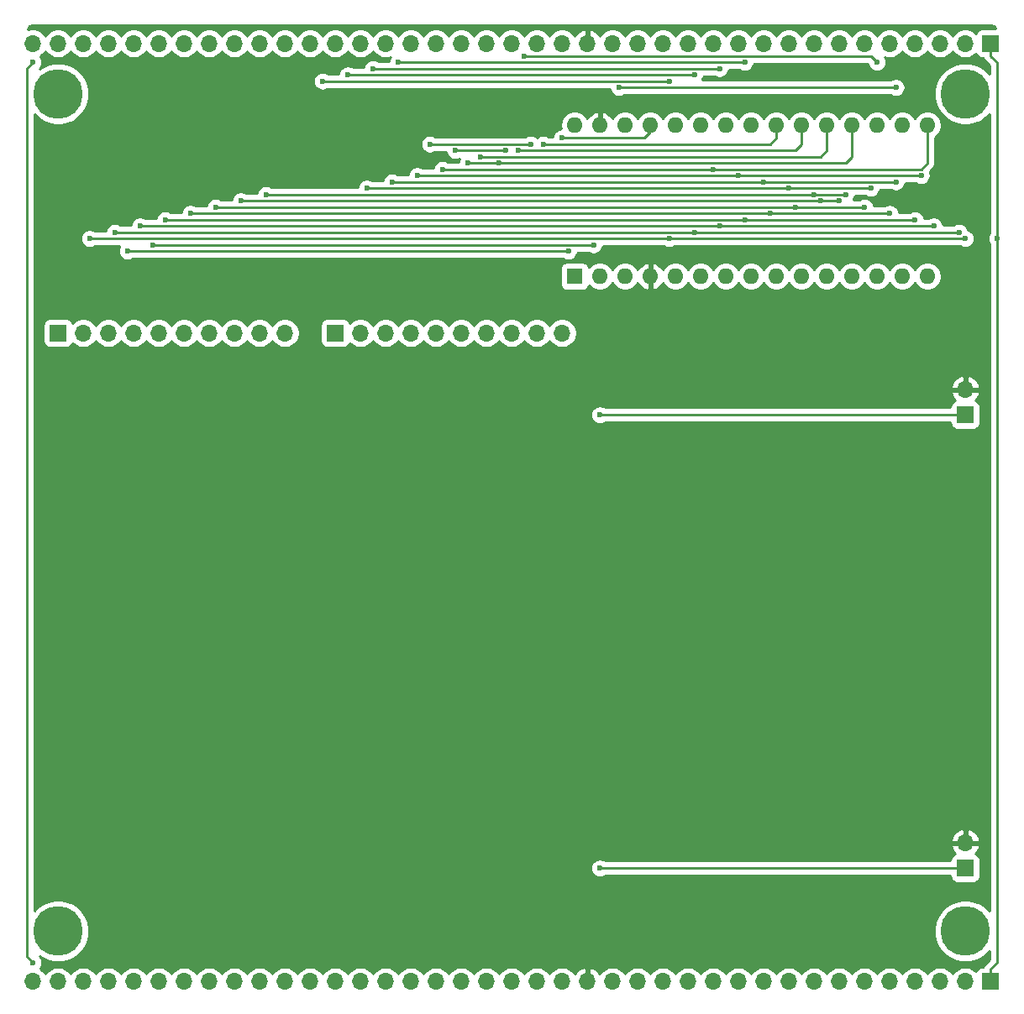
<source format=gbl>
G04 #@! TF.GenerationSoftware,KiCad,Pcbnew,(5.1.5)-3*
G04 #@! TF.CreationDate,2020-03-10T22:42:51+01:00*
G04 #@! TF.ProjectId,PP Arduino,50502041-7264-4756-996e-6f2e6b696361,rev?*
G04 #@! TF.SameCoordinates,Original*
G04 #@! TF.FileFunction,Copper,L2,Bot*
G04 #@! TF.FilePolarity,Positive*
%FSLAX46Y46*%
G04 Gerber Fmt 4.6, Leading zero omitted, Abs format (unit mm)*
G04 Created by KiCad (PCBNEW (5.1.5)-3) date 2020-03-10 22:42:51*
%MOMM*%
%LPD*%
G04 APERTURE LIST*
%ADD10R,1.700000X1.700000*%
%ADD11O,1.700000X1.700000*%
%ADD12C,5.000000*%
%ADD13R,1.600000X1.600000*%
%ADD14O,1.600000X1.600000*%
%ADD15C,0.600000*%
%ADD16C,0.250000*%
%ADD17C,0.254000*%
G04 APERTURE END LIST*
D10*
X198120000Y-145415000D03*
D11*
X195580000Y-145415000D03*
X193040000Y-145415000D03*
X190500000Y-145415000D03*
X187960000Y-145415000D03*
X185420000Y-145415000D03*
X182880000Y-145415000D03*
X180340000Y-145415000D03*
X177800000Y-145415000D03*
X175260000Y-145415000D03*
X172720000Y-145415000D03*
X170180000Y-145415000D03*
X167640000Y-145415000D03*
X165100000Y-145415000D03*
X162560000Y-145415000D03*
X160020000Y-145415000D03*
X157480000Y-145415000D03*
X154940000Y-145415000D03*
X152400000Y-145415000D03*
X149860000Y-145415000D03*
X147320000Y-145415000D03*
X144780000Y-145415000D03*
X142240000Y-145415000D03*
X139700000Y-145415000D03*
X137160000Y-145415000D03*
X134620000Y-145415000D03*
X132080000Y-145415000D03*
X129540000Y-145415000D03*
X127000000Y-145415000D03*
X124460000Y-145415000D03*
X121920000Y-145415000D03*
X119380000Y-145415000D03*
X116840000Y-145415000D03*
X114300000Y-145415000D03*
X111760000Y-145415000D03*
X109220000Y-145415000D03*
X106680000Y-145415000D03*
X104140000Y-145415000D03*
X101600000Y-145415000D03*
D12*
X104140000Y-140335000D03*
X195580000Y-140335000D03*
X195580000Y-55880000D03*
X104140000Y-55880000D03*
D10*
X198120000Y-50800000D03*
D11*
X195580000Y-50800000D03*
X193040000Y-50800000D03*
X190500000Y-50800000D03*
X187960000Y-50800000D03*
X185420000Y-50800000D03*
X182880000Y-50800000D03*
X180340000Y-50800000D03*
X177800000Y-50800000D03*
X175260000Y-50800000D03*
X172720000Y-50800000D03*
X170180000Y-50800000D03*
X167640000Y-50800000D03*
X165100000Y-50800000D03*
X162560000Y-50800000D03*
X160020000Y-50800000D03*
X157480000Y-50800000D03*
X154940000Y-50800000D03*
X152400000Y-50800000D03*
X149860000Y-50800000D03*
X147320000Y-50800000D03*
X144780000Y-50800000D03*
X142240000Y-50800000D03*
X139700000Y-50800000D03*
X137160000Y-50800000D03*
X134620000Y-50800000D03*
X132080000Y-50800000D03*
X129540000Y-50800000D03*
X127000000Y-50800000D03*
X124460000Y-50800000D03*
X121920000Y-50800000D03*
X119380000Y-50800000D03*
X116840000Y-50800000D03*
X114300000Y-50800000D03*
X111760000Y-50800000D03*
X109220000Y-50800000D03*
X106680000Y-50800000D03*
X104140000Y-50800000D03*
X101600000Y-50800000D03*
D10*
X104140000Y-80010000D03*
D11*
X106680000Y-80010000D03*
X109220000Y-80010000D03*
X111760000Y-80010000D03*
X114300000Y-80010000D03*
X116840000Y-80010000D03*
X119380000Y-80010000D03*
X121920000Y-80010000D03*
X124460000Y-80010000D03*
X127000000Y-80010000D03*
D10*
X132080000Y-80010000D03*
D11*
X134620000Y-80010000D03*
X137160000Y-80010000D03*
X139700000Y-80010000D03*
X142240000Y-80010000D03*
X144780000Y-80010000D03*
X147320000Y-80010000D03*
X149860000Y-80010000D03*
X152400000Y-80010000D03*
X154940000Y-80010000D03*
D10*
X195580000Y-133985000D03*
D11*
X195580000Y-131445000D03*
D10*
X195580000Y-88265000D03*
D11*
X195580000Y-85725000D03*
D13*
X156210000Y-74295000D03*
D14*
X189230000Y-59055000D03*
X158750000Y-74295000D03*
X186690000Y-59055000D03*
X161290000Y-74295000D03*
X184150000Y-59055000D03*
X163830000Y-74295000D03*
X181610000Y-59055000D03*
X166370000Y-74295000D03*
X179070000Y-59055000D03*
X168910000Y-74295000D03*
X176530000Y-59055000D03*
X171450000Y-74295000D03*
X173990000Y-59055000D03*
X173990000Y-74295000D03*
X171450000Y-59055000D03*
X176530000Y-74295000D03*
X168910000Y-59055000D03*
X179070000Y-74295000D03*
X166370000Y-59055000D03*
X181610000Y-74295000D03*
X163830000Y-59055000D03*
X184150000Y-74295000D03*
X161290000Y-59055000D03*
X186690000Y-74295000D03*
X158750000Y-59055000D03*
X189230000Y-74295000D03*
X156210000Y-59055000D03*
X191770000Y-74295000D03*
X191770000Y-59055000D03*
D15*
X154940000Y-60325000D03*
X158750000Y-133985000D03*
X158750000Y-88265000D03*
X165735000Y-54610000D03*
X130810000Y-54610000D03*
X168275000Y-53975000D03*
X133350000Y-53975000D03*
X170815000Y-53340000D03*
X135890000Y-53340000D03*
X138430000Y-52705000D03*
X173355000Y-52705000D03*
X141605000Y-60960000D03*
X151765000Y-60960000D03*
X153035000Y-60960000D03*
X144145000Y-61595000D03*
X149225000Y-61595000D03*
X150495000Y-61595000D03*
X146685000Y-62230000D03*
X145415000Y-62865000D03*
X148590000Y-62865000D03*
X195580000Y-70485000D03*
X198755000Y-70485000D03*
X107315000Y-70485000D03*
X165735000Y-70485000D03*
X194945000Y-69850000D03*
X168275000Y-69850000D03*
X109855000Y-69850000D03*
X170815000Y-69215000D03*
X192405000Y-69215000D03*
X112395000Y-69215000D03*
X114935000Y-68580000D03*
X190500000Y-68580000D03*
X173355000Y-68580000D03*
X175895000Y-67945000D03*
X117475000Y-67945000D03*
X187960000Y-67945000D03*
X178435000Y-67310000D03*
X120015000Y-67310000D03*
X185420000Y-67310000D03*
X111125000Y-71755000D03*
X155575000Y-71755000D03*
X113665000Y-71120000D03*
X158115000Y-71120000D03*
X151130000Y-52070000D03*
X186690000Y-52705000D03*
X180975000Y-66675000D03*
X122555000Y-66675000D03*
X182880000Y-66675000D03*
X183515000Y-66040000D03*
X125095000Y-66040000D03*
X180340000Y-66040000D03*
X186055000Y-65405000D03*
X135255000Y-65405000D03*
X177800000Y-65405000D03*
X188595000Y-64770000D03*
X137795000Y-64770000D03*
X175260000Y-64770000D03*
X191135000Y-64135000D03*
X140335000Y-64135000D03*
X172720000Y-64135000D03*
X142875000Y-63500000D03*
X170180000Y-63500000D03*
X101600000Y-143510000D03*
X101600000Y-52705000D03*
X188595000Y-55245000D03*
X160655000Y-55245000D03*
D16*
X163830000Y-59055000D02*
X163830000Y-59690000D01*
X163830000Y-59690000D02*
X163195000Y-60325000D01*
X163195000Y-60325000D02*
X154940000Y-60325000D01*
X195580000Y-88265000D02*
X158750000Y-88265000D01*
X158750000Y-133985000D02*
X195580000Y-133985000D01*
X130810000Y-54610000D02*
X159385000Y-54610000D01*
X165735000Y-54610000D02*
X159385000Y-54610000D01*
X133350000Y-53975000D02*
X159385000Y-53975000D01*
X168275000Y-53975000D02*
X159385000Y-53975000D01*
X135890000Y-53340000D02*
X159385000Y-53340000D01*
X170815000Y-53340000D02*
X159385000Y-53340000D01*
X173355000Y-52705000D02*
X138430000Y-52705000D01*
X151765000Y-60960000D02*
X141605000Y-60960000D01*
X176530000Y-59055000D02*
X176530000Y-60325000D01*
X175895000Y-60960000D02*
X176530000Y-60325000D01*
X153035000Y-60960000D02*
X175895000Y-60960000D01*
X149225000Y-61595000D02*
X144145000Y-61595000D01*
X150495000Y-61595000D02*
X178435000Y-61595000D01*
X178435000Y-61595000D02*
X179070000Y-60960000D01*
X179070000Y-60960000D02*
X179070000Y-59055000D01*
X181610000Y-61595000D02*
X181610000Y-59055000D01*
X180975000Y-62230000D02*
X181610000Y-61595000D01*
X146685000Y-62230000D02*
X180975000Y-62230000D01*
X148590000Y-62865000D02*
X183515000Y-62865000D01*
X184150000Y-62230000D02*
X184150000Y-59055000D01*
X183515000Y-62865000D02*
X184150000Y-62230000D01*
X145415000Y-62865000D02*
X148590000Y-62865000D01*
X195580000Y-70485000D02*
X165735000Y-70485000D01*
X198755000Y-143510000D02*
X198120000Y-144145000D01*
X198120000Y-144145000D02*
X198120000Y-145415000D01*
X198755000Y-52705000D02*
X198120000Y-52070000D01*
X198120000Y-50800000D02*
X198120000Y-52070000D01*
X198755000Y-66040000D02*
X198755000Y-70485000D01*
X198755000Y-70485000D02*
X198755000Y-143510000D01*
X198755000Y-52705000D02*
X198755000Y-66040000D01*
X107315000Y-70485000D02*
X165735000Y-70485000D01*
X198120000Y-50800000D02*
X198120000Y-51435000D01*
X168275000Y-69850000D02*
X194945000Y-69850000D01*
X168275000Y-69850000D02*
X160655000Y-69850000D01*
X160655000Y-69850000D02*
X109855000Y-69850000D01*
X130175000Y-69215000D02*
X170815000Y-69215000D01*
X170815000Y-69215000D02*
X192405000Y-69215000D01*
X112395000Y-69215000D02*
X130175000Y-69215000D01*
X173355000Y-68580000D02*
X114935000Y-68580000D01*
X173355000Y-68580000D02*
X190500000Y-68580000D01*
X187960000Y-67945000D02*
X175895000Y-67945000D01*
X175895000Y-67945000D02*
X131445000Y-67945000D01*
X117475000Y-67945000D02*
X131445000Y-67945000D01*
X120015000Y-67310000D02*
X178435000Y-67310000D01*
X178435000Y-67310000D02*
X185420000Y-67310000D01*
X155575000Y-71755000D02*
X111125000Y-71755000D01*
X158115000Y-71120000D02*
X113665000Y-71120000D01*
X186055000Y-52070000D02*
X186690000Y-52705000D01*
X186055000Y-52070000D02*
X151130000Y-52070000D01*
X122555000Y-66675000D02*
X152400000Y-66675000D01*
X152400000Y-66675000D02*
X180975000Y-66675000D01*
X180975000Y-66675000D02*
X182880000Y-66675000D01*
X180340000Y-66040000D02*
X183515000Y-66040000D01*
X125095000Y-66040000D02*
X180340000Y-66040000D01*
X177800000Y-65405000D02*
X186055000Y-65405000D01*
X135255000Y-65405000D02*
X177800000Y-65405000D01*
X175260000Y-64770000D02*
X188595000Y-64770000D01*
X137795000Y-64770000D02*
X175260000Y-64770000D01*
X172720000Y-64135000D02*
X191135000Y-64135000D01*
X140335000Y-64135000D02*
X172720000Y-64135000D01*
X170180000Y-63500000D02*
X191135000Y-63500000D01*
X191770000Y-62865000D02*
X191770000Y-59055000D01*
X191135000Y-63500000D02*
X191770000Y-62865000D01*
X142875000Y-63500000D02*
X170180000Y-63500000D01*
X100965000Y-138430000D02*
X100965000Y-142240000D01*
X101600000Y-143510000D02*
X100965000Y-142875000D01*
X100965000Y-142875000D02*
X100965000Y-142240000D01*
X100965000Y-138430000D02*
X100965000Y-137795000D01*
X100965000Y-62865000D02*
X100965000Y-137795000D01*
X100965000Y-58420000D02*
X100965000Y-61595000D01*
X100965000Y-57785000D02*
X100965000Y-58420000D01*
X100965000Y-53340000D02*
X100965000Y-57785000D01*
X101600000Y-52705000D02*
X100965000Y-53340000D01*
X100965000Y-61595000D02*
X100965000Y-62865000D01*
X160655000Y-55245000D02*
X188595000Y-55245000D01*
D17*
G36*
X194426525Y-51746632D02*
G01*
X194633368Y-51953475D01*
X194876589Y-52115990D01*
X195146842Y-52227932D01*
X195433740Y-52285000D01*
X195726260Y-52285000D01*
X196013158Y-52227932D01*
X196283411Y-52115990D01*
X196526632Y-51953475D01*
X196658487Y-51821620D01*
X196680498Y-51894180D01*
X196739463Y-52004494D01*
X196818815Y-52101185D01*
X196915506Y-52180537D01*
X197025820Y-52239502D01*
X197145518Y-52275812D01*
X197270000Y-52288072D01*
X197391954Y-52288072D01*
X197414454Y-52362246D01*
X197485026Y-52494276D01*
X197543738Y-52565816D01*
X197580000Y-52610001D01*
X197608998Y-52633799D01*
X197995000Y-53019802D01*
X197995000Y-53861440D01*
X197578446Y-53444886D01*
X197064979Y-53101799D01*
X196494446Y-52865476D01*
X195888771Y-52745000D01*
X195271229Y-52745000D01*
X194665554Y-52865476D01*
X194095021Y-53101799D01*
X193581554Y-53444886D01*
X193144886Y-53881554D01*
X192801799Y-54395021D01*
X192565476Y-54965554D01*
X192445000Y-55571229D01*
X192445000Y-56188771D01*
X192565476Y-56794446D01*
X192801799Y-57364979D01*
X193144886Y-57878446D01*
X193581554Y-58315114D01*
X194095021Y-58658201D01*
X194665554Y-58894524D01*
X195271229Y-59015000D01*
X195888771Y-59015000D01*
X196494446Y-58894524D01*
X197064979Y-58658201D01*
X197578446Y-58315114D01*
X197995000Y-57898560D01*
X197995001Y-66002658D01*
X197995000Y-66002668D01*
X197995001Y-69939463D01*
X197926414Y-70042111D01*
X197855932Y-70212271D01*
X197820000Y-70392911D01*
X197820000Y-70577089D01*
X197855932Y-70757729D01*
X197926414Y-70927889D01*
X197995000Y-71030535D01*
X197995001Y-138316441D01*
X197578446Y-137899886D01*
X197064979Y-137556799D01*
X196494446Y-137320476D01*
X195888771Y-137200000D01*
X195271229Y-137200000D01*
X194665554Y-137320476D01*
X194095021Y-137556799D01*
X193581554Y-137899886D01*
X193144886Y-138336554D01*
X192801799Y-138850021D01*
X192565476Y-139420554D01*
X192445000Y-140026229D01*
X192445000Y-140643771D01*
X192565476Y-141249446D01*
X192801799Y-141819979D01*
X193144886Y-142333446D01*
X193581554Y-142770114D01*
X194095021Y-143113201D01*
X194665554Y-143349524D01*
X195271229Y-143470000D01*
X195888771Y-143470000D01*
X196494446Y-143349524D01*
X197064979Y-143113201D01*
X197578446Y-142770114D01*
X197995001Y-142353559D01*
X197995001Y-143195197D01*
X197609002Y-143581197D01*
X197579999Y-143604999D01*
X197524871Y-143672174D01*
X197485026Y-143720724D01*
X197441451Y-143802246D01*
X197414454Y-143852754D01*
X197391954Y-143926928D01*
X197270000Y-143926928D01*
X197145518Y-143939188D01*
X197025820Y-143975498D01*
X196915506Y-144034463D01*
X196818815Y-144113815D01*
X196739463Y-144210506D01*
X196680498Y-144320820D01*
X196658487Y-144393380D01*
X196526632Y-144261525D01*
X196283411Y-144099010D01*
X196013158Y-143987068D01*
X195726260Y-143930000D01*
X195433740Y-143930000D01*
X195146842Y-143987068D01*
X194876589Y-144099010D01*
X194633368Y-144261525D01*
X194426525Y-144468368D01*
X194310000Y-144642760D01*
X194193475Y-144468368D01*
X193986632Y-144261525D01*
X193743411Y-144099010D01*
X193473158Y-143987068D01*
X193186260Y-143930000D01*
X192893740Y-143930000D01*
X192606842Y-143987068D01*
X192336589Y-144099010D01*
X192093368Y-144261525D01*
X191886525Y-144468368D01*
X191770000Y-144642760D01*
X191653475Y-144468368D01*
X191446632Y-144261525D01*
X191203411Y-144099010D01*
X190933158Y-143987068D01*
X190646260Y-143930000D01*
X190353740Y-143930000D01*
X190066842Y-143987068D01*
X189796589Y-144099010D01*
X189553368Y-144261525D01*
X189346525Y-144468368D01*
X189230000Y-144642760D01*
X189113475Y-144468368D01*
X188906632Y-144261525D01*
X188663411Y-144099010D01*
X188393158Y-143987068D01*
X188106260Y-143930000D01*
X187813740Y-143930000D01*
X187526842Y-143987068D01*
X187256589Y-144099010D01*
X187013368Y-144261525D01*
X186806525Y-144468368D01*
X186690000Y-144642760D01*
X186573475Y-144468368D01*
X186366632Y-144261525D01*
X186123411Y-144099010D01*
X185853158Y-143987068D01*
X185566260Y-143930000D01*
X185273740Y-143930000D01*
X184986842Y-143987068D01*
X184716589Y-144099010D01*
X184473368Y-144261525D01*
X184266525Y-144468368D01*
X184150000Y-144642760D01*
X184033475Y-144468368D01*
X183826632Y-144261525D01*
X183583411Y-144099010D01*
X183313158Y-143987068D01*
X183026260Y-143930000D01*
X182733740Y-143930000D01*
X182446842Y-143987068D01*
X182176589Y-144099010D01*
X181933368Y-144261525D01*
X181726525Y-144468368D01*
X181610000Y-144642760D01*
X181493475Y-144468368D01*
X181286632Y-144261525D01*
X181043411Y-144099010D01*
X180773158Y-143987068D01*
X180486260Y-143930000D01*
X180193740Y-143930000D01*
X179906842Y-143987068D01*
X179636589Y-144099010D01*
X179393368Y-144261525D01*
X179186525Y-144468368D01*
X179070000Y-144642760D01*
X178953475Y-144468368D01*
X178746632Y-144261525D01*
X178503411Y-144099010D01*
X178233158Y-143987068D01*
X177946260Y-143930000D01*
X177653740Y-143930000D01*
X177366842Y-143987068D01*
X177096589Y-144099010D01*
X176853368Y-144261525D01*
X176646525Y-144468368D01*
X176530000Y-144642760D01*
X176413475Y-144468368D01*
X176206632Y-144261525D01*
X175963411Y-144099010D01*
X175693158Y-143987068D01*
X175406260Y-143930000D01*
X175113740Y-143930000D01*
X174826842Y-143987068D01*
X174556589Y-144099010D01*
X174313368Y-144261525D01*
X174106525Y-144468368D01*
X173990000Y-144642760D01*
X173873475Y-144468368D01*
X173666632Y-144261525D01*
X173423411Y-144099010D01*
X173153158Y-143987068D01*
X172866260Y-143930000D01*
X172573740Y-143930000D01*
X172286842Y-143987068D01*
X172016589Y-144099010D01*
X171773368Y-144261525D01*
X171566525Y-144468368D01*
X171450000Y-144642760D01*
X171333475Y-144468368D01*
X171126632Y-144261525D01*
X170883411Y-144099010D01*
X170613158Y-143987068D01*
X170326260Y-143930000D01*
X170033740Y-143930000D01*
X169746842Y-143987068D01*
X169476589Y-144099010D01*
X169233368Y-144261525D01*
X169026525Y-144468368D01*
X168910000Y-144642760D01*
X168793475Y-144468368D01*
X168586632Y-144261525D01*
X168343411Y-144099010D01*
X168073158Y-143987068D01*
X167786260Y-143930000D01*
X167493740Y-143930000D01*
X167206842Y-143987068D01*
X166936589Y-144099010D01*
X166693368Y-144261525D01*
X166486525Y-144468368D01*
X166370000Y-144642760D01*
X166253475Y-144468368D01*
X166046632Y-144261525D01*
X165803411Y-144099010D01*
X165533158Y-143987068D01*
X165246260Y-143930000D01*
X164953740Y-143930000D01*
X164666842Y-143987068D01*
X164396589Y-144099010D01*
X164153368Y-144261525D01*
X163946525Y-144468368D01*
X163830000Y-144642760D01*
X163713475Y-144468368D01*
X163506632Y-144261525D01*
X163263411Y-144099010D01*
X162993158Y-143987068D01*
X162706260Y-143930000D01*
X162413740Y-143930000D01*
X162126842Y-143987068D01*
X161856589Y-144099010D01*
X161613368Y-144261525D01*
X161406525Y-144468368D01*
X161290000Y-144642760D01*
X161173475Y-144468368D01*
X160966632Y-144261525D01*
X160723411Y-144099010D01*
X160453158Y-143987068D01*
X160166260Y-143930000D01*
X159873740Y-143930000D01*
X159586842Y-143987068D01*
X159316589Y-144099010D01*
X159073368Y-144261525D01*
X158866525Y-144468368D01*
X158744805Y-144650534D01*
X158675178Y-144533645D01*
X158480269Y-144317412D01*
X158246920Y-144143359D01*
X157984099Y-144018175D01*
X157836890Y-143973524D01*
X157607000Y-144094845D01*
X157607000Y-145288000D01*
X157627000Y-145288000D01*
X157627000Y-145542000D01*
X157607000Y-145542000D01*
X157607000Y-145562000D01*
X157353000Y-145562000D01*
X157353000Y-145542000D01*
X157333000Y-145542000D01*
X157333000Y-145288000D01*
X157353000Y-145288000D01*
X157353000Y-144094845D01*
X157123110Y-143973524D01*
X156975901Y-144018175D01*
X156713080Y-144143359D01*
X156479731Y-144317412D01*
X156284822Y-144533645D01*
X156215195Y-144650534D01*
X156093475Y-144468368D01*
X155886632Y-144261525D01*
X155643411Y-144099010D01*
X155373158Y-143987068D01*
X155086260Y-143930000D01*
X154793740Y-143930000D01*
X154506842Y-143987068D01*
X154236589Y-144099010D01*
X153993368Y-144261525D01*
X153786525Y-144468368D01*
X153670000Y-144642760D01*
X153553475Y-144468368D01*
X153346632Y-144261525D01*
X153103411Y-144099010D01*
X152833158Y-143987068D01*
X152546260Y-143930000D01*
X152253740Y-143930000D01*
X151966842Y-143987068D01*
X151696589Y-144099010D01*
X151453368Y-144261525D01*
X151246525Y-144468368D01*
X151130000Y-144642760D01*
X151013475Y-144468368D01*
X150806632Y-144261525D01*
X150563411Y-144099010D01*
X150293158Y-143987068D01*
X150006260Y-143930000D01*
X149713740Y-143930000D01*
X149426842Y-143987068D01*
X149156589Y-144099010D01*
X148913368Y-144261525D01*
X148706525Y-144468368D01*
X148590000Y-144642760D01*
X148473475Y-144468368D01*
X148266632Y-144261525D01*
X148023411Y-144099010D01*
X147753158Y-143987068D01*
X147466260Y-143930000D01*
X147173740Y-143930000D01*
X146886842Y-143987068D01*
X146616589Y-144099010D01*
X146373368Y-144261525D01*
X146166525Y-144468368D01*
X146050000Y-144642760D01*
X145933475Y-144468368D01*
X145726632Y-144261525D01*
X145483411Y-144099010D01*
X145213158Y-143987068D01*
X144926260Y-143930000D01*
X144633740Y-143930000D01*
X144346842Y-143987068D01*
X144076589Y-144099010D01*
X143833368Y-144261525D01*
X143626525Y-144468368D01*
X143510000Y-144642760D01*
X143393475Y-144468368D01*
X143186632Y-144261525D01*
X142943411Y-144099010D01*
X142673158Y-143987068D01*
X142386260Y-143930000D01*
X142093740Y-143930000D01*
X141806842Y-143987068D01*
X141536589Y-144099010D01*
X141293368Y-144261525D01*
X141086525Y-144468368D01*
X140970000Y-144642760D01*
X140853475Y-144468368D01*
X140646632Y-144261525D01*
X140403411Y-144099010D01*
X140133158Y-143987068D01*
X139846260Y-143930000D01*
X139553740Y-143930000D01*
X139266842Y-143987068D01*
X138996589Y-144099010D01*
X138753368Y-144261525D01*
X138546525Y-144468368D01*
X138430000Y-144642760D01*
X138313475Y-144468368D01*
X138106632Y-144261525D01*
X137863411Y-144099010D01*
X137593158Y-143987068D01*
X137306260Y-143930000D01*
X137013740Y-143930000D01*
X136726842Y-143987068D01*
X136456589Y-144099010D01*
X136213368Y-144261525D01*
X136006525Y-144468368D01*
X135890000Y-144642760D01*
X135773475Y-144468368D01*
X135566632Y-144261525D01*
X135323411Y-144099010D01*
X135053158Y-143987068D01*
X134766260Y-143930000D01*
X134473740Y-143930000D01*
X134186842Y-143987068D01*
X133916589Y-144099010D01*
X133673368Y-144261525D01*
X133466525Y-144468368D01*
X133350000Y-144642760D01*
X133233475Y-144468368D01*
X133026632Y-144261525D01*
X132783411Y-144099010D01*
X132513158Y-143987068D01*
X132226260Y-143930000D01*
X131933740Y-143930000D01*
X131646842Y-143987068D01*
X131376589Y-144099010D01*
X131133368Y-144261525D01*
X130926525Y-144468368D01*
X130810000Y-144642760D01*
X130693475Y-144468368D01*
X130486632Y-144261525D01*
X130243411Y-144099010D01*
X129973158Y-143987068D01*
X129686260Y-143930000D01*
X129393740Y-143930000D01*
X129106842Y-143987068D01*
X128836589Y-144099010D01*
X128593368Y-144261525D01*
X128386525Y-144468368D01*
X128270000Y-144642760D01*
X128153475Y-144468368D01*
X127946632Y-144261525D01*
X127703411Y-144099010D01*
X127433158Y-143987068D01*
X127146260Y-143930000D01*
X126853740Y-143930000D01*
X126566842Y-143987068D01*
X126296589Y-144099010D01*
X126053368Y-144261525D01*
X125846525Y-144468368D01*
X125730000Y-144642760D01*
X125613475Y-144468368D01*
X125406632Y-144261525D01*
X125163411Y-144099010D01*
X124893158Y-143987068D01*
X124606260Y-143930000D01*
X124313740Y-143930000D01*
X124026842Y-143987068D01*
X123756589Y-144099010D01*
X123513368Y-144261525D01*
X123306525Y-144468368D01*
X123190000Y-144642760D01*
X123073475Y-144468368D01*
X122866632Y-144261525D01*
X122623411Y-144099010D01*
X122353158Y-143987068D01*
X122066260Y-143930000D01*
X121773740Y-143930000D01*
X121486842Y-143987068D01*
X121216589Y-144099010D01*
X120973368Y-144261525D01*
X120766525Y-144468368D01*
X120650000Y-144642760D01*
X120533475Y-144468368D01*
X120326632Y-144261525D01*
X120083411Y-144099010D01*
X119813158Y-143987068D01*
X119526260Y-143930000D01*
X119233740Y-143930000D01*
X118946842Y-143987068D01*
X118676589Y-144099010D01*
X118433368Y-144261525D01*
X118226525Y-144468368D01*
X118110000Y-144642760D01*
X117993475Y-144468368D01*
X117786632Y-144261525D01*
X117543411Y-144099010D01*
X117273158Y-143987068D01*
X116986260Y-143930000D01*
X116693740Y-143930000D01*
X116406842Y-143987068D01*
X116136589Y-144099010D01*
X115893368Y-144261525D01*
X115686525Y-144468368D01*
X115570000Y-144642760D01*
X115453475Y-144468368D01*
X115246632Y-144261525D01*
X115003411Y-144099010D01*
X114733158Y-143987068D01*
X114446260Y-143930000D01*
X114153740Y-143930000D01*
X113866842Y-143987068D01*
X113596589Y-144099010D01*
X113353368Y-144261525D01*
X113146525Y-144468368D01*
X113030000Y-144642760D01*
X112913475Y-144468368D01*
X112706632Y-144261525D01*
X112463411Y-144099010D01*
X112193158Y-143987068D01*
X111906260Y-143930000D01*
X111613740Y-143930000D01*
X111326842Y-143987068D01*
X111056589Y-144099010D01*
X110813368Y-144261525D01*
X110606525Y-144468368D01*
X110490000Y-144642760D01*
X110373475Y-144468368D01*
X110166632Y-144261525D01*
X109923411Y-144099010D01*
X109653158Y-143987068D01*
X109366260Y-143930000D01*
X109073740Y-143930000D01*
X108786842Y-143987068D01*
X108516589Y-144099010D01*
X108273368Y-144261525D01*
X108066525Y-144468368D01*
X107950000Y-144642760D01*
X107833475Y-144468368D01*
X107626632Y-144261525D01*
X107383411Y-144099010D01*
X107113158Y-143987068D01*
X106826260Y-143930000D01*
X106533740Y-143930000D01*
X106246842Y-143987068D01*
X105976589Y-144099010D01*
X105733368Y-144261525D01*
X105526525Y-144468368D01*
X105410000Y-144642760D01*
X105293475Y-144468368D01*
X105086632Y-144261525D01*
X104843411Y-144099010D01*
X104573158Y-143987068D01*
X104286260Y-143930000D01*
X103993740Y-143930000D01*
X103706842Y-143987068D01*
X103436589Y-144099010D01*
X103193368Y-144261525D01*
X102986525Y-144468368D01*
X102870000Y-144642760D01*
X102753475Y-144468368D01*
X102546632Y-144261525D01*
X102321316Y-144110974D01*
X102326262Y-144106028D01*
X102428586Y-143952889D01*
X102499068Y-143782729D01*
X102535000Y-143602089D01*
X102535000Y-143417911D01*
X102499068Y-143237271D01*
X102428586Y-143067111D01*
X102326262Y-142913972D01*
X102264662Y-142852372D01*
X102655021Y-143113201D01*
X103225554Y-143349524D01*
X103831229Y-143470000D01*
X104448771Y-143470000D01*
X105054446Y-143349524D01*
X105624979Y-143113201D01*
X106138446Y-142770114D01*
X106575114Y-142333446D01*
X106918201Y-141819979D01*
X107154524Y-141249446D01*
X107275000Y-140643771D01*
X107275000Y-140026229D01*
X107154524Y-139420554D01*
X106918201Y-138850021D01*
X106575114Y-138336554D01*
X106138446Y-137899886D01*
X105624979Y-137556799D01*
X105054446Y-137320476D01*
X104448771Y-137200000D01*
X103831229Y-137200000D01*
X103225554Y-137320476D01*
X102655021Y-137556799D01*
X102141554Y-137899886D01*
X101725000Y-138316440D01*
X101725000Y-133892911D01*
X157815000Y-133892911D01*
X157815000Y-134077089D01*
X157850932Y-134257729D01*
X157921414Y-134427889D01*
X158023738Y-134581028D01*
X158153972Y-134711262D01*
X158307111Y-134813586D01*
X158477271Y-134884068D01*
X158657911Y-134920000D01*
X158842089Y-134920000D01*
X159022729Y-134884068D01*
X159192889Y-134813586D01*
X159295535Y-134745000D01*
X194091928Y-134745000D01*
X194091928Y-134835000D01*
X194104188Y-134959482D01*
X194140498Y-135079180D01*
X194199463Y-135189494D01*
X194278815Y-135286185D01*
X194375506Y-135365537D01*
X194485820Y-135424502D01*
X194605518Y-135460812D01*
X194730000Y-135473072D01*
X196430000Y-135473072D01*
X196554482Y-135460812D01*
X196674180Y-135424502D01*
X196784494Y-135365537D01*
X196881185Y-135286185D01*
X196960537Y-135189494D01*
X197019502Y-135079180D01*
X197055812Y-134959482D01*
X197068072Y-134835000D01*
X197068072Y-133135000D01*
X197055812Y-133010518D01*
X197019502Y-132890820D01*
X196960537Y-132780506D01*
X196881185Y-132683815D01*
X196784494Y-132604463D01*
X196674180Y-132545498D01*
X196593534Y-132521034D01*
X196677588Y-132445269D01*
X196851641Y-132211920D01*
X196976825Y-131949099D01*
X197021476Y-131801890D01*
X196900155Y-131572000D01*
X195707000Y-131572000D01*
X195707000Y-131592000D01*
X195453000Y-131592000D01*
X195453000Y-131572000D01*
X194259845Y-131572000D01*
X194138524Y-131801890D01*
X194183175Y-131949099D01*
X194308359Y-132211920D01*
X194482412Y-132445269D01*
X194566466Y-132521034D01*
X194485820Y-132545498D01*
X194375506Y-132604463D01*
X194278815Y-132683815D01*
X194199463Y-132780506D01*
X194140498Y-132890820D01*
X194104188Y-133010518D01*
X194091928Y-133135000D01*
X194091928Y-133225000D01*
X159295535Y-133225000D01*
X159192889Y-133156414D01*
X159022729Y-133085932D01*
X158842089Y-133050000D01*
X158657911Y-133050000D01*
X158477271Y-133085932D01*
X158307111Y-133156414D01*
X158153972Y-133258738D01*
X158023738Y-133388972D01*
X157921414Y-133542111D01*
X157850932Y-133712271D01*
X157815000Y-133892911D01*
X101725000Y-133892911D01*
X101725000Y-131088110D01*
X194138524Y-131088110D01*
X194259845Y-131318000D01*
X195453000Y-131318000D01*
X195453000Y-130124186D01*
X195707000Y-130124186D01*
X195707000Y-131318000D01*
X196900155Y-131318000D01*
X197021476Y-131088110D01*
X196976825Y-130940901D01*
X196851641Y-130678080D01*
X196677588Y-130444731D01*
X196461355Y-130249822D01*
X196211252Y-130100843D01*
X195936891Y-130003519D01*
X195707000Y-130124186D01*
X195453000Y-130124186D01*
X195223109Y-130003519D01*
X194948748Y-130100843D01*
X194698645Y-130249822D01*
X194482412Y-130444731D01*
X194308359Y-130678080D01*
X194183175Y-130940901D01*
X194138524Y-131088110D01*
X101725000Y-131088110D01*
X101725000Y-88172911D01*
X157815000Y-88172911D01*
X157815000Y-88357089D01*
X157850932Y-88537729D01*
X157921414Y-88707889D01*
X158023738Y-88861028D01*
X158153972Y-88991262D01*
X158307111Y-89093586D01*
X158477271Y-89164068D01*
X158657911Y-89200000D01*
X158842089Y-89200000D01*
X159022729Y-89164068D01*
X159192889Y-89093586D01*
X159295535Y-89025000D01*
X194091928Y-89025000D01*
X194091928Y-89115000D01*
X194104188Y-89239482D01*
X194140498Y-89359180D01*
X194199463Y-89469494D01*
X194278815Y-89566185D01*
X194375506Y-89645537D01*
X194485820Y-89704502D01*
X194605518Y-89740812D01*
X194730000Y-89753072D01*
X196430000Y-89753072D01*
X196554482Y-89740812D01*
X196674180Y-89704502D01*
X196784494Y-89645537D01*
X196881185Y-89566185D01*
X196960537Y-89469494D01*
X197019502Y-89359180D01*
X197055812Y-89239482D01*
X197068072Y-89115000D01*
X197068072Y-87415000D01*
X197055812Y-87290518D01*
X197019502Y-87170820D01*
X196960537Y-87060506D01*
X196881185Y-86963815D01*
X196784494Y-86884463D01*
X196674180Y-86825498D01*
X196593534Y-86801034D01*
X196677588Y-86725269D01*
X196851641Y-86491920D01*
X196976825Y-86229099D01*
X197021476Y-86081890D01*
X196900155Y-85852000D01*
X195707000Y-85852000D01*
X195707000Y-85872000D01*
X195453000Y-85872000D01*
X195453000Y-85852000D01*
X194259845Y-85852000D01*
X194138524Y-86081890D01*
X194183175Y-86229099D01*
X194308359Y-86491920D01*
X194482412Y-86725269D01*
X194566466Y-86801034D01*
X194485820Y-86825498D01*
X194375506Y-86884463D01*
X194278815Y-86963815D01*
X194199463Y-87060506D01*
X194140498Y-87170820D01*
X194104188Y-87290518D01*
X194091928Y-87415000D01*
X194091928Y-87505000D01*
X159295535Y-87505000D01*
X159192889Y-87436414D01*
X159022729Y-87365932D01*
X158842089Y-87330000D01*
X158657911Y-87330000D01*
X158477271Y-87365932D01*
X158307111Y-87436414D01*
X158153972Y-87538738D01*
X158023738Y-87668972D01*
X157921414Y-87822111D01*
X157850932Y-87992271D01*
X157815000Y-88172911D01*
X101725000Y-88172911D01*
X101725000Y-85368110D01*
X194138524Y-85368110D01*
X194259845Y-85598000D01*
X195453000Y-85598000D01*
X195453000Y-84404186D01*
X195707000Y-84404186D01*
X195707000Y-85598000D01*
X196900155Y-85598000D01*
X197021476Y-85368110D01*
X196976825Y-85220901D01*
X196851641Y-84958080D01*
X196677588Y-84724731D01*
X196461355Y-84529822D01*
X196211252Y-84380843D01*
X195936891Y-84283519D01*
X195707000Y-84404186D01*
X195453000Y-84404186D01*
X195223109Y-84283519D01*
X194948748Y-84380843D01*
X194698645Y-84529822D01*
X194482412Y-84724731D01*
X194308359Y-84958080D01*
X194183175Y-85220901D01*
X194138524Y-85368110D01*
X101725000Y-85368110D01*
X101725000Y-79160000D01*
X102651928Y-79160000D01*
X102651928Y-80860000D01*
X102664188Y-80984482D01*
X102700498Y-81104180D01*
X102759463Y-81214494D01*
X102838815Y-81311185D01*
X102935506Y-81390537D01*
X103045820Y-81449502D01*
X103165518Y-81485812D01*
X103290000Y-81498072D01*
X104990000Y-81498072D01*
X105114482Y-81485812D01*
X105234180Y-81449502D01*
X105344494Y-81390537D01*
X105441185Y-81311185D01*
X105520537Y-81214494D01*
X105579502Y-81104180D01*
X105601513Y-81031620D01*
X105733368Y-81163475D01*
X105976589Y-81325990D01*
X106246842Y-81437932D01*
X106533740Y-81495000D01*
X106826260Y-81495000D01*
X107113158Y-81437932D01*
X107383411Y-81325990D01*
X107626632Y-81163475D01*
X107833475Y-80956632D01*
X107950000Y-80782240D01*
X108066525Y-80956632D01*
X108273368Y-81163475D01*
X108516589Y-81325990D01*
X108786842Y-81437932D01*
X109073740Y-81495000D01*
X109366260Y-81495000D01*
X109653158Y-81437932D01*
X109923411Y-81325990D01*
X110166632Y-81163475D01*
X110373475Y-80956632D01*
X110490000Y-80782240D01*
X110606525Y-80956632D01*
X110813368Y-81163475D01*
X111056589Y-81325990D01*
X111326842Y-81437932D01*
X111613740Y-81495000D01*
X111906260Y-81495000D01*
X112193158Y-81437932D01*
X112463411Y-81325990D01*
X112706632Y-81163475D01*
X112913475Y-80956632D01*
X113030000Y-80782240D01*
X113146525Y-80956632D01*
X113353368Y-81163475D01*
X113596589Y-81325990D01*
X113866842Y-81437932D01*
X114153740Y-81495000D01*
X114446260Y-81495000D01*
X114733158Y-81437932D01*
X115003411Y-81325990D01*
X115246632Y-81163475D01*
X115453475Y-80956632D01*
X115570000Y-80782240D01*
X115686525Y-80956632D01*
X115893368Y-81163475D01*
X116136589Y-81325990D01*
X116406842Y-81437932D01*
X116693740Y-81495000D01*
X116986260Y-81495000D01*
X117273158Y-81437932D01*
X117543411Y-81325990D01*
X117786632Y-81163475D01*
X117993475Y-80956632D01*
X118110000Y-80782240D01*
X118226525Y-80956632D01*
X118433368Y-81163475D01*
X118676589Y-81325990D01*
X118946842Y-81437932D01*
X119233740Y-81495000D01*
X119526260Y-81495000D01*
X119813158Y-81437932D01*
X120083411Y-81325990D01*
X120326632Y-81163475D01*
X120533475Y-80956632D01*
X120650000Y-80782240D01*
X120766525Y-80956632D01*
X120973368Y-81163475D01*
X121216589Y-81325990D01*
X121486842Y-81437932D01*
X121773740Y-81495000D01*
X122066260Y-81495000D01*
X122353158Y-81437932D01*
X122623411Y-81325990D01*
X122866632Y-81163475D01*
X123073475Y-80956632D01*
X123190000Y-80782240D01*
X123306525Y-80956632D01*
X123513368Y-81163475D01*
X123756589Y-81325990D01*
X124026842Y-81437932D01*
X124313740Y-81495000D01*
X124606260Y-81495000D01*
X124893158Y-81437932D01*
X125163411Y-81325990D01*
X125406632Y-81163475D01*
X125613475Y-80956632D01*
X125730000Y-80782240D01*
X125846525Y-80956632D01*
X126053368Y-81163475D01*
X126296589Y-81325990D01*
X126566842Y-81437932D01*
X126853740Y-81495000D01*
X127146260Y-81495000D01*
X127433158Y-81437932D01*
X127703411Y-81325990D01*
X127946632Y-81163475D01*
X128153475Y-80956632D01*
X128315990Y-80713411D01*
X128427932Y-80443158D01*
X128485000Y-80156260D01*
X128485000Y-79863740D01*
X128427932Y-79576842D01*
X128315990Y-79306589D01*
X128218043Y-79160000D01*
X130591928Y-79160000D01*
X130591928Y-80860000D01*
X130604188Y-80984482D01*
X130640498Y-81104180D01*
X130699463Y-81214494D01*
X130778815Y-81311185D01*
X130875506Y-81390537D01*
X130985820Y-81449502D01*
X131105518Y-81485812D01*
X131230000Y-81498072D01*
X132930000Y-81498072D01*
X133054482Y-81485812D01*
X133174180Y-81449502D01*
X133284494Y-81390537D01*
X133381185Y-81311185D01*
X133460537Y-81214494D01*
X133519502Y-81104180D01*
X133541513Y-81031620D01*
X133673368Y-81163475D01*
X133916589Y-81325990D01*
X134186842Y-81437932D01*
X134473740Y-81495000D01*
X134766260Y-81495000D01*
X135053158Y-81437932D01*
X135323411Y-81325990D01*
X135566632Y-81163475D01*
X135773475Y-80956632D01*
X135890000Y-80782240D01*
X136006525Y-80956632D01*
X136213368Y-81163475D01*
X136456589Y-81325990D01*
X136726842Y-81437932D01*
X137013740Y-81495000D01*
X137306260Y-81495000D01*
X137593158Y-81437932D01*
X137863411Y-81325990D01*
X138106632Y-81163475D01*
X138313475Y-80956632D01*
X138430000Y-80782240D01*
X138546525Y-80956632D01*
X138753368Y-81163475D01*
X138996589Y-81325990D01*
X139266842Y-81437932D01*
X139553740Y-81495000D01*
X139846260Y-81495000D01*
X140133158Y-81437932D01*
X140403411Y-81325990D01*
X140646632Y-81163475D01*
X140853475Y-80956632D01*
X140970000Y-80782240D01*
X141086525Y-80956632D01*
X141293368Y-81163475D01*
X141536589Y-81325990D01*
X141806842Y-81437932D01*
X142093740Y-81495000D01*
X142386260Y-81495000D01*
X142673158Y-81437932D01*
X142943411Y-81325990D01*
X143186632Y-81163475D01*
X143393475Y-80956632D01*
X143510000Y-80782240D01*
X143626525Y-80956632D01*
X143833368Y-81163475D01*
X144076589Y-81325990D01*
X144346842Y-81437932D01*
X144633740Y-81495000D01*
X144926260Y-81495000D01*
X145213158Y-81437932D01*
X145483411Y-81325990D01*
X145726632Y-81163475D01*
X145933475Y-80956632D01*
X146050000Y-80782240D01*
X146166525Y-80956632D01*
X146373368Y-81163475D01*
X146616589Y-81325990D01*
X146886842Y-81437932D01*
X147173740Y-81495000D01*
X147466260Y-81495000D01*
X147753158Y-81437932D01*
X148023411Y-81325990D01*
X148266632Y-81163475D01*
X148473475Y-80956632D01*
X148590000Y-80782240D01*
X148706525Y-80956632D01*
X148913368Y-81163475D01*
X149156589Y-81325990D01*
X149426842Y-81437932D01*
X149713740Y-81495000D01*
X150006260Y-81495000D01*
X150293158Y-81437932D01*
X150563411Y-81325990D01*
X150806632Y-81163475D01*
X151013475Y-80956632D01*
X151130000Y-80782240D01*
X151246525Y-80956632D01*
X151453368Y-81163475D01*
X151696589Y-81325990D01*
X151966842Y-81437932D01*
X152253740Y-81495000D01*
X152546260Y-81495000D01*
X152833158Y-81437932D01*
X153103411Y-81325990D01*
X153346632Y-81163475D01*
X153553475Y-80956632D01*
X153670000Y-80782240D01*
X153786525Y-80956632D01*
X153993368Y-81163475D01*
X154236589Y-81325990D01*
X154506842Y-81437932D01*
X154793740Y-81495000D01*
X155086260Y-81495000D01*
X155373158Y-81437932D01*
X155643411Y-81325990D01*
X155886632Y-81163475D01*
X156093475Y-80956632D01*
X156255990Y-80713411D01*
X156367932Y-80443158D01*
X156425000Y-80156260D01*
X156425000Y-79863740D01*
X156367932Y-79576842D01*
X156255990Y-79306589D01*
X156093475Y-79063368D01*
X155886632Y-78856525D01*
X155643411Y-78694010D01*
X155373158Y-78582068D01*
X155086260Y-78525000D01*
X154793740Y-78525000D01*
X154506842Y-78582068D01*
X154236589Y-78694010D01*
X153993368Y-78856525D01*
X153786525Y-79063368D01*
X153670000Y-79237760D01*
X153553475Y-79063368D01*
X153346632Y-78856525D01*
X153103411Y-78694010D01*
X152833158Y-78582068D01*
X152546260Y-78525000D01*
X152253740Y-78525000D01*
X151966842Y-78582068D01*
X151696589Y-78694010D01*
X151453368Y-78856525D01*
X151246525Y-79063368D01*
X151130000Y-79237760D01*
X151013475Y-79063368D01*
X150806632Y-78856525D01*
X150563411Y-78694010D01*
X150293158Y-78582068D01*
X150006260Y-78525000D01*
X149713740Y-78525000D01*
X149426842Y-78582068D01*
X149156589Y-78694010D01*
X148913368Y-78856525D01*
X148706525Y-79063368D01*
X148590000Y-79237760D01*
X148473475Y-79063368D01*
X148266632Y-78856525D01*
X148023411Y-78694010D01*
X147753158Y-78582068D01*
X147466260Y-78525000D01*
X147173740Y-78525000D01*
X146886842Y-78582068D01*
X146616589Y-78694010D01*
X146373368Y-78856525D01*
X146166525Y-79063368D01*
X146050000Y-79237760D01*
X145933475Y-79063368D01*
X145726632Y-78856525D01*
X145483411Y-78694010D01*
X145213158Y-78582068D01*
X144926260Y-78525000D01*
X144633740Y-78525000D01*
X144346842Y-78582068D01*
X144076589Y-78694010D01*
X143833368Y-78856525D01*
X143626525Y-79063368D01*
X143510000Y-79237760D01*
X143393475Y-79063368D01*
X143186632Y-78856525D01*
X142943411Y-78694010D01*
X142673158Y-78582068D01*
X142386260Y-78525000D01*
X142093740Y-78525000D01*
X141806842Y-78582068D01*
X141536589Y-78694010D01*
X141293368Y-78856525D01*
X141086525Y-79063368D01*
X140970000Y-79237760D01*
X140853475Y-79063368D01*
X140646632Y-78856525D01*
X140403411Y-78694010D01*
X140133158Y-78582068D01*
X139846260Y-78525000D01*
X139553740Y-78525000D01*
X139266842Y-78582068D01*
X138996589Y-78694010D01*
X138753368Y-78856525D01*
X138546525Y-79063368D01*
X138430000Y-79237760D01*
X138313475Y-79063368D01*
X138106632Y-78856525D01*
X137863411Y-78694010D01*
X137593158Y-78582068D01*
X137306260Y-78525000D01*
X137013740Y-78525000D01*
X136726842Y-78582068D01*
X136456589Y-78694010D01*
X136213368Y-78856525D01*
X136006525Y-79063368D01*
X135890000Y-79237760D01*
X135773475Y-79063368D01*
X135566632Y-78856525D01*
X135323411Y-78694010D01*
X135053158Y-78582068D01*
X134766260Y-78525000D01*
X134473740Y-78525000D01*
X134186842Y-78582068D01*
X133916589Y-78694010D01*
X133673368Y-78856525D01*
X133541513Y-78988380D01*
X133519502Y-78915820D01*
X133460537Y-78805506D01*
X133381185Y-78708815D01*
X133284494Y-78629463D01*
X133174180Y-78570498D01*
X133054482Y-78534188D01*
X132930000Y-78521928D01*
X131230000Y-78521928D01*
X131105518Y-78534188D01*
X130985820Y-78570498D01*
X130875506Y-78629463D01*
X130778815Y-78708815D01*
X130699463Y-78805506D01*
X130640498Y-78915820D01*
X130604188Y-79035518D01*
X130591928Y-79160000D01*
X128218043Y-79160000D01*
X128153475Y-79063368D01*
X127946632Y-78856525D01*
X127703411Y-78694010D01*
X127433158Y-78582068D01*
X127146260Y-78525000D01*
X126853740Y-78525000D01*
X126566842Y-78582068D01*
X126296589Y-78694010D01*
X126053368Y-78856525D01*
X125846525Y-79063368D01*
X125730000Y-79237760D01*
X125613475Y-79063368D01*
X125406632Y-78856525D01*
X125163411Y-78694010D01*
X124893158Y-78582068D01*
X124606260Y-78525000D01*
X124313740Y-78525000D01*
X124026842Y-78582068D01*
X123756589Y-78694010D01*
X123513368Y-78856525D01*
X123306525Y-79063368D01*
X123190000Y-79237760D01*
X123073475Y-79063368D01*
X122866632Y-78856525D01*
X122623411Y-78694010D01*
X122353158Y-78582068D01*
X122066260Y-78525000D01*
X121773740Y-78525000D01*
X121486842Y-78582068D01*
X121216589Y-78694010D01*
X120973368Y-78856525D01*
X120766525Y-79063368D01*
X120650000Y-79237760D01*
X120533475Y-79063368D01*
X120326632Y-78856525D01*
X120083411Y-78694010D01*
X119813158Y-78582068D01*
X119526260Y-78525000D01*
X119233740Y-78525000D01*
X118946842Y-78582068D01*
X118676589Y-78694010D01*
X118433368Y-78856525D01*
X118226525Y-79063368D01*
X118110000Y-79237760D01*
X117993475Y-79063368D01*
X117786632Y-78856525D01*
X117543411Y-78694010D01*
X117273158Y-78582068D01*
X116986260Y-78525000D01*
X116693740Y-78525000D01*
X116406842Y-78582068D01*
X116136589Y-78694010D01*
X115893368Y-78856525D01*
X115686525Y-79063368D01*
X115570000Y-79237760D01*
X115453475Y-79063368D01*
X115246632Y-78856525D01*
X115003411Y-78694010D01*
X114733158Y-78582068D01*
X114446260Y-78525000D01*
X114153740Y-78525000D01*
X113866842Y-78582068D01*
X113596589Y-78694010D01*
X113353368Y-78856525D01*
X113146525Y-79063368D01*
X113030000Y-79237760D01*
X112913475Y-79063368D01*
X112706632Y-78856525D01*
X112463411Y-78694010D01*
X112193158Y-78582068D01*
X111906260Y-78525000D01*
X111613740Y-78525000D01*
X111326842Y-78582068D01*
X111056589Y-78694010D01*
X110813368Y-78856525D01*
X110606525Y-79063368D01*
X110490000Y-79237760D01*
X110373475Y-79063368D01*
X110166632Y-78856525D01*
X109923411Y-78694010D01*
X109653158Y-78582068D01*
X109366260Y-78525000D01*
X109073740Y-78525000D01*
X108786842Y-78582068D01*
X108516589Y-78694010D01*
X108273368Y-78856525D01*
X108066525Y-79063368D01*
X107950000Y-79237760D01*
X107833475Y-79063368D01*
X107626632Y-78856525D01*
X107383411Y-78694010D01*
X107113158Y-78582068D01*
X106826260Y-78525000D01*
X106533740Y-78525000D01*
X106246842Y-78582068D01*
X105976589Y-78694010D01*
X105733368Y-78856525D01*
X105601513Y-78988380D01*
X105579502Y-78915820D01*
X105520537Y-78805506D01*
X105441185Y-78708815D01*
X105344494Y-78629463D01*
X105234180Y-78570498D01*
X105114482Y-78534188D01*
X104990000Y-78521928D01*
X103290000Y-78521928D01*
X103165518Y-78534188D01*
X103045820Y-78570498D01*
X102935506Y-78629463D01*
X102838815Y-78708815D01*
X102759463Y-78805506D01*
X102700498Y-78915820D01*
X102664188Y-79035518D01*
X102651928Y-79160000D01*
X101725000Y-79160000D01*
X101725000Y-73495000D01*
X154771928Y-73495000D01*
X154771928Y-75095000D01*
X154784188Y-75219482D01*
X154820498Y-75339180D01*
X154879463Y-75449494D01*
X154958815Y-75546185D01*
X155055506Y-75625537D01*
X155165820Y-75684502D01*
X155285518Y-75720812D01*
X155410000Y-75733072D01*
X157010000Y-75733072D01*
X157134482Y-75720812D01*
X157254180Y-75684502D01*
X157364494Y-75625537D01*
X157461185Y-75546185D01*
X157540537Y-75449494D01*
X157599502Y-75339180D01*
X157635812Y-75219482D01*
X157636643Y-75211039D01*
X157835241Y-75409637D01*
X158070273Y-75566680D01*
X158331426Y-75674853D01*
X158608665Y-75730000D01*
X158891335Y-75730000D01*
X159168574Y-75674853D01*
X159429727Y-75566680D01*
X159664759Y-75409637D01*
X159864637Y-75209759D01*
X160020000Y-74977241D01*
X160175363Y-75209759D01*
X160375241Y-75409637D01*
X160610273Y-75566680D01*
X160871426Y-75674853D01*
X161148665Y-75730000D01*
X161431335Y-75730000D01*
X161708574Y-75674853D01*
X161969727Y-75566680D01*
X162204759Y-75409637D01*
X162404637Y-75209759D01*
X162561680Y-74974727D01*
X162566067Y-74964135D01*
X162677615Y-75150131D01*
X162866586Y-75358519D01*
X163092580Y-75526037D01*
X163346913Y-75646246D01*
X163480961Y-75686904D01*
X163703000Y-75564915D01*
X163703000Y-74422000D01*
X163683000Y-74422000D01*
X163683000Y-74168000D01*
X163703000Y-74168000D01*
X163703000Y-73025085D01*
X163957000Y-73025085D01*
X163957000Y-74168000D01*
X163977000Y-74168000D01*
X163977000Y-74422000D01*
X163957000Y-74422000D01*
X163957000Y-75564915D01*
X164179039Y-75686904D01*
X164313087Y-75646246D01*
X164567420Y-75526037D01*
X164793414Y-75358519D01*
X164982385Y-75150131D01*
X165093933Y-74964135D01*
X165098320Y-74974727D01*
X165255363Y-75209759D01*
X165455241Y-75409637D01*
X165690273Y-75566680D01*
X165951426Y-75674853D01*
X166228665Y-75730000D01*
X166511335Y-75730000D01*
X166788574Y-75674853D01*
X167049727Y-75566680D01*
X167284759Y-75409637D01*
X167484637Y-75209759D01*
X167640000Y-74977241D01*
X167795363Y-75209759D01*
X167995241Y-75409637D01*
X168230273Y-75566680D01*
X168491426Y-75674853D01*
X168768665Y-75730000D01*
X169051335Y-75730000D01*
X169328574Y-75674853D01*
X169589727Y-75566680D01*
X169824759Y-75409637D01*
X170024637Y-75209759D01*
X170180000Y-74977241D01*
X170335363Y-75209759D01*
X170535241Y-75409637D01*
X170770273Y-75566680D01*
X171031426Y-75674853D01*
X171308665Y-75730000D01*
X171591335Y-75730000D01*
X171868574Y-75674853D01*
X172129727Y-75566680D01*
X172364759Y-75409637D01*
X172564637Y-75209759D01*
X172720000Y-74977241D01*
X172875363Y-75209759D01*
X173075241Y-75409637D01*
X173310273Y-75566680D01*
X173571426Y-75674853D01*
X173848665Y-75730000D01*
X174131335Y-75730000D01*
X174408574Y-75674853D01*
X174669727Y-75566680D01*
X174904759Y-75409637D01*
X175104637Y-75209759D01*
X175260000Y-74977241D01*
X175415363Y-75209759D01*
X175615241Y-75409637D01*
X175850273Y-75566680D01*
X176111426Y-75674853D01*
X176388665Y-75730000D01*
X176671335Y-75730000D01*
X176948574Y-75674853D01*
X177209727Y-75566680D01*
X177444759Y-75409637D01*
X177644637Y-75209759D01*
X177800000Y-74977241D01*
X177955363Y-75209759D01*
X178155241Y-75409637D01*
X178390273Y-75566680D01*
X178651426Y-75674853D01*
X178928665Y-75730000D01*
X179211335Y-75730000D01*
X179488574Y-75674853D01*
X179749727Y-75566680D01*
X179984759Y-75409637D01*
X180184637Y-75209759D01*
X180340000Y-74977241D01*
X180495363Y-75209759D01*
X180695241Y-75409637D01*
X180930273Y-75566680D01*
X181191426Y-75674853D01*
X181468665Y-75730000D01*
X181751335Y-75730000D01*
X182028574Y-75674853D01*
X182289727Y-75566680D01*
X182524759Y-75409637D01*
X182724637Y-75209759D01*
X182880000Y-74977241D01*
X183035363Y-75209759D01*
X183235241Y-75409637D01*
X183470273Y-75566680D01*
X183731426Y-75674853D01*
X184008665Y-75730000D01*
X184291335Y-75730000D01*
X184568574Y-75674853D01*
X184829727Y-75566680D01*
X185064759Y-75409637D01*
X185264637Y-75209759D01*
X185420000Y-74977241D01*
X185575363Y-75209759D01*
X185775241Y-75409637D01*
X186010273Y-75566680D01*
X186271426Y-75674853D01*
X186548665Y-75730000D01*
X186831335Y-75730000D01*
X187108574Y-75674853D01*
X187369727Y-75566680D01*
X187604759Y-75409637D01*
X187804637Y-75209759D01*
X187960000Y-74977241D01*
X188115363Y-75209759D01*
X188315241Y-75409637D01*
X188550273Y-75566680D01*
X188811426Y-75674853D01*
X189088665Y-75730000D01*
X189371335Y-75730000D01*
X189648574Y-75674853D01*
X189909727Y-75566680D01*
X190144759Y-75409637D01*
X190344637Y-75209759D01*
X190500000Y-74977241D01*
X190655363Y-75209759D01*
X190855241Y-75409637D01*
X191090273Y-75566680D01*
X191351426Y-75674853D01*
X191628665Y-75730000D01*
X191911335Y-75730000D01*
X192188574Y-75674853D01*
X192449727Y-75566680D01*
X192684759Y-75409637D01*
X192884637Y-75209759D01*
X193041680Y-74974727D01*
X193149853Y-74713574D01*
X193205000Y-74436335D01*
X193205000Y-74153665D01*
X193149853Y-73876426D01*
X193041680Y-73615273D01*
X192884637Y-73380241D01*
X192684759Y-73180363D01*
X192449727Y-73023320D01*
X192188574Y-72915147D01*
X191911335Y-72860000D01*
X191628665Y-72860000D01*
X191351426Y-72915147D01*
X191090273Y-73023320D01*
X190855241Y-73180363D01*
X190655363Y-73380241D01*
X190500000Y-73612759D01*
X190344637Y-73380241D01*
X190144759Y-73180363D01*
X189909727Y-73023320D01*
X189648574Y-72915147D01*
X189371335Y-72860000D01*
X189088665Y-72860000D01*
X188811426Y-72915147D01*
X188550273Y-73023320D01*
X188315241Y-73180363D01*
X188115363Y-73380241D01*
X187960000Y-73612759D01*
X187804637Y-73380241D01*
X187604759Y-73180363D01*
X187369727Y-73023320D01*
X187108574Y-72915147D01*
X186831335Y-72860000D01*
X186548665Y-72860000D01*
X186271426Y-72915147D01*
X186010273Y-73023320D01*
X185775241Y-73180363D01*
X185575363Y-73380241D01*
X185420000Y-73612759D01*
X185264637Y-73380241D01*
X185064759Y-73180363D01*
X184829727Y-73023320D01*
X184568574Y-72915147D01*
X184291335Y-72860000D01*
X184008665Y-72860000D01*
X183731426Y-72915147D01*
X183470273Y-73023320D01*
X183235241Y-73180363D01*
X183035363Y-73380241D01*
X182880000Y-73612759D01*
X182724637Y-73380241D01*
X182524759Y-73180363D01*
X182289727Y-73023320D01*
X182028574Y-72915147D01*
X181751335Y-72860000D01*
X181468665Y-72860000D01*
X181191426Y-72915147D01*
X180930273Y-73023320D01*
X180695241Y-73180363D01*
X180495363Y-73380241D01*
X180340000Y-73612759D01*
X180184637Y-73380241D01*
X179984759Y-73180363D01*
X179749727Y-73023320D01*
X179488574Y-72915147D01*
X179211335Y-72860000D01*
X178928665Y-72860000D01*
X178651426Y-72915147D01*
X178390273Y-73023320D01*
X178155241Y-73180363D01*
X177955363Y-73380241D01*
X177800000Y-73612759D01*
X177644637Y-73380241D01*
X177444759Y-73180363D01*
X177209727Y-73023320D01*
X176948574Y-72915147D01*
X176671335Y-72860000D01*
X176388665Y-72860000D01*
X176111426Y-72915147D01*
X175850273Y-73023320D01*
X175615241Y-73180363D01*
X175415363Y-73380241D01*
X175260000Y-73612759D01*
X175104637Y-73380241D01*
X174904759Y-73180363D01*
X174669727Y-73023320D01*
X174408574Y-72915147D01*
X174131335Y-72860000D01*
X173848665Y-72860000D01*
X173571426Y-72915147D01*
X173310273Y-73023320D01*
X173075241Y-73180363D01*
X172875363Y-73380241D01*
X172720000Y-73612759D01*
X172564637Y-73380241D01*
X172364759Y-73180363D01*
X172129727Y-73023320D01*
X171868574Y-72915147D01*
X171591335Y-72860000D01*
X171308665Y-72860000D01*
X171031426Y-72915147D01*
X170770273Y-73023320D01*
X170535241Y-73180363D01*
X170335363Y-73380241D01*
X170180000Y-73612759D01*
X170024637Y-73380241D01*
X169824759Y-73180363D01*
X169589727Y-73023320D01*
X169328574Y-72915147D01*
X169051335Y-72860000D01*
X168768665Y-72860000D01*
X168491426Y-72915147D01*
X168230273Y-73023320D01*
X167995241Y-73180363D01*
X167795363Y-73380241D01*
X167640000Y-73612759D01*
X167484637Y-73380241D01*
X167284759Y-73180363D01*
X167049727Y-73023320D01*
X166788574Y-72915147D01*
X166511335Y-72860000D01*
X166228665Y-72860000D01*
X165951426Y-72915147D01*
X165690273Y-73023320D01*
X165455241Y-73180363D01*
X165255363Y-73380241D01*
X165098320Y-73615273D01*
X165093933Y-73625865D01*
X164982385Y-73439869D01*
X164793414Y-73231481D01*
X164567420Y-73063963D01*
X164313087Y-72943754D01*
X164179039Y-72903096D01*
X163957000Y-73025085D01*
X163703000Y-73025085D01*
X163480961Y-72903096D01*
X163346913Y-72943754D01*
X163092580Y-73063963D01*
X162866586Y-73231481D01*
X162677615Y-73439869D01*
X162566067Y-73625865D01*
X162561680Y-73615273D01*
X162404637Y-73380241D01*
X162204759Y-73180363D01*
X161969727Y-73023320D01*
X161708574Y-72915147D01*
X161431335Y-72860000D01*
X161148665Y-72860000D01*
X160871426Y-72915147D01*
X160610273Y-73023320D01*
X160375241Y-73180363D01*
X160175363Y-73380241D01*
X160020000Y-73612759D01*
X159864637Y-73380241D01*
X159664759Y-73180363D01*
X159429727Y-73023320D01*
X159168574Y-72915147D01*
X158891335Y-72860000D01*
X158608665Y-72860000D01*
X158331426Y-72915147D01*
X158070273Y-73023320D01*
X157835241Y-73180363D01*
X157636643Y-73378961D01*
X157635812Y-73370518D01*
X157599502Y-73250820D01*
X157540537Y-73140506D01*
X157461185Y-73043815D01*
X157364494Y-72964463D01*
X157254180Y-72905498D01*
X157134482Y-72869188D01*
X157010000Y-72856928D01*
X155410000Y-72856928D01*
X155285518Y-72869188D01*
X155165820Y-72905498D01*
X155055506Y-72964463D01*
X154958815Y-73043815D01*
X154879463Y-73140506D01*
X154820498Y-73250820D01*
X154784188Y-73370518D01*
X154771928Y-73495000D01*
X101725000Y-73495000D01*
X101725000Y-70392911D01*
X106380000Y-70392911D01*
X106380000Y-70577089D01*
X106415932Y-70757729D01*
X106486414Y-70927889D01*
X106588738Y-71081028D01*
X106718972Y-71211262D01*
X106872111Y-71313586D01*
X107042271Y-71384068D01*
X107222911Y-71420000D01*
X107407089Y-71420000D01*
X107587729Y-71384068D01*
X107757889Y-71313586D01*
X107860535Y-71245000D01*
X110341256Y-71245000D01*
X110296414Y-71312111D01*
X110225932Y-71482271D01*
X110190000Y-71662911D01*
X110190000Y-71847089D01*
X110225932Y-72027729D01*
X110296414Y-72197889D01*
X110398738Y-72351028D01*
X110528972Y-72481262D01*
X110682111Y-72583586D01*
X110852271Y-72654068D01*
X111032911Y-72690000D01*
X111217089Y-72690000D01*
X111397729Y-72654068D01*
X111567889Y-72583586D01*
X111670535Y-72515000D01*
X155029465Y-72515000D01*
X155132111Y-72583586D01*
X155302271Y-72654068D01*
X155482911Y-72690000D01*
X155667089Y-72690000D01*
X155847729Y-72654068D01*
X156017889Y-72583586D01*
X156171028Y-72481262D01*
X156301262Y-72351028D01*
X156403586Y-72197889D01*
X156474068Y-72027729D01*
X156503454Y-71880000D01*
X157569465Y-71880000D01*
X157672111Y-71948586D01*
X157842271Y-72019068D01*
X158022911Y-72055000D01*
X158207089Y-72055000D01*
X158387729Y-72019068D01*
X158557889Y-71948586D01*
X158711028Y-71846262D01*
X158841262Y-71716028D01*
X158943586Y-71562889D01*
X159014068Y-71392729D01*
X159043454Y-71245000D01*
X165189465Y-71245000D01*
X165292111Y-71313586D01*
X165462271Y-71384068D01*
X165642911Y-71420000D01*
X165827089Y-71420000D01*
X166007729Y-71384068D01*
X166177889Y-71313586D01*
X166280535Y-71245000D01*
X195034465Y-71245000D01*
X195137111Y-71313586D01*
X195307271Y-71384068D01*
X195487911Y-71420000D01*
X195672089Y-71420000D01*
X195852729Y-71384068D01*
X196022889Y-71313586D01*
X196176028Y-71211262D01*
X196306262Y-71081028D01*
X196408586Y-70927889D01*
X196479068Y-70757729D01*
X196515000Y-70577089D01*
X196515000Y-70392911D01*
X196479068Y-70212271D01*
X196408586Y-70042111D01*
X196306262Y-69888972D01*
X196176028Y-69758738D01*
X196022889Y-69656414D01*
X195852729Y-69585932D01*
X195845505Y-69584495D01*
X195844068Y-69577271D01*
X195773586Y-69407111D01*
X195671262Y-69253972D01*
X195541028Y-69123738D01*
X195387889Y-69021414D01*
X195217729Y-68950932D01*
X195037089Y-68915000D01*
X194852911Y-68915000D01*
X194672271Y-68950932D01*
X194502111Y-69021414D01*
X194399465Y-69090000D01*
X193333454Y-69090000D01*
X193304068Y-68942271D01*
X193233586Y-68772111D01*
X193131262Y-68618972D01*
X193001028Y-68488738D01*
X192847889Y-68386414D01*
X192677729Y-68315932D01*
X192497089Y-68280000D01*
X192312911Y-68280000D01*
X192132271Y-68315932D01*
X191962111Y-68386414D01*
X191859465Y-68455000D01*
X191428454Y-68455000D01*
X191399068Y-68307271D01*
X191328586Y-68137111D01*
X191226262Y-67983972D01*
X191096028Y-67853738D01*
X190942889Y-67751414D01*
X190772729Y-67680932D01*
X190592089Y-67645000D01*
X190407911Y-67645000D01*
X190227271Y-67680932D01*
X190057111Y-67751414D01*
X189954465Y-67820000D01*
X188888454Y-67820000D01*
X188859068Y-67672271D01*
X188788586Y-67502111D01*
X188686262Y-67348972D01*
X188556028Y-67218738D01*
X188402889Y-67116414D01*
X188232729Y-67045932D01*
X188052089Y-67010000D01*
X187867911Y-67010000D01*
X187687271Y-67045932D01*
X187517111Y-67116414D01*
X187414465Y-67185000D01*
X186348454Y-67185000D01*
X186319068Y-67037271D01*
X186248586Y-66867111D01*
X186146262Y-66713972D01*
X186016028Y-66583738D01*
X185862889Y-66481414D01*
X185692729Y-66410932D01*
X185512089Y-66375000D01*
X185327911Y-66375000D01*
X185147271Y-66410932D01*
X184977111Y-66481414D01*
X184874465Y-66550000D01*
X184298744Y-66550000D01*
X184343586Y-66482889D01*
X184414068Y-66312729D01*
X184443454Y-66165000D01*
X185509465Y-66165000D01*
X185612111Y-66233586D01*
X185782271Y-66304068D01*
X185962911Y-66340000D01*
X186147089Y-66340000D01*
X186327729Y-66304068D01*
X186497889Y-66233586D01*
X186651028Y-66131262D01*
X186781262Y-66001028D01*
X186883586Y-65847889D01*
X186954068Y-65677729D01*
X186983454Y-65530000D01*
X188049465Y-65530000D01*
X188152111Y-65598586D01*
X188322271Y-65669068D01*
X188502911Y-65705000D01*
X188687089Y-65705000D01*
X188867729Y-65669068D01*
X189037889Y-65598586D01*
X189191028Y-65496262D01*
X189321262Y-65366028D01*
X189423586Y-65212889D01*
X189494068Y-65042729D01*
X189523454Y-64895000D01*
X190589465Y-64895000D01*
X190692111Y-64963586D01*
X190862271Y-65034068D01*
X191042911Y-65070000D01*
X191227089Y-65070000D01*
X191407729Y-65034068D01*
X191577889Y-64963586D01*
X191731028Y-64861262D01*
X191861262Y-64731028D01*
X191963586Y-64577889D01*
X192034068Y-64407729D01*
X192070000Y-64227089D01*
X192070000Y-64042911D01*
X192034068Y-63862271D01*
X191979433Y-63730369D01*
X192281004Y-63428798D01*
X192310001Y-63405001D01*
X192404974Y-63289276D01*
X192475546Y-63157247D01*
X192519003Y-63013986D01*
X192530000Y-62902333D01*
X192530000Y-62902332D01*
X192533677Y-62865000D01*
X192530000Y-62827667D01*
X192530000Y-60273043D01*
X192684759Y-60169637D01*
X192884637Y-59969759D01*
X193041680Y-59734727D01*
X193149853Y-59473574D01*
X193205000Y-59196335D01*
X193205000Y-58913665D01*
X193149853Y-58636426D01*
X193041680Y-58375273D01*
X192884637Y-58140241D01*
X192684759Y-57940363D01*
X192449727Y-57783320D01*
X192188574Y-57675147D01*
X191911335Y-57620000D01*
X191628665Y-57620000D01*
X191351426Y-57675147D01*
X191090273Y-57783320D01*
X190855241Y-57940363D01*
X190655363Y-58140241D01*
X190500000Y-58372759D01*
X190344637Y-58140241D01*
X190144759Y-57940363D01*
X189909727Y-57783320D01*
X189648574Y-57675147D01*
X189371335Y-57620000D01*
X189088665Y-57620000D01*
X188811426Y-57675147D01*
X188550273Y-57783320D01*
X188315241Y-57940363D01*
X188115363Y-58140241D01*
X187960000Y-58372759D01*
X187804637Y-58140241D01*
X187604759Y-57940363D01*
X187369727Y-57783320D01*
X187108574Y-57675147D01*
X186831335Y-57620000D01*
X186548665Y-57620000D01*
X186271426Y-57675147D01*
X186010273Y-57783320D01*
X185775241Y-57940363D01*
X185575363Y-58140241D01*
X185420000Y-58372759D01*
X185264637Y-58140241D01*
X185064759Y-57940363D01*
X184829727Y-57783320D01*
X184568574Y-57675147D01*
X184291335Y-57620000D01*
X184008665Y-57620000D01*
X183731426Y-57675147D01*
X183470273Y-57783320D01*
X183235241Y-57940363D01*
X183035363Y-58140241D01*
X182880000Y-58372759D01*
X182724637Y-58140241D01*
X182524759Y-57940363D01*
X182289727Y-57783320D01*
X182028574Y-57675147D01*
X181751335Y-57620000D01*
X181468665Y-57620000D01*
X181191426Y-57675147D01*
X180930273Y-57783320D01*
X180695241Y-57940363D01*
X180495363Y-58140241D01*
X180340000Y-58372759D01*
X180184637Y-58140241D01*
X179984759Y-57940363D01*
X179749727Y-57783320D01*
X179488574Y-57675147D01*
X179211335Y-57620000D01*
X178928665Y-57620000D01*
X178651426Y-57675147D01*
X178390273Y-57783320D01*
X178155241Y-57940363D01*
X177955363Y-58140241D01*
X177800000Y-58372759D01*
X177644637Y-58140241D01*
X177444759Y-57940363D01*
X177209727Y-57783320D01*
X176948574Y-57675147D01*
X176671335Y-57620000D01*
X176388665Y-57620000D01*
X176111426Y-57675147D01*
X175850273Y-57783320D01*
X175615241Y-57940363D01*
X175415363Y-58140241D01*
X175260000Y-58372759D01*
X175104637Y-58140241D01*
X174904759Y-57940363D01*
X174669727Y-57783320D01*
X174408574Y-57675147D01*
X174131335Y-57620000D01*
X173848665Y-57620000D01*
X173571426Y-57675147D01*
X173310273Y-57783320D01*
X173075241Y-57940363D01*
X172875363Y-58140241D01*
X172720000Y-58372759D01*
X172564637Y-58140241D01*
X172364759Y-57940363D01*
X172129727Y-57783320D01*
X171868574Y-57675147D01*
X171591335Y-57620000D01*
X171308665Y-57620000D01*
X171031426Y-57675147D01*
X170770273Y-57783320D01*
X170535241Y-57940363D01*
X170335363Y-58140241D01*
X170180000Y-58372759D01*
X170024637Y-58140241D01*
X169824759Y-57940363D01*
X169589727Y-57783320D01*
X169328574Y-57675147D01*
X169051335Y-57620000D01*
X168768665Y-57620000D01*
X168491426Y-57675147D01*
X168230273Y-57783320D01*
X167995241Y-57940363D01*
X167795363Y-58140241D01*
X167640000Y-58372759D01*
X167484637Y-58140241D01*
X167284759Y-57940363D01*
X167049727Y-57783320D01*
X166788574Y-57675147D01*
X166511335Y-57620000D01*
X166228665Y-57620000D01*
X165951426Y-57675147D01*
X165690273Y-57783320D01*
X165455241Y-57940363D01*
X165255363Y-58140241D01*
X165100000Y-58372759D01*
X164944637Y-58140241D01*
X164744759Y-57940363D01*
X164509727Y-57783320D01*
X164248574Y-57675147D01*
X163971335Y-57620000D01*
X163688665Y-57620000D01*
X163411426Y-57675147D01*
X163150273Y-57783320D01*
X162915241Y-57940363D01*
X162715363Y-58140241D01*
X162560000Y-58372759D01*
X162404637Y-58140241D01*
X162204759Y-57940363D01*
X161969727Y-57783320D01*
X161708574Y-57675147D01*
X161431335Y-57620000D01*
X161148665Y-57620000D01*
X160871426Y-57675147D01*
X160610273Y-57783320D01*
X160375241Y-57940363D01*
X160175363Y-58140241D01*
X160018320Y-58375273D01*
X160013933Y-58385865D01*
X159902385Y-58199869D01*
X159713414Y-57991481D01*
X159487420Y-57823963D01*
X159233087Y-57703754D01*
X159099039Y-57663096D01*
X158877000Y-57785085D01*
X158877000Y-58928000D01*
X158897000Y-58928000D01*
X158897000Y-59182000D01*
X158877000Y-59182000D01*
X158877000Y-59202000D01*
X158623000Y-59202000D01*
X158623000Y-59182000D01*
X158603000Y-59182000D01*
X158603000Y-58928000D01*
X158623000Y-58928000D01*
X158623000Y-57785085D01*
X158400961Y-57663096D01*
X158266913Y-57703754D01*
X158012580Y-57823963D01*
X157786586Y-57991481D01*
X157597615Y-58199869D01*
X157486067Y-58385865D01*
X157481680Y-58375273D01*
X157324637Y-58140241D01*
X157124759Y-57940363D01*
X156889727Y-57783320D01*
X156628574Y-57675147D01*
X156351335Y-57620000D01*
X156068665Y-57620000D01*
X155791426Y-57675147D01*
X155530273Y-57783320D01*
X155295241Y-57940363D01*
X155095363Y-58140241D01*
X154938320Y-58375273D01*
X154830147Y-58636426D01*
X154775000Y-58913665D01*
X154775000Y-59196335D01*
X154814832Y-59396580D01*
X154667271Y-59425932D01*
X154497111Y-59496414D01*
X154343972Y-59598738D01*
X154213738Y-59728972D01*
X154111414Y-59882111D01*
X154040932Y-60052271D01*
X154011546Y-60200000D01*
X153580535Y-60200000D01*
X153477889Y-60131414D01*
X153307729Y-60060932D01*
X153127089Y-60025000D01*
X152942911Y-60025000D01*
X152762271Y-60060932D01*
X152592111Y-60131414D01*
X152438972Y-60233738D01*
X152400000Y-60272710D01*
X152361028Y-60233738D01*
X152207889Y-60131414D01*
X152037729Y-60060932D01*
X151857089Y-60025000D01*
X151672911Y-60025000D01*
X151492271Y-60060932D01*
X151322111Y-60131414D01*
X151219465Y-60200000D01*
X142150535Y-60200000D01*
X142047889Y-60131414D01*
X141877729Y-60060932D01*
X141697089Y-60025000D01*
X141512911Y-60025000D01*
X141332271Y-60060932D01*
X141162111Y-60131414D01*
X141008972Y-60233738D01*
X140878738Y-60363972D01*
X140776414Y-60517111D01*
X140705932Y-60687271D01*
X140670000Y-60867911D01*
X140670000Y-61052089D01*
X140705932Y-61232729D01*
X140776414Y-61402889D01*
X140878738Y-61556028D01*
X141008972Y-61686262D01*
X141162111Y-61788586D01*
X141332271Y-61859068D01*
X141512911Y-61895000D01*
X141697089Y-61895000D01*
X141877729Y-61859068D01*
X142047889Y-61788586D01*
X142150535Y-61720000D01*
X143216546Y-61720000D01*
X143245932Y-61867729D01*
X143316414Y-62037889D01*
X143418738Y-62191028D01*
X143548972Y-62321262D01*
X143702111Y-62423586D01*
X143872271Y-62494068D01*
X144052911Y-62530000D01*
X144237089Y-62530000D01*
X144417729Y-62494068D01*
X144585371Y-62424629D01*
X144515932Y-62592271D01*
X144486546Y-62740000D01*
X143420535Y-62740000D01*
X143317889Y-62671414D01*
X143147729Y-62600932D01*
X142967089Y-62565000D01*
X142782911Y-62565000D01*
X142602271Y-62600932D01*
X142432111Y-62671414D01*
X142278972Y-62773738D01*
X142148738Y-62903972D01*
X142046414Y-63057111D01*
X141975932Y-63227271D01*
X141946546Y-63375000D01*
X140880535Y-63375000D01*
X140777889Y-63306414D01*
X140607729Y-63235932D01*
X140427089Y-63200000D01*
X140242911Y-63200000D01*
X140062271Y-63235932D01*
X139892111Y-63306414D01*
X139738972Y-63408738D01*
X139608738Y-63538972D01*
X139506414Y-63692111D01*
X139435932Y-63862271D01*
X139406546Y-64010000D01*
X138340535Y-64010000D01*
X138237889Y-63941414D01*
X138067729Y-63870932D01*
X137887089Y-63835000D01*
X137702911Y-63835000D01*
X137522271Y-63870932D01*
X137352111Y-63941414D01*
X137198972Y-64043738D01*
X137068738Y-64173972D01*
X136966414Y-64327111D01*
X136895932Y-64497271D01*
X136866546Y-64645000D01*
X135800535Y-64645000D01*
X135697889Y-64576414D01*
X135527729Y-64505932D01*
X135347089Y-64470000D01*
X135162911Y-64470000D01*
X134982271Y-64505932D01*
X134812111Y-64576414D01*
X134658972Y-64678738D01*
X134528738Y-64808972D01*
X134426414Y-64962111D01*
X134355932Y-65132271D01*
X134326546Y-65280000D01*
X125640535Y-65280000D01*
X125537889Y-65211414D01*
X125367729Y-65140932D01*
X125187089Y-65105000D01*
X125002911Y-65105000D01*
X124822271Y-65140932D01*
X124652111Y-65211414D01*
X124498972Y-65313738D01*
X124368738Y-65443972D01*
X124266414Y-65597111D01*
X124195932Y-65767271D01*
X124166546Y-65915000D01*
X123100535Y-65915000D01*
X122997889Y-65846414D01*
X122827729Y-65775932D01*
X122647089Y-65740000D01*
X122462911Y-65740000D01*
X122282271Y-65775932D01*
X122112111Y-65846414D01*
X121958972Y-65948738D01*
X121828738Y-66078972D01*
X121726414Y-66232111D01*
X121655932Y-66402271D01*
X121626546Y-66550000D01*
X120560535Y-66550000D01*
X120457889Y-66481414D01*
X120287729Y-66410932D01*
X120107089Y-66375000D01*
X119922911Y-66375000D01*
X119742271Y-66410932D01*
X119572111Y-66481414D01*
X119418972Y-66583738D01*
X119288738Y-66713972D01*
X119186414Y-66867111D01*
X119115932Y-67037271D01*
X119086546Y-67185000D01*
X118020535Y-67185000D01*
X117917889Y-67116414D01*
X117747729Y-67045932D01*
X117567089Y-67010000D01*
X117382911Y-67010000D01*
X117202271Y-67045932D01*
X117032111Y-67116414D01*
X116878972Y-67218738D01*
X116748738Y-67348972D01*
X116646414Y-67502111D01*
X116575932Y-67672271D01*
X116546546Y-67820000D01*
X115480535Y-67820000D01*
X115377889Y-67751414D01*
X115207729Y-67680932D01*
X115027089Y-67645000D01*
X114842911Y-67645000D01*
X114662271Y-67680932D01*
X114492111Y-67751414D01*
X114338972Y-67853738D01*
X114208738Y-67983972D01*
X114106414Y-68137111D01*
X114035932Y-68307271D01*
X114006546Y-68455000D01*
X112940535Y-68455000D01*
X112837889Y-68386414D01*
X112667729Y-68315932D01*
X112487089Y-68280000D01*
X112302911Y-68280000D01*
X112122271Y-68315932D01*
X111952111Y-68386414D01*
X111798972Y-68488738D01*
X111668738Y-68618972D01*
X111566414Y-68772111D01*
X111495932Y-68942271D01*
X111466546Y-69090000D01*
X110400535Y-69090000D01*
X110297889Y-69021414D01*
X110127729Y-68950932D01*
X109947089Y-68915000D01*
X109762911Y-68915000D01*
X109582271Y-68950932D01*
X109412111Y-69021414D01*
X109258972Y-69123738D01*
X109128738Y-69253972D01*
X109026414Y-69407111D01*
X108955932Y-69577271D01*
X108926546Y-69725000D01*
X107860535Y-69725000D01*
X107757889Y-69656414D01*
X107587729Y-69585932D01*
X107407089Y-69550000D01*
X107222911Y-69550000D01*
X107042271Y-69585932D01*
X106872111Y-69656414D01*
X106718972Y-69758738D01*
X106588738Y-69888972D01*
X106486414Y-70042111D01*
X106415932Y-70212271D01*
X106380000Y-70392911D01*
X101725000Y-70392911D01*
X101725000Y-57898560D01*
X102141554Y-58315114D01*
X102655021Y-58658201D01*
X103225554Y-58894524D01*
X103831229Y-59015000D01*
X104448771Y-59015000D01*
X105054446Y-58894524D01*
X105624979Y-58658201D01*
X106138446Y-58315114D01*
X106575114Y-57878446D01*
X106918201Y-57364979D01*
X107154524Y-56794446D01*
X107275000Y-56188771D01*
X107275000Y-55571229D01*
X107154524Y-54965554D01*
X106918201Y-54395021D01*
X106575114Y-53881554D01*
X106138446Y-53444886D01*
X105624979Y-53101799D01*
X105054446Y-52865476D01*
X104448771Y-52745000D01*
X103831229Y-52745000D01*
X103225554Y-52865476D01*
X102655021Y-53101799D01*
X102264662Y-53362628D01*
X102326262Y-53301028D01*
X102428586Y-53147889D01*
X102499068Y-52977729D01*
X102535000Y-52797089D01*
X102535000Y-52612911D01*
X102499068Y-52432271D01*
X102428586Y-52262111D01*
X102326262Y-52108972D01*
X102321316Y-52104026D01*
X102546632Y-51953475D01*
X102753475Y-51746632D01*
X102870000Y-51572240D01*
X102986525Y-51746632D01*
X103193368Y-51953475D01*
X103436589Y-52115990D01*
X103706842Y-52227932D01*
X103993740Y-52285000D01*
X104286260Y-52285000D01*
X104573158Y-52227932D01*
X104843411Y-52115990D01*
X105086632Y-51953475D01*
X105293475Y-51746632D01*
X105410000Y-51572240D01*
X105526525Y-51746632D01*
X105733368Y-51953475D01*
X105976589Y-52115990D01*
X106246842Y-52227932D01*
X106533740Y-52285000D01*
X106826260Y-52285000D01*
X107113158Y-52227932D01*
X107383411Y-52115990D01*
X107626632Y-51953475D01*
X107833475Y-51746632D01*
X107950000Y-51572240D01*
X108066525Y-51746632D01*
X108273368Y-51953475D01*
X108516589Y-52115990D01*
X108786842Y-52227932D01*
X109073740Y-52285000D01*
X109366260Y-52285000D01*
X109653158Y-52227932D01*
X109923411Y-52115990D01*
X110166632Y-51953475D01*
X110373475Y-51746632D01*
X110490000Y-51572240D01*
X110606525Y-51746632D01*
X110813368Y-51953475D01*
X111056589Y-52115990D01*
X111326842Y-52227932D01*
X111613740Y-52285000D01*
X111906260Y-52285000D01*
X112193158Y-52227932D01*
X112463411Y-52115990D01*
X112706632Y-51953475D01*
X112913475Y-51746632D01*
X113030000Y-51572240D01*
X113146525Y-51746632D01*
X113353368Y-51953475D01*
X113596589Y-52115990D01*
X113866842Y-52227932D01*
X114153740Y-52285000D01*
X114446260Y-52285000D01*
X114733158Y-52227932D01*
X115003411Y-52115990D01*
X115246632Y-51953475D01*
X115453475Y-51746632D01*
X115570000Y-51572240D01*
X115686525Y-51746632D01*
X115893368Y-51953475D01*
X116136589Y-52115990D01*
X116406842Y-52227932D01*
X116693740Y-52285000D01*
X116986260Y-52285000D01*
X117273158Y-52227932D01*
X117543411Y-52115990D01*
X117786632Y-51953475D01*
X117993475Y-51746632D01*
X118110000Y-51572240D01*
X118226525Y-51746632D01*
X118433368Y-51953475D01*
X118676589Y-52115990D01*
X118946842Y-52227932D01*
X119233740Y-52285000D01*
X119526260Y-52285000D01*
X119813158Y-52227932D01*
X120083411Y-52115990D01*
X120326632Y-51953475D01*
X120533475Y-51746632D01*
X120650000Y-51572240D01*
X120766525Y-51746632D01*
X120973368Y-51953475D01*
X121216589Y-52115990D01*
X121486842Y-52227932D01*
X121773740Y-52285000D01*
X122066260Y-52285000D01*
X122353158Y-52227932D01*
X122623411Y-52115990D01*
X122866632Y-51953475D01*
X123073475Y-51746632D01*
X123190000Y-51572240D01*
X123306525Y-51746632D01*
X123513368Y-51953475D01*
X123756589Y-52115990D01*
X124026842Y-52227932D01*
X124313740Y-52285000D01*
X124606260Y-52285000D01*
X124893158Y-52227932D01*
X125163411Y-52115990D01*
X125406632Y-51953475D01*
X125613475Y-51746632D01*
X125730000Y-51572240D01*
X125846525Y-51746632D01*
X126053368Y-51953475D01*
X126296589Y-52115990D01*
X126566842Y-52227932D01*
X126853740Y-52285000D01*
X127146260Y-52285000D01*
X127433158Y-52227932D01*
X127703411Y-52115990D01*
X127946632Y-51953475D01*
X128153475Y-51746632D01*
X128270000Y-51572240D01*
X128386525Y-51746632D01*
X128593368Y-51953475D01*
X128836589Y-52115990D01*
X129106842Y-52227932D01*
X129393740Y-52285000D01*
X129686260Y-52285000D01*
X129973158Y-52227932D01*
X130243411Y-52115990D01*
X130486632Y-51953475D01*
X130693475Y-51746632D01*
X130810000Y-51572240D01*
X130926525Y-51746632D01*
X131133368Y-51953475D01*
X131376589Y-52115990D01*
X131646842Y-52227932D01*
X131933740Y-52285000D01*
X132226260Y-52285000D01*
X132513158Y-52227932D01*
X132783411Y-52115990D01*
X133026632Y-51953475D01*
X133233475Y-51746632D01*
X133350000Y-51572240D01*
X133466525Y-51746632D01*
X133673368Y-51953475D01*
X133916589Y-52115990D01*
X134186842Y-52227932D01*
X134473740Y-52285000D01*
X134766260Y-52285000D01*
X135053158Y-52227932D01*
X135323411Y-52115990D01*
X135566632Y-51953475D01*
X135773475Y-51746632D01*
X135890000Y-51572240D01*
X136006525Y-51746632D01*
X136213368Y-51953475D01*
X136456589Y-52115990D01*
X136726842Y-52227932D01*
X137013740Y-52285000D01*
X137306260Y-52285000D01*
X137593158Y-52227932D01*
X137636151Y-52210124D01*
X137601414Y-52262111D01*
X137530932Y-52432271D01*
X137501546Y-52580000D01*
X136435535Y-52580000D01*
X136332889Y-52511414D01*
X136162729Y-52440932D01*
X135982089Y-52405000D01*
X135797911Y-52405000D01*
X135617271Y-52440932D01*
X135447111Y-52511414D01*
X135293972Y-52613738D01*
X135163738Y-52743972D01*
X135061414Y-52897111D01*
X134990932Y-53067271D01*
X134961546Y-53215000D01*
X133895535Y-53215000D01*
X133792889Y-53146414D01*
X133622729Y-53075932D01*
X133442089Y-53040000D01*
X133257911Y-53040000D01*
X133077271Y-53075932D01*
X132907111Y-53146414D01*
X132753972Y-53248738D01*
X132623738Y-53378972D01*
X132521414Y-53532111D01*
X132450932Y-53702271D01*
X132421546Y-53850000D01*
X131355535Y-53850000D01*
X131252889Y-53781414D01*
X131082729Y-53710932D01*
X130902089Y-53675000D01*
X130717911Y-53675000D01*
X130537271Y-53710932D01*
X130367111Y-53781414D01*
X130213972Y-53883738D01*
X130083738Y-54013972D01*
X129981414Y-54167111D01*
X129910932Y-54337271D01*
X129875000Y-54517911D01*
X129875000Y-54702089D01*
X129910932Y-54882729D01*
X129981414Y-55052889D01*
X130083738Y-55206028D01*
X130213972Y-55336262D01*
X130367111Y-55438586D01*
X130537271Y-55509068D01*
X130717911Y-55545000D01*
X130902089Y-55545000D01*
X131082729Y-55509068D01*
X131252889Y-55438586D01*
X131355535Y-55370000D01*
X159726546Y-55370000D01*
X159755932Y-55517729D01*
X159826414Y-55687889D01*
X159928738Y-55841028D01*
X160058972Y-55971262D01*
X160212111Y-56073586D01*
X160382271Y-56144068D01*
X160562911Y-56180000D01*
X160747089Y-56180000D01*
X160927729Y-56144068D01*
X161097889Y-56073586D01*
X161200535Y-56005000D01*
X188049465Y-56005000D01*
X188152111Y-56073586D01*
X188322271Y-56144068D01*
X188502911Y-56180000D01*
X188687089Y-56180000D01*
X188867729Y-56144068D01*
X189037889Y-56073586D01*
X189191028Y-55971262D01*
X189321262Y-55841028D01*
X189423586Y-55687889D01*
X189494068Y-55517729D01*
X189530000Y-55337089D01*
X189530000Y-55152911D01*
X189494068Y-54972271D01*
X189423586Y-54802111D01*
X189321262Y-54648972D01*
X189191028Y-54518738D01*
X189037889Y-54416414D01*
X188867729Y-54345932D01*
X188687089Y-54310000D01*
X188502911Y-54310000D01*
X188322271Y-54345932D01*
X188152111Y-54416414D01*
X188049465Y-54485000D01*
X169058744Y-54485000D01*
X169103586Y-54417889D01*
X169174068Y-54247729D01*
X169203454Y-54100000D01*
X170269465Y-54100000D01*
X170372111Y-54168586D01*
X170542271Y-54239068D01*
X170722911Y-54275000D01*
X170907089Y-54275000D01*
X171087729Y-54239068D01*
X171257889Y-54168586D01*
X171411028Y-54066262D01*
X171541262Y-53936028D01*
X171643586Y-53782889D01*
X171714068Y-53612729D01*
X171743454Y-53465000D01*
X172809465Y-53465000D01*
X172912111Y-53533586D01*
X173082271Y-53604068D01*
X173262911Y-53640000D01*
X173447089Y-53640000D01*
X173627729Y-53604068D01*
X173797889Y-53533586D01*
X173951028Y-53431262D01*
X174081262Y-53301028D01*
X174183586Y-53147889D01*
X174254068Y-52977729D01*
X174283454Y-52830000D01*
X185740199Y-52830000D01*
X185766847Y-52856649D01*
X185790932Y-52977729D01*
X185861414Y-53147889D01*
X185963738Y-53301028D01*
X186093972Y-53431262D01*
X186247111Y-53533586D01*
X186417271Y-53604068D01*
X186597911Y-53640000D01*
X186782089Y-53640000D01*
X186962729Y-53604068D01*
X187132889Y-53533586D01*
X187286028Y-53431262D01*
X187416262Y-53301028D01*
X187518586Y-53147889D01*
X187589068Y-52977729D01*
X187625000Y-52797089D01*
X187625000Y-52612911D01*
X187589068Y-52432271D01*
X187518586Y-52262111D01*
X187483849Y-52210124D01*
X187526842Y-52227932D01*
X187813740Y-52285000D01*
X188106260Y-52285000D01*
X188393158Y-52227932D01*
X188663411Y-52115990D01*
X188906632Y-51953475D01*
X189113475Y-51746632D01*
X189230000Y-51572240D01*
X189346525Y-51746632D01*
X189553368Y-51953475D01*
X189796589Y-52115990D01*
X190066842Y-52227932D01*
X190353740Y-52285000D01*
X190646260Y-52285000D01*
X190933158Y-52227932D01*
X191203411Y-52115990D01*
X191446632Y-51953475D01*
X191653475Y-51746632D01*
X191770000Y-51572240D01*
X191886525Y-51746632D01*
X192093368Y-51953475D01*
X192336589Y-52115990D01*
X192606842Y-52227932D01*
X192893740Y-52285000D01*
X193186260Y-52285000D01*
X193473158Y-52227932D01*
X193743411Y-52115990D01*
X193986632Y-51953475D01*
X194193475Y-51746632D01*
X194310000Y-51572240D01*
X194426525Y-51746632D01*
G37*
X194426525Y-51746632D02*
X194633368Y-51953475D01*
X194876589Y-52115990D01*
X195146842Y-52227932D01*
X195433740Y-52285000D01*
X195726260Y-52285000D01*
X196013158Y-52227932D01*
X196283411Y-52115990D01*
X196526632Y-51953475D01*
X196658487Y-51821620D01*
X196680498Y-51894180D01*
X196739463Y-52004494D01*
X196818815Y-52101185D01*
X196915506Y-52180537D01*
X197025820Y-52239502D01*
X197145518Y-52275812D01*
X197270000Y-52288072D01*
X197391954Y-52288072D01*
X197414454Y-52362246D01*
X197485026Y-52494276D01*
X197543738Y-52565816D01*
X197580000Y-52610001D01*
X197608998Y-52633799D01*
X197995000Y-53019802D01*
X197995000Y-53861440D01*
X197578446Y-53444886D01*
X197064979Y-53101799D01*
X196494446Y-52865476D01*
X195888771Y-52745000D01*
X195271229Y-52745000D01*
X194665554Y-52865476D01*
X194095021Y-53101799D01*
X193581554Y-53444886D01*
X193144886Y-53881554D01*
X192801799Y-54395021D01*
X192565476Y-54965554D01*
X192445000Y-55571229D01*
X192445000Y-56188771D01*
X192565476Y-56794446D01*
X192801799Y-57364979D01*
X193144886Y-57878446D01*
X193581554Y-58315114D01*
X194095021Y-58658201D01*
X194665554Y-58894524D01*
X195271229Y-59015000D01*
X195888771Y-59015000D01*
X196494446Y-58894524D01*
X197064979Y-58658201D01*
X197578446Y-58315114D01*
X197995000Y-57898560D01*
X197995001Y-66002658D01*
X197995000Y-66002668D01*
X197995001Y-69939463D01*
X197926414Y-70042111D01*
X197855932Y-70212271D01*
X197820000Y-70392911D01*
X197820000Y-70577089D01*
X197855932Y-70757729D01*
X197926414Y-70927889D01*
X197995000Y-71030535D01*
X197995001Y-138316441D01*
X197578446Y-137899886D01*
X197064979Y-137556799D01*
X196494446Y-137320476D01*
X195888771Y-137200000D01*
X195271229Y-137200000D01*
X194665554Y-137320476D01*
X194095021Y-137556799D01*
X193581554Y-137899886D01*
X193144886Y-138336554D01*
X192801799Y-138850021D01*
X192565476Y-139420554D01*
X192445000Y-140026229D01*
X192445000Y-140643771D01*
X192565476Y-141249446D01*
X192801799Y-141819979D01*
X193144886Y-142333446D01*
X193581554Y-142770114D01*
X194095021Y-143113201D01*
X194665554Y-143349524D01*
X195271229Y-143470000D01*
X195888771Y-143470000D01*
X196494446Y-143349524D01*
X197064979Y-143113201D01*
X197578446Y-142770114D01*
X197995001Y-142353559D01*
X197995001Y-143195197D01*
X197609002Y-143581197D01*
X197579999Y-143604999D01*
X197524871Y-143672174D01*
X197485026Y-143720724D01*
X197441451Y-143802246D01*
X197414454Y-143852754D01*
X197391954Y-143926928D01*
X197270000Y-143926928D01*
X197145518Y-143939188D01*
X197025820Y-143975498D01*
X196915506Y-144034463D01*
X196818815Y-144113815D01*
X196739463Y-144210506D01*
X196680498Y-144320820D01*
X196658487Y-144393380D01*
X196526632Y-144261525D01*
X196283411Y-144099010D01*
X196013158Y-143987068D01*
X195726260Y-143930000D01*
X195433740Y-143930000D01*
X195146842Y-143987068D01*
X194876589Y-144099010D01*
X194633368Y-144261525D01*
X194426525Y-144468368D01*
X194310000Y-144642760D01*
X194193475Y-144468368D01*
X193986632Y-144261525D01*
X193743411Y-144099010D01*
X193473158Y-143987068D01*
X193186260Y-143930000D01*
X192893740Y-143930000D01*
X192606842Y-143987068D01*
X192336589Y-144099010D01*
X192093368Y-144261525D01*
X191886525Y-144468368D01*
X191770000Y-144642760D01*
X191653475Y-144468368D01*
X191446632Y-144261525D01*
X191203411Y-144099010D01*
X190933158Y-143987068D01*
X190646260Y-143930000D01*
X190353740Y-143930000D01*
X190066842Y-143987068D01*
X189796589Y-144099010D01*
X189553368Y-144261525D01*
X189346525Y-144468368D01*
X189230000Y-144642760D01*
X189113475Y-144468368D01*
X188906632Y-144261525D01*
X188663411Y-144099010D01*
X188393158Y-143987068D01*
X188106260Y-143930000D01*
X187813740Y-143930000D01*
X187526842Y-143987068D01*
X187256589Y-144099010D01*
X187013368Y-144261525D01*
X186806525Y-144468368D01*
X186690000Y-144642760D01*
X186573475Y-144468368D01*
X186366632Y-144261525D01*
X186123411Y-144099010D01*
X185853158Y-143987068D01*
X185566260Y-143930000D01*
X185273740Y-143930000D01*
X184986842Y-143987068D01*
X184716589Y-144099010D01*
X184473368Y-144261525D01*
X184266525Y-144468368D01*
X184150000Y-144642760D01*
X184033475Y-144468368D01*
X183826632Y-144261525D01*
X183583411Y-144099010D01*
X183313158Y-143987068D01*
X183026260Y-143930000D01*
X182733740Y-143930000D01*
X182446842Y-143987068D01*
X182176589Y-144099010D01*
X181933368Y-144261525D01*
X181726525Y-144468368D01*
X181610000Y-144642760D01*
X181493475Y-144468368D01*
X181286632Y-144261525D01*
X181043411Y-144099010D01*
X180773158Y-143987068D01*
X180486260Y-143930000D01*
X180193740Y-143930000D01*
X179906842Y-143987068D01*
X179636589Y-144099010D01*
X179393368Y-144261525D01*
X179186525Y-144468368D01*
X179070000Y-144642760D01*
X178953475Y-144468368D01*
X178746632Y-144261525D01*
X178503411Y-144099010D01*
X178233158Y-143987068D01*
X177946260Y-143930000D01*
X177653740Y-143930000D01*
X177366842Y-143987068D01*
X177096589Y-144099010D01*
X176853368Y-144261525D01*
X176646525Y-144468368D01*
X176530000Y-144642760D01*
X176413475Y-144468368D01*
X176206632Y-144261525D01*
X175963411Y-144099010D01*
X175693158Y-143987068D01*
X175406260Y-143930000D01*
X175113740Y-143930000D01*
X174826842Y-143987068D01*
X174556589Y-144099010D01*
X174313368Y-144261525D01*
X174106525Y-144468368D01*
X173990000Y-144642760D01*
X173873475Y-144468368D01*
X173666632Y-144261525D01*
X173423411Y-144099010D01*
X173153158Y-143987068D01*
X172866260Y-143930000D01*
X172573740Y-143930000D01*
X172286842Y-143987068D01*
X172016589Y-144099010D01*
X171773368Y-144261525D01*
X171566525Y-144468368D01*
X171450000Y-144642760D01*
X171333475Y-144468368D01*
X171126632Y-144261525D01*
X170883411Y-144099010D01*
X170613158Y-143987068D01*
X170326260Y-143930000D01*
X170033740Y-143930000D01*
X169746842Y-143987068D01*
X169476589Y-144099010D01*
X169233368Y-144261525D01*
X169026525Y-144468368D01*
X168910000Y-144642760D01*
X168793475Y-144468368D01*
X168586632Y-144261525D01*
X168343411Y-144099010D01*
X168073158Y-143987068D01*
X167786260Y-143930000D01*
X167493740Y-143930000D01*
X167206842Y-143987068D01*
X166936589Y-144099010D01*
X166693368Y-144261525D01*
X166486525Y-144468368D01*
X166370000Y-144642760D01*
X166253475Y-144468368D01*
X166046632Y-144261525D01*
X165803411Y-144099010D01*
X165533158Y-143987068D01*
X165246260Y-143930000D01*
X164953740Y-143930000D01*
X164666842Y-143987068D01*
X164396589Y-144099010D01*
X164153368Y-144261525D01*
X163946525Y-144468368D01*
X163830000Y-144642760D01*
X163713475Y-144468368D01*
X163506632Y-144261525D01*
X163263411Y-144099010D01*
X162993158Y-143987068D01*
X162706260Y-143930000D01*
X162413740Y-143930000D01*
X162126842Y-143987068D01*
X161856589Y-144099010D01*
X161613368Y-144261525D01*
X161406525Y-144468368D01*
X161290000Y-144642760D01*
X161173475Y-144468368D01*
X160966632Y-144261525D01*
X160723411Y-144099010D01*
X160453158Y-143987068D01*
X160166260Y-143930000D01*
X159873740Y-143930000D01*
X159586842Y-143987068D01*
X159316589Y-144099010D01*
X159073368Y-144261525D01*
X158866525Y-144468368D01*
X158744805Y-144650534D01*
X158675178Y-144533645D01*
X158480269Y-144317412D01*
X158246920Y-144143359D01*
X157984099Y-144018175D01*
X157836890Y-143973524D01*
X157607000Y-144094845D01*
X157607000Y-145288000D01*
X157627000Y-145288000D01*
X157627000Y-145542000D01*
X157607000Y-145542000D01*
X157607000Y-145562000D01*
X157353000Y-145562000D01*
X157353000Y-145542000D01*
X157333000Y-145542000D01*
X157333000Y-145288000D01*
X157353000Y-145288000D01*
X157353000Y-144094845D01*
X157123110Y-143973524D01*
X156975901Y-144018175D01*
X156713080Y-144143359D01*
X156479731Y-144317412D01*
X156284822Y-144533645D01*
X156215195Y-144650534D01*
X156093475Y-144468368D01*
X155886632Y-144261525D01*
X155643411Y-144099010D01*
X155373158Y-143987068D01*
X155086260Y-143930000D01*
X154793740Y-143930000D01*
X154506842Y-143987068D01*
X154236589Y-144099010D01*
X153993368Y-144261525D01*
X153786525Y-144468368D01*
X153670000Y-144642760D01*
X153553475Y-144468368D01*
X153346632Y-144261525D01*
X153103411Y-144099010D01*
X152833158Y-143987068D01*
X152546260Y-143930000D01*
X152253740Y-143930000D01*
X151966842Y-143987068D01*
X151696589Y-144099010D01*
X151453368Y-144261525D01*
X151246525Y-144468368D01*
X151130000Y-144642760D01*
X151013475Y-144468368D01*
X150806632Y-144261525D01*
X150563411Y-144099010D01*
X150293158Y-143987068D01*
X150006260Y-143930000D01*
X149713740Y-143930000D01*
X149426842Y-143987068D01*
X149156589Y-144099010D01*
X148913368Y-144261525D01*
X148706525Y-144468368D01*
X148590000Y-144642760D01*
X148473475Y-144468368D01*
X148266632Y-144261525D01*
X148023411Y-144099010D01*
X147753158Y-143987068D01*
X147466260Y-143930000D01*
X147173740Y-143930000D01*
X146886842Y-143987068D01*
X146616589Y-144099010D01*
X146373368Y-144261525D01*
X146166525Y-144468368D01*
X146050000Y-144642760D01*
X145933475Y-144468368D01*
X145726632Y-144261525D01*
X145483411Y-144099010D01*
X145213158Y-143987068D01*
X144926260Y-143930000D01*
X144633740Y-143930000D01*
X144346842Y-143987068D01*
X144076589Y-144099010D01*
X143833368Y-144261525D01*
X143626525Y-144468368D01*
X143510000Y-144642760D01*
X143393475Y-144468368D01*
X143186632Y-144261525D01*
X142943411Y-144099010D01*
X142673158Y-143987068D01*
X142386260Y-143930000D01*
X142093740Y-143930000D01*
X141806842Y-143987068D01*
X141536589Y-144099010D01*
X141293368Y-144261525D01*
X141086525Y-144468368D01*
X140970000Y-144642760D01*
X140853475Y-144468368D01*
X140646632Y-144261525D01*
X140403411Y-144099010D01*
X140133158Y-143987068D01*
X139846260Y-143930000D01*
X139553740Y-143930000D01*
X139266842Y-143987068D01*
X138996589Y-144099010D01*
X138753368Y-144261525D01*
X138546525Y-144468368D01*
X138430000Y-144642760D01*
X138313475Y-144468368D01*
X138106632Y-144261525D01*
X137863411Y-144099010D01*
X137593158Y-143987068D01*
X137306260Y-143930000D01*
X137013740Y-143930000D01*
X136726842Y-143987068D01*
X136456589Y-144099010D01*
X136213368Y-144261525D01*
X136006525Y-144468368D01*
X135890000Y-144642760D01*
X135773475Y-144468368D01*
X135566632Y-144261525D01*
X135323411Y-144099010D01*
X135053158Y-143987068D01*
X134766260Y-143930000D01*
X134473740Y-143930000D01*
X134186842Y-143987068D01*
X133916589Y-144099010D01*
X133673368Y-144261525D01*
X133466525Y-144468368D01*
X133350000Y-144642760D01*
X133233475Y-144468368D01*
X133026632Y-144261525D01*
X132783411Y-144099010D01*
X132513158Y-143987068D01*
X132226260Y-143930000D01*
X131933740Y-143930000D01*
X131646842Y-143987068D01*
X131376589Y-144099010D01*
X131133368Y-144261525D01*
X130926525Y-144468368D01*
X130810000Y-144642760D01*
X130693475Y-144468368D01*
X130486632Y-144261525D01*
X130243411Y-144099010D01*
X129973158Y-143987068D01*
X129686260Y-143930000D01*
X129393740Y-143930000D01*
X129106842Y-143987068D01*
X128836589Y-144099010D01*
X128593368Y-144261525D01*
X128386525Y-144468368D01*
X128270000Y-144642760D01*
X128153475Y-144468368D01*
X127946632Y-144261525D01*
X127703411Y-144099010D01*
X127433158Y-143987068D01*
X127146260Y-143930000D01*
X126853740Y-143930000D01*
X126566842Y-143987068D01*
X126296589Y-144099010D01*
X126053368Y-144261525D01*
X125846525Y-144468368D01*
X125730000Y-144642760D01*
X125613475Y-144468368D01*
X125406632Y-144261525D01*
X125163411Y-144099010D01*
X124893158Y-143987068D01*
X124606260Y-143930000D01*
X124313740Y-143930000D01*
X124026842Y-143987068D01*
X123756589Y-144099010D01*
X123513368Y-144261525D01*
X123306525Y-144468368D01*
X123190000Y-144642760D01*
X123073475Y-144468368D01*
X122866632Y-144261525D01*
X122623411Y-144099010D01*
X122353158Y-143987068D01*
X122066260Y-143930000D01*
X121773740Y-143930000D01*
X121486842Y-143987068D01*
X121216589Y-144099010D01*
X120973368Y-144261525D01*
X120766525Y-144468368D01*
X120650000Y-144642760D01*
X120533475Y-144468368D01*
X120326632Y-144261525D01*
X120083411Y-144099010D01*
X119813158Y-143987068D01*
X119526260Y-143930000D01*
X119233740Y-143930000D01*
X118946842Y-143987068D01*
X118676589Y-144099010D01*
X118433368Y-144261525D01*
X118226525Y-144468368D01*
X118110000Y-144642760D01*
X117993475Y-144468368D01*
X117786632Y-144261525D01*
X117543411Y-144099010D01*
X117273158Y-143987068D01*
X116986260Y-143930000D01*
X116693740Y-143930000D01*
X116406842Y-143987068D01*
X116136589Y-144099010D01*
X115893368Y-144261525D01*
X115686525Y-144468368D01*
X115570000Y-144642760D01*
X115453475Y-144468368D01*
X115246632Y-144261525D01*
X115003411Y-144099010D01*
X114733158Y-143987068D01*
X114446260Y-143930000D01*
X114153740Y-143930000D01*
X113866842Y-143987068D01*
X113596589Y-144099010D01*
X113353368Y-144261525D01*
X113146525Y-144468368D01*
X113030000Y-144642760D01*
X112913475Y-144468368D01*
X112706632Y-144261525D01*
X112463411Y-144099010D01*
X112193158Y-143987068D01*
X111906260Y-143930000D01*
X111613740Y-143930000D01*
X111326842Y-143987068D01*
X111056589Y-144099010D01*
X110813368Y-144261525D01*
X110606525Y-144468368D01*
X110490000Y-144642760D01*
X110373475Y-144468368D01*
X110166632Y-144261525D01*
X109923411Y-144099010D01*
X109653158Y-143987068D01*
X109366260Y-143930000D01*
X109073740Y-143930000D01*
X108786842Y-143987068D01*
X108516589Y-144099010D01*
X108273368Y-144261525D01*
X108066525Y-144468368D01*
X107950000Y-144642760D01*
X107833475Y-144468368D01*
X107626632Y-144261525D01*
X107383411Y-144099010D01*
X107113158Y-143987068D01*
X106826260Y-143930000D01*
X106533740Y-143930000D01*
X106246842Y-143987068D01*
X105976589Y-144099010D01*
X105733368Y-144261525D01*
X105526525Y-144468368D01*
X105410000Y-144642760D01*
X105293475Y-144468368D01*
X105086632Y-144261525D01*
X104843411Y-144099010D01*
X104573158Y-143987068D01*
X104286260Y-143930000D01*
X103993740Y-143930000D01*
X103706842Y-143987068D01*
X103436589Y-144099010D01*
X103193368Y-144261525D01*
X102986525Y-144468368D01*
X102870000Y-144642760D01*
X102753475Y-144468368D01*
X102546632Y-144261525D01*
X102321316Y-144110974D01*
X102326262Y-144106028D01*
X102428586Y-143952889D01*
X102499068Y-143782729D01*
X102535000Y-143602089D01*
X102535000Y-143417911D01*
X102499068Y-143237271D01*
X102428586Y-143067111D01*
X102326262Y-142913972D01*
X102264662Y-142852372D01*
X102655021Y-143113201D01*
X103225554Y-143349524D01*
X103831229Y-143470000D01*
X104448771Y-143470000D01*
X105054446Y-143349524D01*
X105624979Y-143113201D01*
X106138446Y-142770114D01*
X106575114Y-142333446D01*
X106918201Y-141819979D01*
X107154524Y-141249446D01*
X107275000Y-140643771D01*
X107275000Y-140026229D01*
X107154524Y-139420554D01*
X106918201Y-138850021D01*
X106575114Y-138336554D01*
X106138446Y-137899886D01*
X105624979Y-137556799D01*
X105054446Y-137320476D01*
X104448771Y-137200000D01*
X103831229Y-137200000D01*
X103225554Y-137320476D01*
X102655021Y-137556799D01*
X102141554Y-137899886D01*
X101725000Y-138316440D01*
X101725000Y-133892911D01*
X157815000Y-133892911D01*
X157815000Y-134077089D01*
X157850932Y-134257729D01*
X157921414Y-134427889D01*
X158023738Y-134581028D01*
X158153972Y-134711262D01*
X158307111Y-134813586D01*
X158477271Y-134884068D01*
X158657911Y-134920000D01*
X158842089Y-134920000D01*
X159022729Y-134884068D01*
X159192889Y-134813586D01*
X159295535Y-134745000D01*
X194091928Y-134745000D01*
X194091928Y-134835000D01*
X194104188Y-134959482D01*
X194140498Y-135079180D01*
X194199463Y-135189494D01*
X194278815Y-135286185D01*
X194375506Y-135365537D01*
X194485820Y-135424502D01*
X194605518Y-135460812D01*
X194730000Y-135473072D01*
X196430000Y-135473072D01*
X196554482Y-135460812D01*
X196674180Y-135424502D01*
X196784494Y-135365537D01*
X196881185Y-135286185D01*
X196960537Y-135189494D01*
X197019502Y-135079180D01*
X197055812Y-134959482D01*
X197068072Y-134835000D01*
X197068072Y-133135000D01*
X197055812Y-133010518D01*
X197019502Y-132890820D01*
X196960537Y-132780506D01*
X196881185Y-132683815D01*
X196784494Y-132604463D01*
X196674180Y-132545498D01*
X196593534Y-132521034D01*
X196677588Y-132445269D01*
X196851641Y-132211920D01*
X196976825Y-131949099D01*
X197021476Y-131801890D01*
X196900155Y-131572000D01*
X195707000Y-131572000D01*
X195707000Y-131592000D01*
X195453000Y-131592000D01*
X195453000Y-131572000D01*
X194259845Y-131572000D01*
X194138524Y-131801890D01*
X194183175Y-131949099D01*
X194308359Y-132211920D01*
X194482412Y-132445269D01*
X194566466Y-132521034D01*
X194485820Y-132545498D01*
X194375506Y-132604463D01*
X194278815Y-132683815D01*
X194199463Y-132780506D01*
X194140498Y-132890820D01*
X194104188Y-133010518D01*
X194091928Y-133135000D01*
X194091928Y-133225000D01*
X159295535Y-133225000D01*
X159192889Y-133156414D01*
X159022729Y-133085932D01*
X158842089Y-133050000D01*
X158657911Y-133050000D01*
X158477271Y-133085932D01*
X158307111Y-133156414D01*
X158153972Y-133258738D01*
X158023738Y-133388972D01*
X157921414Y-133542111D01*
X157850932Y-133712271D01*
X157815000Y-133892911D01*
X101725000Y-133892911D01*
X101725000Y-131088110D01*
X194138524Y-131088110D01*
X194259845Y-131318000D01*
X195453000Y-131318000D01*
X195453000Y-130124186D01*
X195707000Y-130124186D01*
X195707000Y-131318000D01*
X196900155Y-131318000D01*
X197021476Y-131088110D01*
X196976825Y-130940901D01*
X196851641Y-130678080D01*
X196677588Y-130444731D01*
X196461355Y-130249822D01*
X196211252Y-130100843D01*
X195936891Y-130003519D01*
X195707000Y-130124186D01*
X195453000Y-130124186D01*
X195223109Y-130003519D01*
X194948748Y-130100843D01*
X194698645Y-130249822D01*
X194482412Y-130444731D01*
X194308359Y-130678080D01*
X194183175Y-130940901D01*
X194138524Y-131088110D01*
X101725000Y-131088110D01*
X101725000Y-88172911D01*
X157815000Y-88172911D01*
X157815000Y-88357089D01*
X157850932Y-88537729D01*
X157921414Y-88707889D01*
X158023738Y-88861028D01*
X158153972Y-88991262D01*
X158307111Y-89093586D01*
X158477271Y-89164068D01*
X158657911Y-89200000D01*
X158842089Y-89200000D01*
X159022729Y-89164068D01*
X159192889Y-89093586D01*
X159295535Y-89025000D01*
X194091928Y-89025000D01*
X194091928Y-89115000D01*
X194104188Y-89239482D01*
X194140498Y-89359180D01*
X194199463Y-89469494D01*
X194278815Y-89566185D01*
X194375506Y-89645537D01*
X194485820Y-89704502D01*
X194605518Y-89740812D01*
X194730000Y-89753072D01*
X196430000Y-89753072D01*
X196554482Y-89740812D01*
X196674180Y-89704502D01*
X196784494Y-89645537D01*
X196881185Y-89566185D01*
X196960537Y-89469494D01*
X197019502Y-89359180D01*
X197055812Y-89239482D01*
X197068072Y-89115000D01*
X197068072Y-87415000D01*
X197055812Y-87290518D01*
X197019502Y-87170820D01*
X196960537Y-87060506D01*
X196881185Y-86963815D01*
X196784494Y-86884463D01*
X196674180Y-86825498D01*
X196593534Y-86801034D01*
X196677588Y-86725269D01*
X196851641Y-86491920D01*
X196976825Y-86229099D01*
X197021476Y-86081890D01*
X196900155Y-85852000D01*
X195707000Y-85852000D01*
X195707000Y-85872000D01*
X195453000Y-85872000D01*
X195453000Y-85852000D01*
X194259845Y-85852000D01*
X194138524Y-86081890D01*
X194183175Y-86229099D01*
X194308359Y-86491920D01*
X194482412Y-86725269D01*
X194566466Y-86801034D01*
X194485820Y-86825498D01*
X194375506Y-86884463D01*
X194278815Y-86963815D01*
X194199463Y-87060506D01*
X194140498Y-87170820D01*
X194104188Y-87290518D01*
X194091928Y-87415000D01*
X194091928Y-87505000D01*
X159295535Y-87505000D01*
X159192889Y-87436414D01*
X159022729Y-87365932D01*
X158842089Y-87330000D01*
X158657911Y-87330000D01*
X158477271Y-87365932D01*
X158307111Y-87436414D01*
X158153972Y-87538738D01*
X158023738Y-87668972D01*
X157921414Y-87822111D01*
X157850932Y-87992271D01*
X157815000Y-88172911D01*
X101725000Y-88172911D01*
X101725000Y-85368110D01*
X194138524Y-85368110D01*
X194259845Y-85598000D01*
X195453000Y-85598000D01*
X195453000Y-84404186D01*
X195707000Y-84404186D01*
X195707000Y-85598000D01*
X196900155Y-85598000D01*
X197021476Y-85368110D01*
X196976825Y-85220901D01*
X196851641Y-84958080D01*
X196677588Y-84724731D01*
X196461355Y-84529822D01*
X196211252Y-84380843D01*
X195936891Y-84283519D01*
X195707000Y-84404186D01*
X195453000Y-84404186D01*
X195223109Y-84283519D01*
X194948748Y-84380843D01*
X194698645Y-84529822D01*
X194482412Y-84724731D01*
X194308359Y-84958080D01*
X194183175Y-85220901D01*
X194138524Y-85368110D01*
X101725000Y-85368110D01*
X101725000Y-79160000D01*
X102651928Y-79160000D01*
X102651928Y-80860000D01*
X102664188Y-80984482D01*
X102700498Y-81104180D01*
X102759463Y-81214494D01*
X102838815Y-81311185D01*
X102935506Y-81390537D01*
X103045820Y-81449502D01*
X103165518Y-81485812D01*
X103290000Y-81498072D01*
X104990000Y-81498072D01*
X105114482Y-81485812D01*
X105234180Y-81449502D01*
X105344494Y-81390537D01*
X105441185Y-81311185D01*
X105520537Y-81214494D01*
X105579502Y-81104180D01*
X105601513Y-81031620D01*
X105733368Y-81163475D01*
X105976589Y-81325990D01*
X106246842Y-81437932D01*
X106533740Y-81495000D01*
X106826260Y-81495000D01*
X107113158Y-81437932D01*
X107383411Y-81325990D01*
X107626632Y-81163475D01*
X107833475Y-80956632D01*
X107950000Y-80782240D01*
X108066525Y-80956632D01*
X108273368Y-81163475D01*
X108516589Y-81325990D01*
X108786842Y-81437932D01*
X109073740Y-81495000D01*
X109366260Y-81495000D01*
X109653158Y-81437932D01*
X109923411Y-81325990D01*
X110166632Y-81163475D01*
X110373475Y-80956632D01*
X110490000Y-80782240D01*
X110606525Y-80956632D01*
X110813368Y-81163475D01*
X111056589Y-81325990D01*
X111326842Y-81437932D01*
X111613740Y-81495000D01*
X111906260Y-81495000D01*
X112193158Y-81437932D01*
X112463411Y-81325990D01*
X112706632Y-81163475D01*
X112913475Y-80956632D01*
X113030000Y-80782240D01*
X113146525Y-80956632D01*
X113353368Y-81163475D01*
X113596589Y-81325990D01*
X113866842Y-81437932D01*
X114153740Y-81495000D01*
X114446260Y-81495000D01*
X114733158Y-81437932D01*
X115003411Y-81325990D01*
X115246632Y-81163475D01*
X115453475Y-80956632D01*
X115570000Y-80782240D01*
X115686525Y-80956632D01*
X115893368Y-81163475D01*
X116136589Y-81325990D01*
X116406842Y-81437932D01*
X116693740Y-81495000D01*
X116986260Y-81495000D01*
X117273158Y-81437932D01*
X117543411Y-81325990D01*
X117786632Y-81163475D01*
X117993475Y-80956632D01*
X118110000Y-80782240D01*
X118226525Y-80956632D01*
X118433368Y-81163475D01*
X118676589Y-81325990D01*
X118946842Y-81437932D01*
X119233740Y-81495000D01*
X119526260Y-81495000D01*
X119813158Y-81437932D01*
X120083411Y-81325990D01*
X120326632Y-81163475D01*
X120533475Y-80956632D01*
X120650000Y-80782240D01*
X120766525Y-80956632D01*
X120973368Y-81163475D01*
X121216589Y-81325990D01*
X121486842Y-81437932D01*
X121773740Y-81495000D01*
X122066260Y-81495000D01*
X122353158Y-81437932D01*
X122623411Y-81325990D01*
X122866632Y-81163475D01*
X123073475Y-80956632D01*
X123190000Y-80782240D01*
X123306525Y-80956632D01*
X123513368Y-81163475D01*
X123756589Y-81325990D01*
X124026842Y-81437932D01*
X124313740Y-81495000D01*
X124606260Y-81495000D01*
X124893158Y-81437932D01*
X125163411Y-81325990D01*
X125406632Y-81163475D01*
X125613475Y-80956632D01*
X125730000Y-80782240D01*
X125846525Y-80956632D01*
X126053368Y-81163475D01*
X126296589Y-81325990D01*
X126566842Y-81437932D01*
X126853740Y-81495000D01*
X127146260Y-81495000D01*
X127433158Y-81437932D01*
X127703411Y-81325990D01*
X127946632Y-81163475D01*
X128153475Y-80956632D01*
X128315990Y-80713411D01*
X128427932Y-80443158D01*
X128485000Y-80156260D01*
X128485000Y-79863740D01*
X128427932Y-79576842D01*
X128315990Y-79306589D01*
X128218043Y-79160000D01*
X130591928Y-79160000D01*
X130591928Y-80860000D01*
X130604188Y-80984482D01*
X130640498Y-81104180D01*
X130699463Y-81214494D01*
X130778815Y-81311185D01*
X130875506Y-81390537D01*
X130985820Y-81449502D01*
X131105518Y-81485812D01*
X131230000Y-81498072D01*
X132930000Y-81498072D01*
X133054482Y-81485812D01*
X133174180Y-81449502D01*
X133284494Y-81390537D01*
X133381185Y-81311185D01*
X133460537Y-81214494D01*
X133519502Y-81104180D01*
X133541513Y-81031620D01*
X133673368Y-81163475D01*
X133916589Y-81325990D01*
X134186842Y-81437932D01*
X134473740Y-81495000D01*
X134766260Y-81495000D01*
X135053158Y-81437932D01*
X135323411Y-81325990D01*
X135566632Y-81163475D01*
X135773475Y-80956632D01*
X135890000Y-80782240D01*
X136006525Y-80956632D01*
X136213368Y-81163475D01*
X136456589Y-81325990D01*
X136726842Y-81437932D01*
X137013740Y-81495000D01*
X137306260Y-81495000D01*
X137593158Y-81437932D01*
X137863411Y-81325990D01*
X138106632Y-81163475D01*
X138313475Y-80956632D01*
X138430000Y-80782240D01*
X138546525Y-80956632D01*
X138753368Y-81163475D01*
X138996589Y-81325990D01*
X139266842Y-81437932D01*
X139553740Y-81495000D01*
X139846260Y-81495000D01*
X140133158Y-81437932D01*
X140403411Y-81325990D01*
X140646632Y-81163475D01*
X140853475Y-80956632D01*
X140970000Y-80782240D01*
X141086525Y-80956632D01*
X141293368Y-81163475D01*
X141536589Y-81325990D01*
X141806842Y-81437932D01*
X142093740Y-81495000D01*
X142386260Y-81495000D01*
X142673158Y-81437932D01*
X142943411Y-81325990D01*
X143186632Y-81163475D01*
X143393475Y-80956632D01*
X143510000Y-80782240D01*
X143626525Y-80956632D01*
X143833368Y-81163475D01*
X144076589Y-81325990D01*
X144346842Y-81437932D01*
X144633740Y-81495000D01*
X144926260Y-81495000D01*
X145213158Y-81437932D01*
X145483411Y-81325990D01*
X145726632Y-81163475D01*
X145933475Y-80956632D01*
X146050000Y-80782240D01*
X146166525Y-80956632D01*
X146373368Y-81163475D01*
X146616589Y-81325990D01*
X146886842Y-81437932D01*
X147173740Y-81495000D01*
X147466260Y-81495000D01*
X147753158Y-81437932D01*
X148023411Y-81325990D01*
X148266632Y-81163475D01*
X148473475Y-80956632D01*
X148590000Y-80782240D01*
X148706525Y-80956632D01*
X148913368Y-81163475D01*
X149156589Y-81325990D01*
X149426842Y-81437932D01*
X149713740Y-81495000D01*
X150006260Y-81495000D01*
X150293158Y-81437932D01*
X150563411Y-81325990D01*
X150806632Y-81163475D01*
X151013475Y-80956632D01*
X151130000Y-80782240D01*
X151246525Y-80956632D01*
X151453368Y-81163475D01*
X151696589Y-81325990D01*
X151966842Y-81437932D01*
X152253740Y-81495000D01*
X152546260Y-81495000D01*
X152833158Y-81437932D01*
X153103411Y-81325990D01*
X153346632Y-81163475D01*
X153553475Y-80956632D01*
X153670000Y-80782240D01*
X153786525Y-80956632D01*
X153993368Y-81163475D01*
X154236589Y-81325990D01*
X154506842Y-81437932D01*
X154793740Y-81495000D01*
X155086260Y-81495000D01*
X155373158Y-81437932D01*
X155643411Y-81325990D01*
X155886632Y-81163475D01*
X156093475Y-80956632D01*
X156255990Y-80713411D01*
X156367932Y-80443158D01*
X156425000Y-80156260D01*
X156425000Y-79863740D01*
X156367932Y-79576842D01*
X156255990Y-79306589D01*
X156093475Y-79063368D01*
X155886632Y-78856525D01*
X155643411Y-78694010D01*
X155373158Y-78582068D01*
X155086260Y-78525000D01*
X154793740Y-78525000D01*
X154506842Y-78582068D01*
X154236589Y-78694010D01*
X153993368Y-78856525D01*
X153786525Y-79063368D01*
X153670000Y-79237760D01*
X153553475Y-79063368D01*
X153346632Y-78856525D01*
X153103411Y-78694010D01*
X152833158Y-78582068D01*
X152546260Y-78525000D01*
X152253740Y-78525000D01*
X151966842Y-78582068D01*
X151696589Y-78694010D01*
X151453368Y-78856525D01*
X151246525Y-79063368D01*
X151130000Y-79237760D01*
X151013475Y-79063368D01*
X150806632Y-78856525D01*
X150563411Y-78694010D01*
X150293158Y-78582068D01*
X150006260Y-78525000D01*
X149713740Y-78525000D01*
X149426842Y-78582068D01*
X149156589Y-78694010D01*
X148913368Y-78856525D01*
X148706525Y-79063368D01*
X148590000Y-79237760D01*
X148473475Y-79063368D01*
X148266632Y-78856525D01*
X148023411Y-78694010D01*
X147753158Y-78582068D01*
X147466260Y-78525000D01*
X147173740Y-78525000D01*
X146886842Y-78582068D01*
X146616589Y-78694010D01*
X146373368Y-78856525D01*
X146166525Y-79063368D01*
X146050000Y-79237760D01*
X145933475Y-79063368D01*
X145726632Y-78856525D01*
X145483411Y-78694010D01*
X145213158Y-78582068D01*
X144926260Y-78525000D01*
X144633740Y-78525000D01*
X144346842Y-78582068D01*
X144076589Y-78694010D01*
X143833368Y-78856525D01*
X143626525Y-79063368D01*
X143510000Y-79237760D01*
X143393475Y-79063368D01*
X143186632Y-78856525D01*
X142943411Y-78694010D01*
X142673158Y-78582068D01*
X142386260Y-78525000D01*
X142093740Y-78525000D01*
X141806842Y-78582068D01*
X141536589Y-78694010D01*
X141293368Y-78856525D01*
X141086525Y-79063368D01*
X140970000Y-79237760D01*
X140853475Y-79063368D01*
X140646632Y-78856525D01*
X140403411Y-78694010D01*
X140133158Y-78582068D01*
X139846260Y-78525000D01*
X139553740Y-78525000D01*
X139266842Y-78582068D01*
X138996589Y-78694010D01*
X138753368Y-78856525D01*
X138546525Y-79063368D01*
X138430000Y-79237760D01*
X138313475Y-79063368D01*
X138106632Y-78856525D01*
X137863411Y-78694010D01*
X137593158Y-78582068D01*
X137306260Y-78525000D01*
X137013740Y-78525000D01*
X136726842Y-78582068D01*
X136456589Y-78694010D01*
X136213368Y-78856525D01*
X136006525Y-79063368D01*
X135890000Y-79237760D01*
X135773475Y-79063368D01*
X135566632Y-78856525D01*
X135323411Y-78694010D01*
X135053158Y-78582068D01*
X134766260Y-78525000D01*
X134473740Y-78525000D01*
X134186842Y-78582068D01*
X133916589Y-78694010D01*
X133673368Y-78856525D01*
X133541513Y-78988380D01*
X133519502Y-78915820D01*
X133460537Y-78805506D01*
X133381185Y-78708815D01*
X133284494Y-78629463D01*
X133174180Y-78570498D01*
X133054482Y-78534188D01*
X132930000Y-78521928D01*
X131230000Y-78521928D01*
X131105518Y-78534188D01*
X130985820Y-78570498D01*
X130875506Y-78629463D01*
X130778815Y-78708815D01*
X130699463Y-78805506D01*
X130640498Y-78915820D01*
X130604188Y-79035518D01*
X130591928Y-79160000D01*
X128218043Y-79160000D01*
X128153475Y-79063368D01*
X127946632Y-78856525D01*
X127703411Y-78694010D01*
X127433158Y-78582068D01*
X127146260Y-78525000D01*
X126853740Y-78525000D01*
X126566842Y-78582068D01*
X126296589Y-78694010D01*
X126053368Y-78856525D01*
X125846525Y-79063368D01*
X125730000Y-79237760D01*
X125613475Y-79063368D01*
X125406632Y-78856525D01*
X125163411Y-78694010D01*
X124893158Y-78582068D01*
X124606260Y-78525000D01*
X124313740Y-78525000D01*
X124026842Y-78582068D01*
X123756589Y-78694010D01*
X123513368Y-78856525D01*
X123306525Y-79063368D01*
X123190000Y-79237760D01*
X123073475Y-79063368D01*
X122866632Y-78856525D01*
X122623411Y-78694010D01*
X122353158Y-78582068D01*
X122066260Y-78525000D01*
X121773740Y-78525000D01*
X121486842Y-78582068D01*
X121216589Y-78694010D01*
X120973368Y-78856525D01*
X120766525Y-79063368D01*
X120650000Y-79237760D01*
X120533475Y-79063368D01*
X120326632Y-78856525D01*
X120083411Y-78694010D01*
X119813158Y-78582068D01*
X119526260Y-78525000D01*
X119233740Y-78525000D01*
X118946842Y-78582068D01*
X118676589Y-78694010D01*
X118433368Y-78856525D01*
X118226525Y-79063368D01*
X118110000Y-79237760D01*
X117993475Y-79063368D01*
X117786632Y-78856525D01*
X117543411Y-78694010D01*
X117273158Y-78582068D01*
X116986260Y-78525000D01*
X116693740Y-78525000D01*
X116406842Y-78582068D01*
X116136589Y-78694010D01*
X115893368Y-78856525D01*
X115686525Y-79063368D01*
X115570000Y-79237760D01*
X115453475Y-79063368D01*
X115246632Y-78856525D01*
X115003411Y-78694010D01*
X114733158Y-78582068D01*
X114446260Y-78525000D01*
X114153740Y-78525000D01*
X113866842Y-78582068D01*
X113596589Y-78694010D01*
X113353368Y-78856525D01*
X113146525Y-79063368D01*
X113030000Y-79237760D01*
X112913475Y-79063368D01*
X112706632Y-78856525D01*
X112463411Y-78694010D01*
X112193158Y-78582068D01*
X111906260Y-78525000D01*
X111613740Y-78525000D01*
X111326842Y-78582068D01*
X111056589Y-78694010D01*
X110813368Y-78856525D01*
X110606525Y-79063368D01*
X110490000Y-79237760D01*
X110373475Y-79063368D01*
X110166632Y-78856525D01*
X109923411Y-78694010D01*
X109653158Y-78582068D01*
X109366260Y-78525000D01*
X109073740Y-78525000D01*
X108786842Y-78582068D01*
X108516589Y-78694010D01*
X108273368Y-78856525D01*
X108066525Y-79063368D01*
X107950000Y-79237760D01*
X107833475Y-79063368D01*
X107626632Y-78856525D01*
X107383411Y-78694010D01*
X107113158Y-78582068D01*
X106826260Y-78525000D01*
X106533740Y-78525000D01*
X106246842Y-78582068D01*
X105976589Y-78694010D01*
X105733368Y-78856525D01*
X105601513Y-78988380D01*
X105579502Y-78915820D01*
X105520537Y-78805506D01*
X105441185Y-78708815D01*
X105344494Y-78629463D01*
X105234180Y-78570498D01*
X105114482Y-78534188D01*
X104990000Y-78521928D01*
X103290000Y-78521928D01*
X103165518Y-78534188D01*
X103045820Y-78570498D01*
X102935506Y-78629463D01*
X102838815Y-78708815D01*
X102759463Y-78805506D01*
X102700498Y-78915820D01*
X102664188Y-79035518D01*
X102651928Y-79160000D01*
X101725000Y-79160000D01*
X101725000Y-73495000D01*
X154771928Y-73495000D01*
X154771928Y-75095000D01*
X154784188Y-75219482D01*
X154820498Y-75339180D01*
X154879463Y-75449494D01*
X154958815Y-75546185D01*
X155055506Y-75625537D01*
X155165820Y-75684502D01*
X155285518Y-75720812D01*
X155410000Y-75733072D01*
X157010000Y-75733072D01*
X157134482Y-75720812D01*
X157254180Y-75684502D01*
X157364494Y-75625537D01*
X157461185Y-75546185D01*
X157540537Y-75449494D01*
X157599502Y-75339180D01*
X157635812Y-75219482D01*
X157636643Y-75211039D01*
X157835241Y-75409637D01*
X158070273Y-75566680D01*
X158331426Y-75674853D01*
X158608665Y-75730000D01*
X158891335Y-75730000D01*
X159168574Y-75674853D01*
X159429727Y-75566680D01*
X159664759Y-75409637D01*
X159864637Y-75209759D01*
X160020000Y-74977241D01*
X160175363Y-75209759D01*
X160375241Y-75409637D01*
X160610273Y-75566680D01*
X160871426Y-75674853D01*
X161148665Y-75730000D01*
X161431335Y-75730000D01*
X161708574Y-75674853D01*
X161969727Y-75566680D01*
X162204759Y-75409637D01*
X162404637Y-75209759D01*
X162561680Y-74974727D01*
X162566067Y-74964135D01*
X162677615Y-75150131D01*
X162866586Y-75358519D01*
X163092580Y-75526037D01*
X163346913Y-75646246D01*
X163480961Y-75686904D01*
X163703000Y-75564915D01*
X163703000Y-74422000D01*
X163683000Y-74422000D01*
X163683000Y-74168000D01*
X163703000Y-74168000D01*
X163703000Y-73025085D01*
X163957000Y-73025085D01*
X163957000Y-74168000D01*
X163977000Y-74168000D01*
X163977000Y-74422000D01*
X163957000Y-74422000D01*
X163957000Y-75564915D01*
X164179039Y-75686904D01*
X164313087Y-75646246D01*
X164567420Y-75526037D01*
X164793414Y-75358519D01*
X164982385Y-75150131D01*
X165093933Y-74964135D01*
X165098320Y-74974727D01*
X165255363Y-75209759D01*
X165455241Y-75409637D01*
X165690273Y-75566680D01*
X165951426Y-75674853D01*
X166228665Y-75730000D01*
X166511335Y-75730000D01*
X166788574Y-75674853D01*
X167049727Y-75566680D01*
X167284759Y-75409637D01*
X167484637Y-75209759D01*
X167640000Y-74977241D01*
X167795363Y-75209759D01*
X167995241Y-75409637D01*
X168230273Y-75566680D01*
X168491426Y-75674853D01*
X168768665Y-75730000D01*
X169051335Y-75730000D01*
X169328574Y-75674853D01*
X169589727Y-75566680D01*
X169824759Y-75409637D01*
X170024637Y-75209759D01*
X170180000Y-74977241D01*
X170335363Y-75209759D01*
X170535241Y-75409637D01*
X170770273Y-75566680D01*
X171031426Y-75674853D01*
X171308665Y-75730000D01*
X171591335Y-75730000D01*
X171868574Y-75674853D01*
X172129727Y-75566680D01*
X172364759Y-75409637D01*
X172564637Y-75209759D01*
X172720000Y-74977241D01*
X172875363Y-75209759D01*
X173075241Y-75409637D01*
X173310273Y-75566680D01*
X173571426Y-75674853D01*
X173848665Y-75730000D01*
X174131335Y-75730000D01*
X174408574Y-75674853D01*
X174669727Y-75566680D01*
X174904759Y-75409637D01*
X175104637Y-75209759D01*
X175260000Y-74977241D01*
X175415363Y-75209759D01*
X175615241Y-75409637D01*
X175850273Y-75566680D01*
X176111426Y-75674853D01*
X176388665Y-75730000D01*
X176671335Y-75730000D01*
X176948574Y-75674853D01*
X177209727Y-75566680D01*
X177444759Y-75409637D01*
X177644637Y-75209759D01*
X177800000Y-74977241D01*
X177955363Y-75209759D01*
X178155241Y-75409637D01*
X178390273Y-75566680D01*
X178651426Y-75674853D01*
X178928665Y-75730000D01*
X179211335Y-75730000D01*
X179488574Y-75674853D01*
X179749727Y-75566680D01*
X179984759Y-75409637D01*
X180184637Y-75209759D01*
X180340000Y-74977241D01*
X180495363Y-75209759D01*
X180695241Y-75409637D01*
X180930273Y-75566680D01*
X181191426Y-75674853D01*
X181468665Y-75730000D01*
X181751335Y-75730000D01*
X182028574Y-75674853D01*
X182289727Y-75566680D01*
X182524759Y-75409637D01*
X182724637Y-75209759D01*
X182880000Y-74977241D01*
X183035363Y-75209759D01*
X183235241Y-75409637D01*
X183470273Y-75566680D01*
X183731426Y-75674853D01*
X184008665Y-75730000D01*
X184291335Y-75730000D01*
X184568574Y-75674853D01*
X184829727Y-75566680D01*
X185064759Y-75409637D01*
X185264637Y-75209759D01*
X185420000Y-74977241D01*
X185575363Y-75209759D01*
X185775241Y-75409637D01*
X186010273Y-75566680D01*
X186271426Y-75674853D01*
X186548665Y-75730000D01*
X186831335Y-75730000D01*
X187108574Y-75674853D01*
X187369727Y-75566680D01*
X187604759Y-75409637D01*
X187804637Y-75209759D01*
X187960000Y-74977241D01*
X188115363Y-75209759D01*
X188315241Y-75409637D01*
X188550273Y-75566680D01*
X188811426Y-75674853D01*
X189088665Y-75730000D01*
X189371335Y-75730000D01*
X189648574Y-75674853D01*
X189909727Y-75566680D01*
X190144759Y-75409637D01*
X190344637Y-75209759D01*
X190500000Y-74977241D01*
X190655363Y-75209759D01*
X190855241Y-75409637D01*
X191090273Y-75566680D01*
X191351426Y-75674853D01*
X191628665Y-75730000D01*
X191911335Y-75730000D01*
X192188574Y-75674853D01*
X192449727Y-75566680D01*
X192684759Y-75409637D01*
X192884637Y-75209759D01*
X193041680Y-74974727D01*
X193149853Y-74713574D01*
X193205000Y-74436335D01*
X193205000Y-74153665D01*
X193149853Y-73876426D01*
X193041680Y-73615273D01*
X192884637Y-73380241D01*
X192684759Y-73180363D01*
X192449727Y-73023320D01*
X192188574Y-72915147D01*
X191911335Y-72860000D01*
X191628665Y-72860000D01*
X191351426Y-72915147D01*
X191090273Y-73023320D01*
X190855241Y-73180363D01*
X190655363Y-73380241D01*
X190500000Y-73612759D01*
X190344637Y-73380241D01*
X190144759Y-73180363D01*
X189909727Y-73023320D01*
X189648574Y-72915147D01*
X189371335Y-72860000D01*
X189088665Y-72860000D01*
X188811426Y-72915147D01*
X188550273Y-73023320D01*
X188315241Y-73180363D01*
X188115363Y-73380241D01*
X187960000Y-73612759D01*
X187804637Y-73380241D01*
X187604759Y-73180363D01*
X187369727Y-73023320D01*
X187108574Y-72915147D01*
X186831335Y-72860000D01*
X186548665Y-72860000D01*
X186271426Y-72915147D01*
X186010273Y-73023320D01*
X185775241Y-73180363D01*
X185575363Y-73380241D01*
X185420000Y-73612759D01*
X185264637Y-73380241D01*
X185064759Y-73180363D01*
X184829727Y-73023320D01*
X184568574Y-72915147D01*
X184291335Y-72860000D01*
X184008665Y-72860000D01*
X183731426Y-72915147D01*
X183470273Y-73023320D01*
X183235241Y-73180363D01*
X183035363Y-73380241D01*
X182880000Y-73612759D01*
X182724637Y-73380241D01*
X182524759Y-73180363D01*
X182289727Y-73023320D01*
X182028574Y-72915147D01*
X181751335Y-72860000D01*
X181468665Y-72860000D01*
X181191426Y-72915147D01*
X180930273Y-73023320D01*
X180695241Y-73180363D01*
X180495363Y-73380241D01*
X180340000Y-73612759D01*
X180184637Y-73380241D01*
X179984759Y-73180363D01*
X179749727Y-73023320D01*
X179488574Y-72915147D01*
X179211335Y-72860000D01*
X178928665Y-72860000D01*
X178651426Y-72915147D01*
X178390273Y-73023320D01*
X178155241Y-73180363D01*
X177955363Y-73380241D01*
X177800000Y-73612759D01*
X177644637Y-73380241D01*
X177444759Y-73180363D01*
X177209727Y-73023320D01*
X176948574Y-72915147D01*
X176671335Y-72860000D01*
X176388665Y-72860000D01*
X176111426Y-72915147D01*
X175850273Y-73023320D01*
X175615241Y-73180363D01*
X175415363Y-73380241D01*
X175260000Y-73612759D01*
X175104637Y-73380241D01*
X174904759Y-73180363D01*
X174669727Y-73023320D01*
X174408574Y-72915147D01*
X174131335Y-72860000D01*
X173848665Y-72860000D01*
X173571426Y-72915147D01*
X173310273Y-73023320D01*
X173075241Y-73180363D01*
X172875363Y-73380241D01*
X172720000Y-73612759D01*
X172564637Y-73380241D01*
X172364759Y-73180363D01*
X172129727Y-73023320D01*
X171868574Y-72915147D01*
X171591335Y-72860000D01*
X171308665Y-72860000D01*
X171031426Y-72915147D01*
X170770273Y-73023320D01*
X170535241Y-73180363D01*
X170335363Y-73380241D01*
X170180000Y-73612759D01*
X170024637Y-73380241D01*
X169824759Y-73180363D01*
X169589727Y-73023320D01*
X169328574Y-72915147D01*
X169051335Y-72860000D01*
X168768665Y-72860000D01*
X168491426Y-72915147D01*
X168230273Y-73023320D01*
X167995241Y-73180363D01*
X167795363Y-73380241D01*
X167640000Y-73612759D01*
X167484637Y-73380241D01*
X167284759Y-73180363D01*
X167049727Y-73023320D01*
X166788574Y-72915147D01*
X166511335Y-72860000D01*
X166228665Y-72860000D01*
X165951426Y-72915147D01*
X165690273Y-73023320D01*
X165455241Y-73180363D01*
X165255363Y-73380241D01*
X165098320Y-73615273D01*
X165093933Y-73625865D01*
X164982385Y-73439869D01*
X164793414Y-73231481D01*
X164567420Y-73063963D01*
X164313087Y-72943754D01*
X164179039Y-72903096D01*
X163957000Y-73025085D01*
X163703000Y-73025085D01*
X163480961Y-72903096D01*
X163346913Y-72943754D01*
X163092580Y-73063963D01*
X162866586Y-73231481D01*
X162677615Y-73439869D01*
X162566067Y-73625865D01*
X162561680Y-73615273D01*
X162404637Y-73380241D01*
X162204759Y-73180363D01*
X161969727Y-73023320D01*
X161708574Y-72915147D01*
X161431335Y-72860000D01*
X161148665Y-72860000D01*
X160871426Y-72915147D01*
X160610273Y-73023320D01*
X160375241Y-73180363D01*
X160175363Y-73380241D01*
X160020000Y-73612759D01*
X159864637Y-73380241D01*
X159664759Y-73180363D01*
X159429727Y-73023320D01*
X159168574Y-72915147D01*
X158891335Y-72860000D01*
X158608665Y-72860000D01*
X158331426Y-72915147D01*
X158070273Y-73023320D01*
X157835241Y-73180363D01*
X157636643Y-73378961D01*
X157635812Y-73370518D01*
X157599502Y-73250820D01*
X157540537Y-73140506D01*
X157461185Y-73043815D01*
X157364494Y-72964463D01*
X157254180Y-72905498D01*
X157134482Y-72869188D01*
X157010000Y-72856928D01*
X155410000Y-72856928D01*
X155285518Y-72869188D01*
X155165820Y-72905498D01*
X155055506Y-72964463D01*
X154958815Y-73043815D01*
X154879463Y-73140506D01*
X154820498Y-73250820D01*
X154784188Y-73370518D01*
X154771928Y-73495000D01*
X101725000Y-73495000D01*
X101725000Y-70392911D01*
X106380000Y-70392911D01*
X106380000Y-70577089D01*
X106415932Y-70757729D01*
X106486414Y-70927889D01*
X106588738Y-71081028D01*
X106718972Y-71211262D01*
X106872111Y-71313586D01*
X107042271Y-71384068D01*
X107222911Y-71420000D01*
X107407089Y-71420000D01*
X107587729Y-71384068D01*
X107757889Y-71313586D01*
X107860535Y-71245000D01*
X110341256Y-71245000D01*
X110296414Y-71312111D01*
X110225932Y-71482271D01*
X110190000Y-71662911D01*
X110190000Y-71847089D01*
X110225932Y-72027729D01*
X110296414Y-72197889D01*
X110398738Y-72351028D01*
X110528972Y-72481262D01*
X110682111Y-72583586D01*
X110852271Y-72654068D01*
X111032911Y-72690000D01*
X111217089Y-72690000D01*
X111397729Y-72654068D01*
X111567889Y-72583586D01*
X111670535Y-72515000D01*
X155029465Y-72515000D01*
X155132111Y-72583586D01*
X155302271Y-72654068D01*
X155482911Y-72690000D01*
X155667089Y-72690000D01*
X155847729Y-72654068D01*
X156017889Y-72583586D01*
X156171028Y-72481262D01*
X156301262Y-72351028D01*
X156403586Y-72197889D01*
X156474068Y-72027729D01*
X156503454Y-71880000D01*
X157569465Y-71880000D01*
X157672111Y-71948586D01*
X157842271Y-72019068D01*
X158022911Y-72055000D01*
X158207089Y-72055000D01*
X158387729Y-72019068D01*
X158557889Y-71948586D01*
X158711028Y-71846262D01*
X158841262Y-71716028D01*
X158943586Y-71562889D01*
X159014068Y-71392729D01*
X159043454Y-71245000D01*
X165189465Y-71245000D01*
X165292111Y-71313586D01*
X165462271Y-71384068D01*
X165642911Y-71420000D01*
X165827089Y-71420000D01*
X166007729Y-71384068D01*
X166177889Y-71313586D01*
X166280535Y-71245000D01*
X195034465Y-71245000D01*
X195137111Y-71313586D01*
X195307271Y-71384068D01*
X195487911Y-71420000D01*
X195672089Y-71420000D01*
X195852729Y-71384068D01*
X196022889Y-71313586D01*
X196176028Y-71211262D01*
X196306262Y-71081028D01*
X196408586Y-70927889D01*
X196479068Y-70757729D01*
X196515000Y-70577089D01*
X196515000Y-70392911D01*
X196479068Y-70212271D01*
X196408586Y-70042111D01*
X196306262Y-69888972D01*
X196176028Y-69758738D01*
X196022889Y-69656414D01*
X195852729Y-69585932D01*
X195845505Y-69584495D01*
X195844068Y-69577271D01*
X195773586Y-69407111D01*
X195671262Y-69253972D01*
X195541028Y-69123738D01*
X195387889Y-69021414D01*
X195217729Y-68950932D01*
X195037089Y-68915000D01*
X194852911Y-68915000D01*
X194672271Y-68950932D01*
X194502111Y-69021414D01*
X194399465Y-69090000D01*
X193333454Y-69090000D01*
X193304068Y-68942271D01*
X193233586Y-68772111D01*
X193131262Y-68618972D01*
X193001028Y-68488738D01*
X192847889Y-68386414D01*
X192677729Y-68315932D01*
X192497089Y-68280000D01*
X192312911Y-68280000D01*
X192132271Y-68315932D01*
X191962111Y-68386414D01*
X191859465Y-68455000D01*
X191428454Y-68455000D01*
X191399068Y-68307271D01*
X191328586Y-68137111D01*
X191226262Y-67983972D01*
X191096028Y-67853738D01*
X190942889Y-67751414D01*
X190772729Y-67680932D01*
X190592089Y-67645000D01*
X190407911Y-67645000D01*
X190227271Y-67680932D01*
X190057111Y-67751414D01*
X189954465Y-67820000D01*
X188888454Y-67820000D01*
X188859068Y-67672271D01*
X188788586Y-67502111D01*
X188686262Y-67348972D01*
X188556028Y-67218738D01*
X188402889Y-67116414D01*
X188232729Y-67045932D01*
X188052089Y-67010000D01*
X187867911Y-67010000D01*
X187687271Y-67045932D01*
X187517111Y-67116414D01*
X187414465Y-67185000D01*
X186348454Y-67185000D01*
X186319068Y-67037271D01*
X186248586Y-66867111D01*
X186146262Y-66713972D01*
X186016028Y-66583738D01*
X185862889Y-66481414D01*
X185692729Y-66410932D01*
X185512089Y-66375000D01*
X185327911Y-66375000D01*
X185147271Y-66410932D01*
X184977111Y-66481414D01*
X184874465Y-66550000D01*
X184298744Y-66550000D01*
X184343586Y-66482889D01*
X184414068Y-66312729D01*
X184443454Y-66165000D01*
X185509465Y-66165000D01*
X185612111Y-66233586D01*
X185782271Y-66304068D01*
X185962911Y-66340000D01*
X186147089Y-66340000D01*
X186327729Y-66304068D01*
X186497889Y-66233586D01*
X186651028Y-66131262D01*
X186781262Y-66001028D01*
X186883586Y-65847889D01*
X186954068Y-65677729D01*
X186983454Y-65530000D01*
X188049465Y-65530000D01*
X188152111Y-65598586D01*
X188322271Y-65669068D01*
X188502911Y-65705000D01*
X188687089Y-65705000D01*
X188867729Y-65669068D01*
X189037889Y-65598586D01*
X189191028Y-65496262D01*
X189321262Y-65366028D01*
X189423586Y-65212889D01*
X189494068Y-65042729D01*
X189523454Y-64895000D01*
X190589465Y-64895000D01*
X190692111Y-64963586D01*
X190862271Y-65034068D01*
X191042911Y-65070000D01*
X191227089Y-65070000D01*
X191407729Y-65034068D01*
X191577889Y-64963586D01*
X191731028Y-64861262D01*
X191861262Y-64731028D01*
X191963586Y-64577889D01*
X192034068Y-64407729D01*
X192070000Y-64227089D01*
X192070000Y-64042911D01*
X192034068Y-63862271D01*
X191979433Y-63730369D01*
X192281004Y-63428798D01*
X192310001Y-63405001D01*
X192404974Y-63289276D01*
X192475546Y-63157247D01*
X192519003Y-63013986D01*
X192530000Y-62902333D01*
X192530000Y-62902332D01*
X192533677Y-62865000D01*
X192530000Y-62827667D01*
X192530000Y-60273043D01*
X192684759Y-60169637D01*
X192884637Y-59969759D01*
X193041680Y-59734727D01*
X193149853Y-59473574D01*
X193205000Y-59196335D01*
X193205000Y-58913665D01*
X193149853Y-58636426D01*
X193041680Y-58375273D01*
X192884637Y-58140241D01*
X192684759Y-57940363D01*
X192449727Y-57783320D01*
X192188574Y-57675147D01*
X191911335Y-57620000D01*
X191628665Y-57620000D01*
X191351426Y-57675147D01*
X191090273Y-57783320D01*
X190855241Y-57940363D01*
X190655363Y-58140241D01*
X190500000Y-58372759D01*
X190344637Y-58140241D01*
X190144759Y-57940363D01*
X189909727Y-57783320D01*
X189648574Y-57675147D01*
X189371335Y-57620000D01*
X189088665Y-57620000D01*
X188811426Y-57675147D01*
X188550273Y-57783320D01*
X188315241Y-57940363D01*
X188115363Y-58140241D01*
X187960000Y-58372759D01*
X187804637Y-58140241D01*
X187604759Y-57940363D01*
X187369727Y-57783320D01*
X187108574Y-57675147D01*
X186831335Y-57620000D01*
X186548665Y-57620000D01*
X186271426Y-57675147D01*
X186010273Y-57783320D01*
X185775241Y-57940363D01*
X185575363Y-58140241D01*
X185420000Y-58372759D01*
X185264637Y-58140241D01*
X185064759Y-57940363D01*
X184829727Y-57783320D01*
X184568574Y-57675147D01*
X184291335Y-57620000D01*
X184008665Y-57620000D01*
X183731426Y-57675147D01*
X183470273Y-57783320D01*
X183235241Y-57940363D01*
X183035363Y-58140241D01*
X182880000Y-58372759D01*
X182724637Y-58140241D01*
X182524759Y-57940363D01*
X182289727Y-57783320D01*
X182028574Y-57675147D01*
X181751335Y-57620000D01*
X181468665Y-57620000D01*
X181191426Y-57675147D01*
X180930273Y-57783320D01*
X180695241Y-57940363D01*
X180495363Y-58140241D01*
X180340000Y-58372759D01*
X180184637Y-58140241D01*
X179984759Y-57940363D01*
X179749727Y-57783320D01*
X179488574Y-57675147D01*
X179211335Y-57620000D01*
X178928665Y-57620000D01*
X178651426Y-57675147D01*
X178390273Y-57783320D01*
X178155241Y-57940363D01*
X177955363Y-58140241D01*
X177800000Y-58372759D01*
X177644637Y-58140241D01*
X177444759Y-57940363D01*
X177209727Y-57783320D01*
X176948574Y-57675147D01*
X176671335Y-57620000D01*
X176388665Y-57620000D01*
X176111426Y-57675147D01*
X175850273Y-57783320D01*
X175615241Y-57940363D01*
X175415363Y-58140241D01*
X175260000Y-58372759D01*
X175104637Y-58140241D01*
X174904759Y-57940363D01*
X174669727Y-57783320D01*
X174408574Y-57675147D01*
X174131335Y-57620000D01*
X173848665Y-57620000D01*
X173571426Y-57675147D01*
X173310273Y-57783320D01*
X173075241Y-57940363D01*
X172875363Y-58140241D01*
X172720000Y-58372759D01*
X172564637Y-58140241D01*
X172364759Y-57940363D01*
X172129727Y-57783320D01*
X171868574Y-57675147D01*
X171591335Y-57620000D01*
X171308665Y-57620000D01*
X171031426Y-57675147D01*
X170770273Y-57783320D01*
X170535241Y-57940363D01*
X170335363Y-58140241D01*
X170180000Y-58372759D01*
X170024637Y-58140241D01*
X169824759Y-57940363D01*
X169589727Y-57783320D01*
X169328574Y-57675147D01*
X169051335Y-57620000D01*
X168768665Y-57620000D01*
X168491426Y-57675147D01*
X168230273Y-57783320D01*
X167995241Y-57940363D01*
X167795363Y-58140241D01*
X167640000Y-58372759D01*
X167484637Y-58140241D01*
X167284759Y-57940363D01*
X167049727Y-57783320D01*
X166788574Y-57675147D01*
X166511335Y-57620000D01*
X166228665Y-57620000D01*
X165951426Y-57675147D01*
X165690273Y-57783320D01*
X165455241Y-57940363D01*
X165255363Y-58140241D01*
X165100000Y-58372759D01*
X164944637Y-58140241D01*
X164744759Y-57940363D01*
X164509727Y-57783320D01*
X164248574Y-57675147D01*
X163971335Y-57620000D01*
X163688665Y-57620000D01*
X163411426Y-57675147D01*
X163150273Y-57783320D01*
X162915241Y-57940363D01*
X162715363Y-58140241D01*
X162560000Y-58372759D01*
X162404637Y-58140241D01*
X162204759Y-57940363D01*
X161969727Y-57783320D01*
X161708574Y-57675147D01*
X161431335Y-57620000D01*
X161148665Y-57620000D01*
X160871426Y-57675147D01*
X160610273Y-57783320D01*
X160375241Y-57940363D01*
X160175363Y-58140241D01*
X160018320Y-58375273D01*
X160013933Y-58385865D01*
X159902385Y-58199869D01*
X159713414Y-57991481D01*
X159487420Y-57823963D01*
X159233087Y-57703754D01*
X159099039Y-57663096D01*
X158877000Y-57785085D01*
X158877000Y-58928000D01*
X158897000Y-58928000D01*
X158897000Y-59182000D01*
X158877000Y-59182000D01*
X158877000Y-59202000D01*
X158623000Y-59202000D01*
X158623000Y-59182000D01*
X158603000Y-59182000D01*
X158603000Y-58928000D01*
X158623000Y-58928000D01*
X158623000Y-57785085D01*
X158400961Y-57663096D01*
X158266913Y-57703754D01*
X158012580Y-57823963D01*
X157786586Y-57991481D01*
X157597615Y-58199869D01*
X157486067Y-58385865D01*
X157481680Y-58375273D01*
X157324637Y-58140241D01*
X157124759Y-57940363D01*
X156889727Y-57783320D01*
X156628574Y-57675147D01*
X156351335Y-57620000D01*
X156068665Y-57620000D01*
X155791426Y-57675147D01*
X155530273Y-57783320D01*
X155295241Y-57940363D01*
X155095363Y-58140241D01*
X154938320Y-58375273D01*
X154830147Y-58636426D01*
X154775000Y-58913665D01*
X154775000Y-59196335D01*
X154814832Y-59396580D01*
X154667271Y-59425932D01*
X154497111Y-59496414D01*
X154343972Y-59598738D01*
X154213738Y-59728972D01*
X154111414Y-59882111D01*
X154040932Y-60052271D01*
X154011546Y-60200000D01*
X153580535Y-60200000D01*
X153477889Y-60131414D01*
X153307729Y-60060932D01*
X153127089Y-60025000D01*
X152942911Y-60025000D01*
X152762271Y-60060932D01*
X152592111Y-60131414D01*
X152438972Y-60233738D01*
X152400000Y-60272710D01*
X152361028Y-60233738D01*
X152207889Y-60131414D01*
X152037729Y-60060932D01*
X151857089Y-60025000D01*
X151672911Y-60025000D01*
X151492271Y-60060932D01*
X151322111Y-60131414D01*
X151219465Y-60200000D01*
X142150535Y-60200000D01*
X142047889Y-60131414D01*
X141877729Y-60060932D01*
X141697089Y-60025000D01*
X141512911Y-60025000D01*
X141332271Y-60060932D01*
X141162111Y-60131414D01*
X141008972Y-60233738D01*
X140878738Y-60363972D01*
X140776414Y-60517111D01*
X140705932Y-60687271D01*
X140670000Y-60867911D01*
X140670000Y-61052089D01*
X140705932Y-61232729D01*
X140776414Y-61402889D01*
X140878738Y-61556028D01*
X141008972Y-61686262D01*
X141162111Y-61788586D01*
X141332271Y-61859068D01*
X141512911Y-61895000D01*
X141697089Y-61895000D01*
X141877729Y-61859068D01*
X142047889Y-61788586D01*
X142150535Y-61720000D01*
X143216546Y-61720000D01*
X143245932Y-61867729D01*
X143316414Y-62037889D01*
X143418738Y-62191028D01*
X143548972Y-62321262D01*
X143702111Y-62423586D01*
X143872271Y-62494068D01*
X144052911Y-62530000D01*
X144237089Y-62530000D01*
X144417729Y-62494068D01*
X144585371Y-62424629D01*
X144515932Y-62592271D01*
X144486546Y-62740000D01*
X143420535Y-62740000D01*
X143317889Y-62671414D01*
X143147729Y-62600932D01*
X142967089Y-62565000D01*
X142782911Y-62565000D01*
X142602271Y-62600932D01*
X142432111Y-62671414D01*
X142278972Y-62773738D01*
X142148738Y-62903972D01*
X142046414Y-63057111D01*
X141975932Y-63227271D01*
X141946546Y-63375000D01*
X140880535Y-63375000D01*
X140777889Y-63306414D01*
X140607729Y-63235932D01*
X140427089Y-63200000D01*
X140242911Y-63200000D01*
X140062271Y-63235932D01*
X139892111Y-63306414D01*
X139738972Y-63408738D01*
X139608738Y-63538972D01*
X139506414Y-63692111D01*
X139435932Y-63862271D01*
X139406546Y-64010000D01*
X138340535Y-64010000D01*
X138237889Y-63941414D01*
X138067729Y-63870932D01*
X137887089Y-63835000D01*
X137702911Y-63835000D01*
X137522271Y-63870932D01*
X137352111Y-63941414D01*
X137198972Y-64043738D01*
X137068738Y-64173972D01*
X136966414Y-64327111D01*
X136895932Y-64497271D01*
X136866546Y-64645000D01*
X135800535Y-64645000D01*
X135697889Y-64576414D01*
X135527729Y-64505932D01*
X135347089Y-64470000D01*
X135162911Y-64470000D01*
X134982271Y-64505932D01*
X134812111Y-64576414D01*
X134658972Y-64678738D01*
X134528738Y-64808972D01*
X134426414Y-64962111D01*
X134355932Y-65132271D01*
X134326546Y-65280000D01*
X125640535Y-65280000D01*
X125537889Y-65211414D01*
X125367729Y-65140932D01*
X125187089Y-65105000D01*
X125002911Y-65105000D01*
X124822271Y-65140932D01*
X124652111Y-65211414D01*
X124498972Y-65313738D01*
X124368738Y-65443972D01*
X124266414Y-65597111D01*
X124195932Y-65767271D01*
X124166546Y-65915000D01*
X123100535Y-65915000D01*
X122997889Y-65846414D01*
X122827729Y-65775932D01*
X122647089Y-65740000D01*
X122462911Y-65740000D01*
X122282271Y-65775932D01*
X122112111Y-65846414D01*
X121958972Y-65948738D01*
X121828738Y-66078972D01*
X121726414Y-66232111D01*
X121655932Y-66402271D01*
X121626546Y-66550000D01*
X120560535Y-66550000D01*
X120457889Y-66481414D01*
X120287729Y-66410932D01*
X120107089Y-66375000D01*
X119922911Y-66375000D01*
X119742271Y-66410932D01*
X119572111Y-66481414D01*
X119418972Y-66583738D01*
X119288738Y-66713972D01*
X119186414Y-66867111D01*
X119115932Y-67037271D01*
X119086546Y-67185000D01*
X118020535Y-67185000D01*
X117917889Y-67116414D01*
X117747729Y-67045932D01*
X117567089Y-67010000D01*
X117382911Y-67010000D01*
X117202271Y-67045932D01*
X117032111Y-67116414D01*
X116878972Y-67218738D01*
X116748738Y-67348972D01*
X116646414Y-67502111D01*
X116575932Y-67672271D01*
X116546546Y-67820000D01*
X115480535Y-67820000D01*
X115377889Y-67751414D01*
X115207729Y-67680932D01*
X115027089Y-67645000D01*
X114842911Y-67645000D01*
X114662271Y-67680932D01*
X114492111Y-67751414D01*
X114338972Y-67853738D01*
X114208738Y-67983972D01*
X114106414Y-68137111D01*
X114035932Y-68307271D01*
X114006546Y-68455000D01*
X112940535Y-68455000D01*
X112837889Y-68386414D01*
X112667729Y-68315932D01*
X112487089Y-68280000D01*
X112302911Y-68280000D01*
X112122271Y-68315932D01*
X111952111Y-68386414D01*
X111798972Y-68488738D01*
X111668738Y-68618972D01*
X111566414Y-68772111D01*
X111495932Y-68942271D01*
X111466546Y-69090000D01*
X110400535Y-69090000D01*
X110297889Y-69021414D01*
X110127729Y-68950932D01*
X109947089Y-68915000D01*
X109762911Y-68915000D01*
X109582271Y-68950932D01*
X109412111Y-69021414D01*
X109258972Y-69123738D01*
X109128738Y-69253972D01*
X109026414Y-69407111D01*
X108955932Y-69577271D01*
X108926546Y-69725000D01*
X107860535Y-69725000D01*
X107757889Y-69656414D01*
X107587729Y-69585932D01*
X107407089Y-69550000D01*
X107222911Y-69550000D01*
X107042271Y-69585932D01*
X106872111Y-69656414D01*
X106718972Y-69758738D01*
X106588738Y-69888972D01*
X106486414Y-70042111D01*
X106415932Y-70212271D01*
X106380000Y-70392911D01*
X101725000Y-70392911D01*
X101725000Y-57898560D01*
X102141554Y-58315114D01*
X102655021Y-58658201D01*
X103225554Y-58894524D01*
X103831229Y-59015000D01*
X104448771Y-59015000D01*
X105054446Y-58894524D01*
X105624979Y-58658201D01*
X106138446Y-58315114D01*
X106575114Y-57878446D01*
X106918201Y-57364979D01*
X107154524Y-56794446D01*
X107275000Y-56188771D01*
X107275000Y-55571229D01*
X107154524Y-54965554D01*
X106918201Y-54395021D01*
X106575114Y-53881554D01*
X106138446Y-53444886D01*
X105624979Y-53101799D01*
X105054446Y-52865476D01*
X104448771Y-52745000D01*
X103831229Y-52745000D01*
X103225554Y-52865476D01*
X102655021Y-53101799D01*
X102264662Y-53362628D01*
X102326262Y-53301028D01*
X102428586Y-53147889D01*
X102499068Y-52977729D01*
X102535000Y-52797089D01*
X102535000Y-52612911D01*
X102499068Y-52432271D01*
X102428586Y-52262111D01*
X102326262Y-52108972D01*
X102321316Y-52104026D01*
X102546632Y-51953475D01*
X102753475Y-51746632D01*
X102870000Y-51572240D01*
X102986525Y-51746632D01*
X103193368Y-51953475D01*
X103436589Y-52115990D01*
X103706842Y-52227932D01*
X103993740Y-52285000D01*
X104286260Y-52285000D01*
X104573158Y-52227932D01*
X104843411Y-52115990D01*
X105086632Y-51953475D01*
X105293475Y-51746632D01*
X105410000Y-51572240D01*
X105526525Y-51746632D01*
X105733368Y-51953475D01*
X105976589Y-52115990D01*
X106246842Y-52227932D01*
X106533740Y-52285000D01*
X106826260Y-52285000D01*
X107113158Y-52227932D01*
X107383411Y-52115990D01*
X107626632Y-51953475D01*
X107833475Y-51746632D01*
X107950000Y-51572240D01*
X108066525Y-51746632D01*
X108273368Y-51953475D01*
X108516589Y-52115990D01*
X108786842Y-52227932D01*
X109073740Y-52285000D01*
X109366260Y-52285000D01*
X109653158Y-52227932D01*
X109923411Y-52115990D01*
X110166632Y-51953475D01*
X110373475Y-51746632D01*
X110490000Y-51572240D01*
X110606525Y-51746632D01*
X110813368Y-51953475D01*
X111056589Y-52115990D01*
X111326842Y-52227932D01*
X111613740Y-52285000D01*
X111906260Y-52285000D01*
X112193158Y-52227932D01*
X112463411Y-52115990D01*
X112706632Y-51953475D01*
X112913475Y-51746632D01*
X113030000Y-51572240D01*
X113146525Y-51746632D01*
X113353368Y-51953475D01*
X113596589Y-52115990D01*
X113866842Y-52227932D01*
X114153740Y-52285000D01*
X114446260Y-52285000D01*
X114733158Y-52227932D01*
X115003411Y-52115990D01*
X115246632Y-51953475D01*
X115453475Y-51746632D01*
X115570000Y-51572240D01*
X115686525Y-51746632D01*
X115893368Y-51953475D01*
X116136589Y-52115990D01*
X116406842Y-52227932D01*
X116693740Y-52285000D01*
X116986260Y-52285000D01*
X117273158Y-52227932D01*
X117543411Y-52115990D01*
X117786632Y-51953475D01*
X117993475Y-51746632D01*
X118110000Y-51572240D01*
X118226525Y-51746632D01*
X118433368Y-51953475D01*
X118676589Y-52115990D01*
X118946842Y-52227932D01*
X119233740Y-52285000D01*
X119526260Y-52285000D01*
X119813158Y-52227932D01*
X120083411Y-52115990D01*
X120326632Y-51953475D01*
X120533475Y-51746632D01*
X120650000Y-51572240D01*
X120766525Y-51746632D01*
X120973368Y-51953475D01*
X121216589Y-52115990D01*
X121486842Y-52227932D01*
X121773740Y-52285000D01*
X122066260Y-52285000D01*
X122353158Y-52227932D01*
X122623411Y-52115990D01*
X122866632Y-51953475D01*
X123073475Y-51746632D01*
X123190000Y-51572240D01*
X123306525Y-51746632D01*
X123513368Y-51953475D01*
X123756589Y-52115990D01*
X124026842Y-52227932D01*
X124313740Y-52285000D01*
X124606260Y-52285000D01*
X124893158Y-52227932D01*
X125163411Y-52115990D01*
X125406632Y-51953475D01*
X125613475Y-51746632D01*
X125730000Y-51572240D01*
X125846525Y-51746632D01*
X126053368Y-51953475D01*
X126296589Y-52115990D01*
X126566842Y-52227932D01*
X126853740Y-52285000D01*
X127146260Y-52285000D01*
X127433158Y-52227932D01*
X127703411Y-52115990D01*
X127946632Y-51953475D01*
X128153475Y-51746632D01*
X128270000Y-51572240D01*
X128386525Y-51746632D01*
X128593368Y-51953475D01*
X128836589Y-52115990D01*
X129106842Y-52227932D01*
X129393740Y-52285000D01*
X129686260Y-52285000D01*
X129973158Y-52227932D01*
X130243411Y-52115990D01*
X130486632Y-51953475D01*
X130693475Y-51746632D01*
X130810000Y-51572240D01*
X130926525Y-51746632D01*
X131133368Y-51953475D01*
X131376589Y-52115990D01*
X131646842Y-52227932D01*
X131933740Y-52285000D01*
X132226260Y-52285000D01*
X132513158Y-52227932D01*
X132783411Y-52115990D01*
X133026632Y-51953475D01*
X133233475Y-51746632D01*
X133350000Y-51572240D01*
X133466525Y-51746632D01*
X133673368Y-51953475D01*
X133916589Y-52115990D01*
X134186842Y-52227932D01*
X134473740Y-52285000D01*
X134766260Y-52285000D01*
X135053158Y-52227932D01*
X135323411Y-52115990D01*
X135566632Y-51953475D01*
X135773475Y-51746632D01*
X135890000Y-51572240D01*
X136006525Y-51746632D01*
X136213368Y-51953475D01*
X136456589Y-52115990D01*
X136726842Y-52227932D01*
X137013740Y-52285000D01*
X137306260Y-52285000D01*
X137593158Y-52227932D01*
X137636151Y-52210124D01*
X137601414Y-52262111D01*
X137530932Y-52432271D01*
X137501546Y-52580000D01*
X136435535Y-52580000D01*
X136332889Y-52511414D01*
X136162729Y-52440932D01*
X135982089Y-52405000D01*
X135797911Y-52405000D01*
X135617271Y-52440932D01*
X135447111Y-52511414D01*
X135293972Y-52613738D01*
X135163738Y-52743972D01*
X135061414Y-52897111D01*
X134990932Y-53067271D01*
X134961546Y-53215000D01*
X133895535Y-53215000D01*
X133792889Y-53146414D01*
X133622729Y-53075932D01*
X133442089Y-53040000D01*
X133257911Y-53040000D01*
X133077271Y-53075932D01*
X132907111Y-53146414D01*
X132753972Y-53248738D01*
X132623738Y-53378972D01*
X132521414Y-53532111D01*
X132450932Y-53702271D01*
X132421546Y-53850000D01*
X131355535Y-53850000D01*
X131252889Y-53781414D01*
X131082729Y-53710932D01*
X130902089Y-53675000D01*
X130717911Y-53675000D01*
X130537271Y-53710932D01*
X130367111Y-53781414D01*
X130213972Y-53883738D01*
X130083738Y-54013972D01*
X129981414Y-54167111D01*
X129910932Y-54337271D01*
X129875000Y-54517911D01*
X129875000Y-54702089D01*
X129910932Y-54882729D01*
X129981414Y-55052889D01*
X130083738Y-55206028D01*
X130213972Y-55336262D01*
X130367111Y-55438586D01*
X130537271Y-55509068D01*
X130717911Y-55545000D01*
X130902089Y-55545000D01*
X131082729Y-55509068D01*
X131252889Y-55438586D01*
X131355535Y-55370000D01*
X159726546Y-55370000D01*
X159755932Y-55517729D01*
X159826414Y-55687889D01*
X159928738Y-55841028D01*
X160058972Y-55971262D01*
X160212111Y-56073586D01*
X160382271Y-56144068D01*
X160562911Y-56180000D01*
X160747089Y-56180000D01*
X160927729Y-56144068D01*
X161097889Y-56073586D01*
X161200535Y-56005000D01*
X188049465Y-56005000D01*
X188152111Y-56073586D01*
X188322271Y-56144068D01*
X188502911Y-56180000D01*
X188687089Y-56180000D01*
X188867729Y-56144068D01*
X189037889Y-56073586D01*
X189191028Y-55971262D01*
X189321262Y-55841028D01*
X189423586Y-55687889D01*
X189494068Y-55517729D01*
X189530000Y-55337089D01*
X189530000Y-55152911D01*
X189494068Y-54972271D01*
X189423586Y-54802111D01*
X189321262Y-54648972D01*
X189191028Y-54518738D01*
X189037889Y-54416414D01*
X188867729Y-54345932D01*
X188687089Y-54310000D01*
X188502911Y-54310000D01*
X188322271Y-54345932D01*
X188152111Y-54416414D01*
X188049465Y-54485000D01*
X169058744Y-54485000D01*
X169103586Y-54417889D01*
X169174068Y-54247729D01*
X169203454Y-54100000D01*
X170269465Y-54100000D01*
X170372111Y-54168586D01*
X170542271Y-54239068D01*
X170722911Y-54275000D01*
X170907089Y-54275000D01*
X171087729Y-54239068D01*
X171257889Y-54168586D01*
X171411028Y-54066262D01*
X171541262Y-53936028D01*
X171643586Y-53782889D01*
X171714068Y-53612729D01*
X171743454Y-53465000D01*
X172809465Y-53465000D01*
X172912111Y-53533586D01*
X173082271Y-53604068D01*
X173262911Y-53640000D01*
X173447089Y-53640000D01*
X173627729Y-53604068D01*
X173797889Y-53533586D01*
X173951028Y-53431262D01*
X174081262Y-53301028D01*
X174183586Y-53147889D01*
X174254068Y-52977729D01*
X174283454Y-52830000D01*
X185740199Y-52830000D01*
X185766847Y-52856649D01*
X185790932Y-52977729D01*
X185861414Y-53147889D01*
X185963738Y-53301028D01*
X186093972Y-53431262D01*
X186247111Y-53533586D01*
X186417271Y-53604068D01*
X186597911Y-53640000D01*
X186782089Y-53640000D01*
X186962729Y-53604068D01*
X187132889Y-53533586D01*
X187286028Y-53431262D01*
X187416262Y-53301028D01*
X187518586Y-53147889D01*
X187589068Y-52977729D01*
X187625000Y-52797089D01*
X187625000Y-52612911D01*
X187589068Y-52432271D01*
X187518586Y-52262111D01*
X187483849Y-52210124D01*
X187526842Y-52227932D01*
X187813740Y-52285000D01*
X188106260Y-52285000D01*
X188393158Y-52227932D01*
X188663411Y-52115990D01*
X188906632Y-51953475D01*
X189113475Y-51746632D01*
X189230000Y-51572240D01*
X189346525Y-51746632D01*
X189553368Y-51953475D01*
X189796589Y-52115990D01*
X190066842Y-52227932D01*
X190353740Y-52285000D01*
X190646260Y-52285000D01*
X190933158Y-52227932D01*
X191203411Y-52115990D01*
X191446632Y-51953475D01*
X191653475Y-51746632D01*
X191770000Y-51572240D01*
X191886525Y-51746632D01*
X192093368Y-51953475D01*
X192336589Y-52115990D01*
X192606842Y-52227932D01*
X192893740Y-52285000D01*
X193186260Y-52285000D01*
X193473158Y-52227932D01*
X193743411Y-52115990D01*
X193986632Y-51953475D01*
X194193475Y-51746632D01*
X194310000Y-51572240D01*
X194426525Y-51746632D01*
G36*
X198228109Y-48984005D02*
G01*
X198332101Y-49015402D01*
X198428014Y-49066399D01*
X198512194Y-49135055D01*
X198581440Y-49218758D01*
X198631816Y-49311928D01*
X197270000Y-49311928D01*
X197145518Y-49324188D01*
X197025820Y-49360498D01*
X196915506Y-49419463D01*
X196818815Y-49498815D01*
X196739463Y-49595506D01*
X196680498Y-49705820D01*
X196658487Y-49778380D01*
X196526632Y-49646525D01*
X196283411Y-49484010D01*
X196013158Y-49372068D01*
X195726260Y-49315000D01*
X195433740Y-49315000D01*
X195146842Y-49372068D01*
X194876589Y-49484010D01*
X194633368Y-49646525D01*
X194426525Y-49853368D01*
X194310000Y-50027760D01*
X194193475Y-49853368D01*
X193986632Y-49646525D01*
X193743411Y-49484010D01*
X193473158Y-49372068D01*
X193186260Y-49315000D01*
X192893740Y-49315000D01*
X192606842Y-49372068D01*
X192336589Y-49484010D01*
X192093368Y-49646525D01*
X191886525Y-49853368D01*
X191770000Y-50027760D01*
X191653475Y-49853368D01*
X191446632Y-49646525D01*
X191203411Y-49484010D01*
X190933158Y-49372068D01*
X190646260Y-49315000D01*
X190353740Y-49315000D01*
X190066842Y-49372068D01*
X189796589Y-49484010D01*
X189553368Y-49646525D01*
X189346525Y-49853368D01*
X189230000Y-50027760D01*
X189113475Y-49853368D01*
X188906632Y-49646525D01*
X188663411Y-49484010D01*
X188393158Y-49372068D01*
X188106260Y-49315000D01*
X187813740Y-49315000D01*
X187526842Y-49372068D01*
X187256589Y-49484010D01*
X187013368Y-49646525D01*
X186806525Y-49853368D01*
X186690000Y-50027760D01*
X186573475Y-49853368D01*
X186366632Y-49646525D01*
X186123411Y-49484010D01*
X185853158Y-49372068D01*
X185566260Y-49315000D01*
X185273740Y-49315000D01*
X184986842Y-49372068D01*
X184716589Y-49484010D01*
X184473368Y-49646525D01*
X184266525Y-49853368D01*
X184150000Y-50027760D01*
X184033475Y-49853368D01*
X183826632Y-49646525D01*
X183583411Y-49484010D01*
X183313158Y-49372068D01*
X183026260Y-49315000D01*
X182733740Y-49315000D01*
X182446842Y-49372068D01*
X182176589Y-49484010D01*
X181933368Y-49646525D01*
X181726525Y-49853368D01*
X181610000Y-50027760D01*
X181493475Y-49853368D01*
X181286632Y-49646525D01*
X181043411Y-49484010D01*
X180773158Y-49372068D01*
X180486260Y-49315000D01*
X180193740Y-49315000D01*
X179906842Y-49372068D01*
X179636589Y-49484010D01*
X179393368Y-49646525D01*
X179186525Y-49853368D01*
X179070000Y-50027760D01*
X178953475Y-49853368D01*
X178746632Y-49646525D01*
X178503411Y-49484010D01*
X178233158Y-49372068D01*
X177946260Y-49315000D01*
X177653740Y-49315000D01*
X177366842Y-49372068D01*
X177096589Y-49484010D01*
X176853368Y-49646525D01*
X176646525Y-49853368D01*
X176530000Y-50027760D01*
X176413475Y-49853368D01*
X176206632Y-49646525D01*
X175963411Y-49484010D01*
X175693158Y-49372068D01*
X175406260Y-49315000D01*
X175113740Y-49315000D01*
X174826842Y-49372068D01*
X174556589Y-49484010D01*
X174313368Y-49646525D01*
X174106525Y-49853368D01*
X173990000Y-50027760D01*
X173873475Y-49853368D01*
X173666632Y-49646525D01*
X173423411Y-49484010D01*
X173153158Y-49372068D01*
X172866260Y-49315000D01*
X172573740Y-49315000D01*
X172286842Y-49372068D01*
X172016589Y-49484010D01*
X171773368Y-49646525D01*
X171566525Y-49853368D01*
X171450000Y-50027760D01*
X171333475Y-49853368D01*
X171126632Y-49646525D01*
X170883411Y-49484010D01*
X170613158Y-49372068D01*
X170326260Y-49315000D01*
X170033740Y-49315000D01*
X169746842Y-49372068D01*
X169476589Y-49484010D01*
X169233368Y-49646525D01*
X169026525Y-49853368D01*
X168910000Y-50027760D01*
X168793475Y-49853368D01*
X168586632Y-49646525D01*
X168343411Y-49484010D01*
X168073158Y-49372068D01*
X167786260Y-49315000D01*
X167493740Y-49315000D01*
X167206842Y-49372068D01*
X166936589Y-49484010D01*
X166693368Y-49646525D01*
X166486525Y-49853368D01*
X166370000Y-50027760D01*
X166253475Y-49853368D01*
X166046632Y-49646525D01*
X165803411Y-49484010D01*
X165533158Y-49372068D01*
X165246260Y-49315000D01*
X164953740Y-49315000D01*
X164666842Y-49372068D01*
X164396589Y-49484010D01*
X164153368Y-49646525D01*
X163946525Y-49853368D01*
X163830000Y-50027760D01*
X163713475Y-49853368D01*
X163506632Y-49646525D01*
X163263411Y-49484010D01*
X162993158Y-49372068D01*
X162706260Y-49315000D01*
X162413740Y-49315000D01*
X162126842Y-49372068D01*
X161856589Y-49484010D01*
X161613368Y-49646525D01*
X161406525Y-49853368D01*
X161290000Y-50027760D01*
X161173475Y-49853368D01*
X160966632Y-49646525D01*
X160723411Y-49484010D01*
X160453158Y-49372068D01*
X160166260Y-49315000D01*
X159873740Y-49315000D01*
X159586842Y-49372068D01*
X159316589Y-49484010D01*
X159073368Y-49646525D01*
X158866525Y-49853368D01*
X158744805Y-50035534D01*
X158675178Y-49918645D01*
X158480269Y-49702412D01*
X158246920Y-49528359D01*
X157984099Y-49403175D01*
X157836890Y-49358524D01*
X157607000Y-49479845D01*
X157607000Y-50673000D01*
X157627000Y-50673000D01*
X157627000Y-50927000D01*
X157607000Y-50927000D01*
X157607000Y-50947000D01*
X157353000Y-50947000D01*
X157353000Y-50927000D01*
X157333000Y-50927000D01*
X157333000Y-50673000D01*
X157353000Y-50673000D01*
X157353000Y-49479845D01*
X157123110Y-49358524D01*
X156975901Y-49403175D01*
X156713080Y-49528359D01*
X156479731Y-49702412D01*
X156284822Y-49918645D01*
X156215195Y-50035534D01*
X156093475Y-49853368D01*
X155886632Y-49646525D01*
X155643411Y-49484010D01*
X155373158Y-49372068D01*
X155086260Y-49315000D01*
X154793740Y-49315000D01*
X154506842Y-49372068D01*
X154236589Y-49484010D01*
X153993368Y-49646525D01*
X153786525Y-49853368D01*
X153670000Y-50027760D01*
X153553475Y-49853368D01*
X153346632Y-49646525D01*
X153103411Y-49484010D01*
X152833158Y-49372068D01*
X152546260Y-49315000D01*
X152253740Y-49315000D01*
X151966842Y-49372068D01*
X151696589Y-49484010D01*
X151453368Y-49646525D01*
X151246525Y-49853368D01*
X151130000Y-50027760D01*
X151013475Y-49853368D01*
X150806632Y-49646525D01*
X150563411Y-49484010D01*
X150293158Y-49372068D01*
X150006260Y-49315000D01*
X149713740Y-49315000D01*
X149426842Y-49372068D01*
X149156589Y-49484010D01*
X148913368Y-49646525D01*
X148706525Y-49853368D01*
X148590000Y-50027760D01*
X148473475Y-49853368D01*
X148266632Y-49646525D01*
X148023411Y-49484010D01*
X147753158Y-49372068D01*
X147466260Y-49315000D01*
X147173740Y-49315000D01*
X146886842Y-49372068D01*
X146616589Y-49484010D01*
X146373368Y-49646525D01*
X146166525Y-49853368D01*
X146050000Y-50027760D01*
X145933475Y-49853368D01*
X145726632Y-49646525D01*
X145483411Y-49484010D01*
X145213158Y-49372068D01*
X144926260Y-49315000D01*
X144633740Y-49315000D01*
X144346842Y-49372068D01*
X144076589Y-49484010D01*
X143833368Y-49646525D01*
X143626525Y-49853368D01*
X143510000Y-50027760D01*
X143393475Y-49853368D01*
X143186632Y-49646525D01*
X142943411Y-49484010D01*
X142673158Y-49372068D01*
X142386260Y-49315000D01*
X142093740Y-49315000D01*
X141806842Y-49372068D01*
X141536589Y-49484010D01*
X141293368Y-49646525D01*
X141086525Y-49853368D01*
X140970000Y-50027760D01*
X140853475Y-49853368D01*
X140646632Y-49646525D01*
X140403411Y-49484010D01*
X140133158Y-49372068D01*
X139846260Y-49315000D01*
X139553740Y-49315000D01*
X139266842Y-49372068D01*
X138996589Y-49484010D01*
X138753368Y-49646525D01*
X138546525Y-49853368D01*
X138430000Y-50027760D01*
X138313475Y-49853368D01*
X138106632Y-49646525D01*
X137863411Y-49484010D01*
X137593158Y-49372068D01*
X137306260Y-49315000D01*
X137013740Y-49315000D01*
X136726842Y-49372068D01*
X136456589Y-49484010D01*
X136213368Y-49646525D01*
X136006525Y-49853368D01*
X135890000Y-50027760D01*
X135773475Y-49853368D01*
X135566632Y-49646525D01*
X135323411Y-49484010D01*
X135053158Y-49372068D01*
X134766260Y-49315000D01*
X134473740Y-49315000D01*
X134186842Y-49372068D01*
X133916589Y-49484010D01*
X133673368Y-49646525D01*
X133466525Y-49853368D01*
X133350000Y-50027760D01*
X133233475Y-49853368D01*
X133026632Y-49646525D01*
X132783411Y-49484010D01*
X132513158Y-49372068D01*
X132226260Y-49315000D01*
X131933740Y-49315000D01*
X131646842Y-49372068D01*
X131376589Y-49484010D01*
X131133368Y-49646525D01*
X130926525Y-49853368D01*
X130810000Y-50027760D01*
X130693475Y-49853368D01*
X130486632Y-49646525D01*
X130243411Y-49484010D01*
X129973158Y-49372068D01*
X129686260Y-49315000D01*
X129393740Y-49315000D01*
X129106842Y-49372068D01*
X128836589Y-49484010D01*
X128593368Y-49646525D01*
X128386525Y-49853368D01*
X128270000Y-50027760D01*
X128153475Y-49853368D01*
X127946632Y-49646525D01*
X127703411Y-49484010D01*
X127433158Y-49372068D01*
X127146260Y-49315000D01*
X126853740Y-49315000D01*
X126566842Y-49372068D01*
X126296589Y-49484010D01*
X126053368Y-49646525D01*
X125846525Y-49853368D01*
X125730000Y-50027760D01*
X125613475Y-49853368D01*
X125406632Y-49646525D01*
X125163411Y-49484010D01*
X124893158Y-49372068D01*
X124606260Y-49315000D01*
X124313740Y-49315000D01*
X124026842Y-49372068D01*
X123756589Y-49484010D01*
X123513368Y-49646525D01*
X123306525Y-49853368D01*
X123190000Y-50027760D01*
X123073475Y-49853368D01*
X122866632Y-49646525D01*
X122623411Y-49484010D01*
X122353158Y-49372068D01*
X122066260Y-49315000D01*
X121773740Y-49315000D01*
X121486842Y-49372068D01*
X121216589Y-49484010D01*
X120973368Y-49646525D01*
X120766525Y-49853368D01*
X120650000Y-50027760D01*
X120533475Y-49853368D01*
X120326632Y-49646525D01*
X120083411Y-49484010D01*
X119813158Y-49372068D01*
X119526260Y-49315000D01*
X119233740Y-49315000D01*
X118946842Y-49372068D01*
X118676589Y-49484010D01*
X118433368Y-49646525D01*
X118226525Y-49853368D01*
X118110000Y-50027760D01*
X117993475Y-49853368D01*
X117786632Y-49646525D01*
X117543411Y-49484010D01*
X117273158Y-49372068D01*
X116986260Y-49315000D01*
X116693740Y-49315000D01*
X116406842Y-49372068D01*
X116136589Y-49484010D01*
X115893368Y-49646525D01*
X115686525Y-49853368D01*
X115570000Y-50027760D01*
X115453475Y-49853368D01*
X115246632Y-49646525D01*
X115003411Y-49484010D01*
X114733158Y-49372068D01*
X114446260Y-49315000D01*
X114153740Y-49315000D01*
X113866842Y-49372068D01*
X113596589Y-49484010D01*
X113353368Y-49646525D01*
X113146525Y-49853368D01*
X113030000Y-50027760D01*
X112913475Y-49853368D01*
X112706632Y-49646525D01*
X112463411Y-49484010D01*
X112193158Y-49372068D01*
X111906260Y-49315000D01*
X111613740Y-49315000D01*
X111326842Y-49372068D01*
X111056589Y-49484010D01*
X110813368Y-49646525D01*
X110606525Y-49853368D01*
X110490000Y-50027760D01*
X110373475Y-49853368D01*
X110166632Y-49646525D01*
X109923411Y-49484010D01*
X109653158Y-49372068D01*
X109366260Y-49315000D01*
X109073740Y-49315000D01*
X108786842Y-49372068D01*
X108516589Y-49484010D01*
X108273368Y-49646525D01*
X108066525Y-49853368D01*
X107950000Y-50027760D01*
X107833475Y-49853368D01*
X107626632Y-49646525D01*
X107383411Y-49484010D01*
X107113158Y-49372068D01*
X106826260Y-49315000D01*
X106533740Y-49315000D01*
X106246842Y-49372068D01*
X105976589Y-49484010D01*
X105733368Y-49646525D01*
X105526525Y-49853368D01*
X105410000Y-50027760D01*
X105293475Y-49853368D01*
X105086632Y-49646525D01*
X104843411Y-49484010D01*
X104573158Y-49372068D01*
X104286260Y-49315000D01*
X103993740Y-49315000D01*
X103706842Y-49372068D01*
X103436589Y-49484010D01*
X103193368Y-49646525D01*
X102986525Y-49853368D01*
X102870000Y-50027760D01*
X102753475Y-49853368D01*
X102546632Y-49646525D01*
X102303411Y-49484010D01*
X102033158Y-49372068D01*
X101746260Y-49315000D01*
X101453740Y-49315000D01*
X101166842Y-49372068D01*
X101055069Y-49418366D01*
X101085402Y-49317899D01*
X101136399Y-49221986D01*
X101205055Y-49137806D01*
X101288758Y-49068560D01*
X101384311Y-49016895D01*
X101488078Y-48984773D01*
X101628641Y-48970000D01*
X198085280Y-48970000D01*
X198228109Y-48984005D01*
G37*
X198228109Y-48984005D02*
X198332101Y-49015402D01*
X198428014Y-49066399D01*
X198512194Y-49135055D01*
X198581440Y-49218758D01*
X198631816Y-49311928D01*
X197270000Y-49311928D01*
X197145518Y-49324188D01*
X197025820Y-49360498D01*
X196915506Y-49419463D01*
X196818815Y-49498815D01*
X196739463Y-49595506D01*
X196680498Y-49705820D01*
X196658487Y-49778380D01*
X196526632Y-49646525D01*
X196283411Y-49484010D01*
X196013158Y-49372068D01*
X195726260Y-49315000D01*
X195433740Y-49315000D01*
X195146842Y-49372068D01*
X194876589Y-49484010D01*
X194633368Y-49646525D01*
X194426525Y-49853368D01*
X194310000Y-50027760D01*
X194193475Y-49853368D01*
X193986632Y-49646525D01*
X193743411Y-49484010D01*
X193473158Y-49372068D01*
X193186260Y-49315000D01*
X192893740Y-49315000D01*
X192606842Y-49372068D01*
X192336589Y-49484010D01*
X192093368Y-49646525D01*
X191886525Y-49853368D01*
X191770000Y-50027760D01*
X191653475Y-49853368D01*
X191446632Y-49646525D01*
X191203411Y-49484010D01*
X190933158Y-49372068D01*
X190646260Y-49315000D01*
X190353740Y-49315000D01*
X190066842Y-49372068D01*
X189796589Y-49484010D01*
X189553368Y-49646525D01*
X189346525Y-49853368D01*
X189230000Y-50027760D01*
X189113475Y-49853368D01*
X188906632Y-49646525D01*
X188663411Y-49484010D01*
X188393158Y-49372068D01*
X188106260Y-49315000D01*
X187813740Y-49315000D01*
X187526842Y-49372068D01*
X187256589Y-49484010D01*
X187013368Y-49646525D01*
X186806525Y-49853368D01*
X186690000Y-50027760D01*
X186573475Y-49853368D01*
X186366632Y-49646525D01*
X186123411Y-49484010D01*
X185853158Y-49372068D01*
X185566260Y-49315000D01*
X185273740Y-49315000D01*
X184986842Y-49372068D01*
X184716589Y-49484010D01*
X184473368Y-49646525D01*
X184266525Y-49853368D01*
X184150000Y-50027760D01*
X184033475Y-49853368D01*
X183826632Y-49646525D01*
X183583411Y-49484010D01*
X183313158Y-49372068D01*
X183026260Y-49315000D01*
X182733740Y-49315000D01*
X182446842Y-49372068D01*
X182176589Y-49484010D01*
X181933368Y-49646525D01*
X181726525Y-49853368D01*
X181610000Y-50027760D01*
X181493475Y-49853368D01*
X181286632Y-49646525D01*
X181043411Y-49484010D01*
X180773158Y-49372068D01*
X180486260Y-49315000D01*
X180193740Y-49315000D01*
X179906842Y-49372068D01*
X179636589Y-49484010D01*
X179393368Y-49646525D01*
X179186525Y-49853368D01*
X179070000Y-50027760D01*
X178953475Y-49853368D01*
X178746632Y-49646525D01*
X178503411Y-49484010D01*
X178233158Y-49372068D01*
X177946260Y-49315000D01*
X177653740Y-49315000D01*
X177366842Y-49372068D01*
X177096589Y-49484010D01*
X176853368Y-49646525D01*
X176646525Y-49853368D01*
X176530000Y-50027760D01*
X176413475Y-49853368D01*
X176206632Y-49646525D01*
X175963411Y-49484010D01*
X175693158Y-49372068D01*
X175406260Y-49315000D01*
X175113740Y-49315000D01*
X174826842Y-49372068D01*
X174556589Y-49484010D01*
X174313368Y-49646525D01*
X174106525Y-49853368D01*
X173990000Y-50027760D01*
X173873475Y-49853368D01*
X173666632Y-49646525D01*
X173423411Y-49484010D01*
X173153158Y-49372068D01*
X172866260Y-49315000D01*
X172573740Y-49315000D01*
X172286842Y-49372068D01*
X172016589Y-49484010D01*
X171773368Y-49646525D01*
X171566525Y-49853368D01*
X171450000Y-50027760D01*
X171333475Y-49853368D01*
X171126632Y-49646525D01*
X170883411Y-49484010D01*
X170613158Y-49372068D01*
X170326260Y-49315000D01*
X170033740Y-49315000D01*
X169746842Y-49372068D01*
X169476589Y-49484010D01*
X169233368Y-49646525D01*
X169026525Y-49853368D01*
X168910000Y-50027760D01*
X168793475Y-49853368D01*
X168586632Y-49646525D01*
X168343411Y-49484010D01*
X168073158Y-49372068D01*
X167786260Y-49315000D01*
X167493740Y-49315000D01*
X167206842Y-49372068D01*
X166936589Y-49484010D01*
X166693368Y-49646525D01*
X166486525Y-49853368D01*
X166370000Y-50027760D01*
X166253475Y-49853368D01*
X166046632Y-49646525D01*
X165803411Y-49484010D01*
X165533158Y-49372068D01*
X165246260Y-49315000D01*
X164953740Y-49315000D01*
X164666842Y-49372068D01*
X164396589Y-49484010D01*
X164153368Y-49646525D01*
X163946525Y-49853368D01*
X163830000Y-50027760D01*
X163713475Y-49853368D01*
X163506632Y-49646525D01*
X163263411Y-49484010D01*
X162993158Y-49372068D01*
X162706260Y-49315000D01*
X162413740Y-49315000D01*
X162126842Y-49372068D01*
X161856589Y-49484010D01*
X161613368Y-49646525D01*
X161406525Y-49853368D01*
X161290000Y-50027760D01*
X161173475Y-49853368D01*
X160966632Y-49646525D01*
X160723411Y-49484010D01*
X160453158Y-49372068D01*
X160166260Y-49315000D01*
X159873740Y-49315000D01*
X159586842Y-49372068D01*
X159316589Y-49484010D01*
X159073368Y-49646525D01*
X158866525Y-49853368D01*
X158744805Y-50035534D01*
X158675178Y-49918645D01*
X158480269Y-49702412D01*
X158246920Y-49528359D01*
X157984099Y-49403175D01*
X157836890Y-49358524D01*
X157607000Y-49479845D01*
X157607000Y-50673000D01*
X157627000Y-50673000D01*
X157627000Y-50927000D01*
X157607000Y-50927000D01*
X157607000Y-50947000D01*
X157353000Y-50947000D01*
X157353000Y-50927000D01*
X157333000Y-50927000D01*
X157333000Y-50673000D01*
X157353000Y-50673000D01*
X157353000Y-49479845D01*
X157123110Y-49358524D01*
X156975901Y-49403175D01*
X156713080Y-49528359D01*
X156479731Y-49702412D01*
X156284822Y-49918645D01*
X156215195Y-50035534D01*
X156093475Y-49853368D01*
X155886632Y-49646525D01*
X155643411Y-49484010D01*
X155373158Y-49372068D01*
X155086260Y-49315000D01*
X154793740Y-49315000D01*
X154506842Y-49372068D01*
X154236589Y-49484010D01*
X153993368Y-49646525D01*
X153786525Y-49853368D01*
X153670000Y-50027760D01*
X153553475Y-49853368D01*
X153346632Y-49646525D01*
X153103411Y-49484010D01*
X152833158Y-49372068D01*
X152546260Y-49315000D01*
X152253740Y-49315000D01*
X151966842Y-49372068D01*
X151696589Y-49484010D01*
X151453368Y-49646525D01*
X151246525Y-49853368D01*
X151130000Y-50027760D01*
X151013475Y-49853368D01*
X150806632Y-49646525D01*
X150563411Y-49484010D01*
X150293158Y-49372068D01*
X150006260Y-49315000D01*
X149713740Y-49315000D01*
X149426842Y-49372068D01*
X149156589Y-49484010D01*
X148913368Y-49646525D01*
X148706525Y-49853368D01*
X148590000Y-50027760D01*
X148473475Y-49853368D01*
X148266632Y-49646525D01*
X148023411Y-49484010D01*
X147753158Y-49372068D01*
X147466260Y-49315000D01*
X147173740Y-49315000D01*
X146886842Y-49372068D01*
X146616589Y-49484010D01*
X146373368Y-49646525D01*
X146166525Y-49853368D01*
X146050000Y-50027760D01*
X145933475Y-49853368D01*
X145726632Y-49646525D01*
X145483411Y-49484010D01*
X145213158Y-49372068D01*
X144926260Y-49315000D01*
X144633740Y-49315000D01*
X144346842Y-49372068D01*
X144076589Y-49484010D01*
X143833368Y-49646525D01*
X143626525Y-49853368D01*
X143510000Y-50027760D01*
X143393475Y-49853368D01*
X143186632Y-49646525D01*
X142943411Y-49484010D01*
X142673158Y-49372068D01*
X142386260Y-49315000D01*
X142093740Y-49315000D01*
X141806842Y-49372068D01*
X141536589Y-49484010D01*
X141293368Y-49646525D01*
X141086525Y-49853368D01*
X140970000Y-50027760D01*
X140853475Y-49853368D01*
X140646632Y-49646525D01*
X140403411Y-49484010D01*
X140133158Y-49372068D01*
X139846260Y-49315000D01*
X139553740Y-49315000D01*
X139266842Y-49372068D01*
X138996589Y-49484010D01*
X138753368Y-49646525D01*
X138546525Y-49853368D01*
X138430000Y-50027760D01*
X138313475Y-49853368D01*
X138106632Y-49646525D01*
X137863411Y-49484010D01*
X137593158Y-49372068D01*
X137306260Y-49315000D01*
X137013740Y-49315000D01*
X136726842Y-49372068D01*
X136456589Y-49484010D01*
X136213368Y-49646525D01*
X136006525Y-49853368D01*
X135890000Y-50027760D01*
X135773475Y-49853368D01*
X135566632Y-49646525D01*
X135323411Y-49484010D01*
X135053158Y-49372068D01*
X134766260Y-49315000D01*
X134473740Y-49315000D01*
X134186842Y-49372068D01*
X133916589Y-49484010D01*
X133673368Y-49646525D01*
X133466525Y-49853368D01*
X133350000Y-50027760D01*
X133233475Y-49853368D01*
X133026632Y-49646525D01*
X132783411Y-49484010D01*
X132513158Y-49372068D01*
X132226260Y-49315000D01*
X131933740Y-49315000D01*
X131646842Y-49372068D01*
X131376589Y-49484010D01*
X131133368Y-49646525D01*
X130926525Y-49853368D01*
X130810000Y-50027760D01*
X130693475Y-49853368D01*
X130486632Y-49646525D01*
X130243411Y-49484010D01*
X129973158Y-49372068D01*
X129686260Y-49315000D01*
X129393740Y-49315000D01*
X129106842Y-49372068D01*
X128836589Y-49484010D01*
X128593368Y-49646525D01*
X128386525Y-49853368D01*
X128270000Y-50027760D01*
X128153475Y-49853368D01*
X127946632Y-49646525D01*
X127703411Y-49484010D01*
X127433158Y-49372068D01*
X127146260Y-49315000D01*
X126853740Y-49315000D01*
X126566842Y-49372068D01*
X126296589Y-49484010D01*
X126053368Y-49646525D01*
X125846525Y-49853368D01*
X125730000Y-50027760D01*
X125613475Y-49853368D01*
X125406632Y-49646525D01*
X125163411Y-49484010D01*
X124893158Y-49372068D01*
X124606260Y-49315000D01*
X124313740Y-49315000D01*
X124026842Y-49372068D01*
X123756589Y-49484010D01*
X123513368Y-49646525D01*
X123306525Y-49853368D01*
X123190000Y-50027760D01*
X123073475Y-49853368D01*
X122866632Y-49646525D01*
X122623411Y-49484010D01*
X122353158Y-49372068D01*
X122066260Y-49315000D01*
X121773740Y-49315000D01*
X121486842Y-49372068D01*
X121216589Y-49484010D01*
X120973368Y-49646525D01*
X120766525Y-49853368D01*
X120650000Y-50027760D01*
X120533475Y-49853368D01*
X120326632Y-49646525D01*
X120083411Y-49484010D01*
X119813158Y-49372068D01*
X119526260Y-49315000D01*
X119233740Y-49315000D01*
X118946842Y-49372068D01*
X118676589Y-49484010D01*
X118433368Y-49646525D01*
X118226525Y-49853368D01*
X118110000Y-50027760D01*
X117993475Y-49853368D01*
X117786632Y-49646525D01*
X117543411Y-49484010D01*
X117273158Y-49372068D01*
X116986260Y-49315000D01*
X116693740Y-49315000D01*
X116406842Y-49372068D01*
X116136589Y-49484010D01*
X115893368Y-49646525D01*
X115686525Y-49853368D01*
X115570000Y-50027760D01*
X115453475Y-49853368D01*
X115246632Y-49646525D01*
X115003411Y-49484010D01*
X114733158Y-49372068D01*
X114446260Y-49315000D01*
X114153740Y-49315000D01*
X113866842Y-49372068D01*
X113596589Y-49484010D01*
X113353368Y-49646525D01*
X113146525Y-49853368D01*
X113030000Y-50027760D01*
X112913475Y-49853368D01*
X112706632Y-49646525D01*
X112463411Y-49484010D01*
X112193158Y-49372068D01*
X111906260Y-49315000D01*
X111613740Y-49315000D01*
X111326842Y-49372068D01*
X111056589Y-49484010D01*
X110813368Y-49646525D01*
X110606525Y-49853368D01*
X110490000Y-50027760D01*
X110373475Y-49853368D01*
X110166632Y-49646525D01*
X109923411Y-49484010D01*
X109653158Y-49372068D01*
X109366260Y-49315000D01*
X109073740Y-49315000D01*
X108786842Y-49372068D01*
X108516589Y-49484010D01*
X108273368Y-49646525D01*
X108066525Y-49853368D01*
X107950000Y-50027760D01*
X107833475Y-49853368D01*
X107626632Y-49646525D01*
X107383411Y-49484010D01*
X107113158Y-49372068D01*
X106826260Y-49315000D01*
X106533740Y-49315000D01*
X106246842Y-49372068D01*
X105976589Y-49484010D01*
X105733368Y-49646525D01*
X105526525Y-49853368D01*
X105410000Y-50027760D01*
X105293475Y-49853368D01*
X105086632Y-49646525D01*
X104843411Y-49484010D01*
X104573158Y-49372068D01*
X104286260Y-49315000D01*
X103993740Y-49315000D01*
X103706842Y-49372068D01*
X103436589Y-49484010D01*
X103193368Y-49646525D01*
X102986525Y-49853368D01*
X102870000Y-50027760D01*
X102753475Y-49853368D01*
X102546632Y-49646525D01*
X102303411Y-49484010D01*
X102033158Y-49372068D01*
X101746260Y-49315000D01*
X101453740Y-49315000D01*
X101166842Y-49372068D01*
X101055069Y-49418366D01*
X101085402Y-49317899D01*
X101136399Y-49221986D01*
X101205055Y-49137806D01*
X101288758Y-49068560D01*
X101384311Y-49016895D01*
X101488078Y-48984773D01*
X101628641Y-48970000D01*
X198085280Y-48970000D01*
X198228109Y-48984005D01*
M02*

</source>
